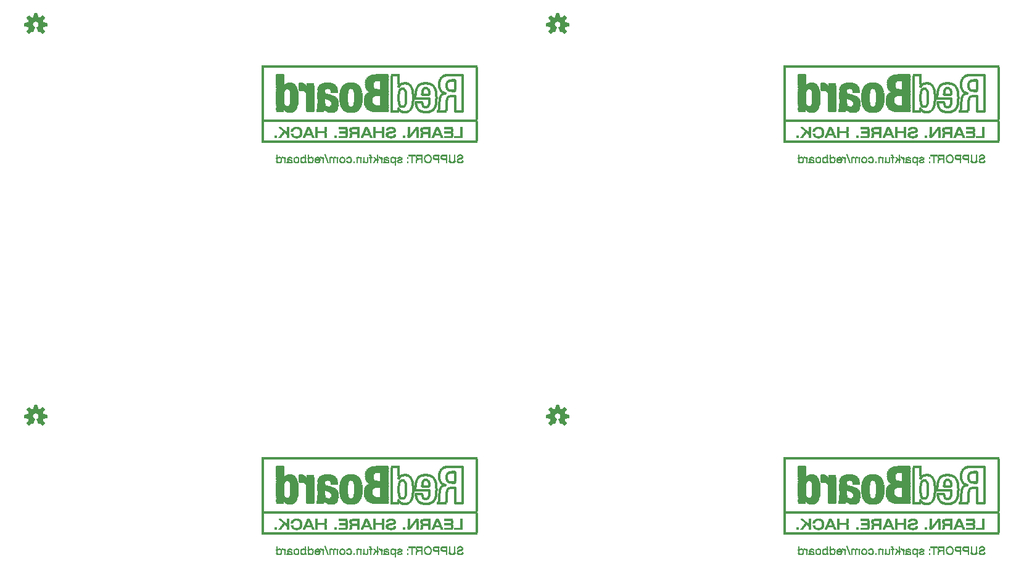
<source format=gbo>
G75*
%MOIN*%
%OFA0B0*%
%FSLAX25Y25*%
%IPPOS*%
%LPD*%
%AMOC8*
5,1,8,0,0,1.08239X$1,22.5*
%
%ADD10R,0.01260X0.00074*%
%ADD11R,0.01180X0.00074*%
%ADD12R,0.02220X0.00074*%
%ADD13R,0.01990X0.00074*%
%ADD14R,0.04660X0.00074*%
%ADD15R,0.04950X0.00074*%
%ADD16R,0.01330X0.00074*%
%ADD17R,0.01110X0.00074*%
%ADD18R,0.01400X0.00074*%
%ADD19R,0.02800X0.00074*%
%ADD20R,0.01190X0.00074*%
%ADD21R,0.02510X0.00074*%
%ADD22R,0.01620X0.00074*%
%ADD23R,0.04660X0.00073*%
%ADD24R,0.04950X0.00073*%
%ADD25R,0.01260X0.00073*%
%ADD26R,0.01330X0.00073*%
%ADD27R,0.01180X0.00073*%
%ADD28R,0.01250X0.00073*%
%ADD29R,0.01110X0.00073*%
%ADD30R,0.01480X0.00073*%
%ADD31R,0.03180X0.00073*%
%ADD32R,0.01190X0.00073*%
%ADD33R,0.02960X0.00073*%
%ADD34R,0.01550X0.00073*%
%ADD35R,0.01480X0.00074*%
%ADD36R,0.03540X0.00074*%
%ADD37R,0.01250X0.00074*%
%ADD38R,0.03250X0.00074*%
%ADD39R,0.01550X0.00074*%
%ADD40R,0.03840X0.00074*%
%ADD41R,0.03620X0.00074*%
%ADD42R,0.01620X0.00074*%
%ADD43R,0.04060X0.00074*%
%ADD44R,0.01700X0.00074*%
%ADD45R,0.04280X0.00074*%
%ADD46R,0.01320X0.00074*%
%ADD47R,0.01630X0.00074*%
%ADD48R,0.01770X0.00074*%
%ADD49R,0.04430X0.00074*%
%ADD50R,0.01190X0.00074*%
%ADD51R,0.01320X0.00074*%
%ADD52R,0.04580X0.00074*%
%ADD53R,0.04500X0.00074*%
%ADD54R,0.01320X0.00073*%
%ADD55R,0.01850X0.00073*%
%ADD56R,0.04720X0.00073*%
%ADD57R,0.01190X0.00073*%
%ADD58R,0.04650X0.00073*%
%ADD59R,0.01920X0.00074*%
%ADD60R,0.04880X0.00074*%
%ADD61R,0.04800X0.00074*%
%ADD62R,0.02070X0.00074*%
%ADD63R,0.01850X0.00074*%
%ADD64R,0.01780X0.00074*%
%ADD65R,0.01690X0.00074*%
%ADD66R,0.02140X0.00074*%
%ADD67R,0.02210X0.00074*%
%ADD68R,0.01560X0.00074*%
%ADD69R,0.01180X0.00073*%
%ADD70R,0.01250X0.00073*%
%ADD71R,0.01260X0.00073*%
%ADD72R,0.01110X0.00073*%
%ADD73R,0.02290X0.00073*%
%ADD74R,0.01410X0.00073*%
%ADD75R,0.01330X0.00073*%
%ADD76R,0.01190X0.00073*%
%ADD77R,0.01550X0.00073*%
%ADD78R,0.01400X0.00073*%
%ADD79R,0.01630X0.00073*%
%ADD80R,0.02360X0.00074*%
%ADD81R,0.01410X0.00074*%
%ADD82R,0.02440X0.00074*%
%ADD83R,0.05170X0.00074*%
%ADD84R,0.05170X0.00074*%
%ADD85R,0.05090X0.00074*%
%ADD86R,0.05100X0.00074*%
%ADD87R,0.05020X0.00074*%
%ADD88R,0.05020X0.00074*%
%ADD89R,0.04950X0.00073*%
%ADD90R,0.04940X0.00073*%
%ADD91R,0.01620X0.00073*%
%ADD92R,0.04940X0.00074*%
%ADD93R,0.04870X0.00074*%
%ADD94R,0.04810X0.00074*%
%ADD95R,0.04720X0.00074*%
%ADD96R,0.04730X0.00074*%
%ADD97R,0.04650X0.00074*%
%ADD98R,0.01470X0.00074*%
%ADD99R,0.04510X0.00073*%
%ADD100R,0.01700X0.00073*%
%ADD101R,0.01690X0.00073*%
%ADD102R,0.04500X0.00073*%
%ADD103R,0.01620X0.00073*%
%ADD104R,0.04440X0.00074*%
%ADD105R,0.01770X0.00074*%
%ADD106R,0.02590X0.00074*%
%ADD107R,0.01920X0.00074*%
%ADD108R,0.04720X0.00074*%
%ADD109R,0.05030X0.00074*%
%ADD110R,0.03110X0.00074*%
%ADD111R,0.03470X0.00074*%
%ADD112R,0.02070X0.00074*%
%ADD113R,0.04720X0.00073*%
%ADD114R,0.04800X0.00073*%
%ADD115R,0.03690X0.00073*%
%ADD116R,0.05900X0.00073*%
%ADD117R,0.04730X0.00073*%
%ADD118R,0.05910X0.00073*%
%ADD119R,0.03910X0.00074*%
%ADD120R,0.05900X0.00074*%
%ADD121R,0.05910X0.00074*%
%ADD122R,0.03620X0.00074*%
%ADD123R,0.03990X0.00074*%
%ADD124R,0.04140X0.00074*%
%ADD125R,0.04210X0.00074*%
%ADD126R,0.03470X0.00074*%
%ADD127R,0.03390X0.00074*%
%ADD128R,0.03320X0.00074*%
%ADD129R,0.01470X0.00073*%
%ADD130R,0.03920X0.00073*%
%ADD131R,0.01470X0.00073*%
%ADD132R,0.02000X0.00073*%
%ADD133R,0.03690X0.00074*%
%ADD134R,0.01840X0.00074*%
%ADD135R,0.03400X0.00074*%
%ADD136R,0.03030X0.00074*%
%ADD137R,0.01990X0.00074*%
%ADD138R,0.01100X0.00074*%
%ADD139R,0.01190X0.00073*%
%ADD140R,0.01560X0.00073*%
%ADD141R,0.02370X0.00074*%
%ADD142R,0.02290X0.00074*%
%ADD143R,0.02290X0.00073*%
%ADD144R,0.02140X0.00073*%
%ADD145R,0.01400X0.00073*%
%ADD146R,0.02290X0.00073*%
%ADD147R,0.01560X0.00073*%
%ADD148R,0.01620X0.00073*%
%ADD149R,0.01630X0.00073*%
%ADD150R,0.02220X0.00074*%
%ADD151R,0.05320X0.00074*%
%ADD152R,0.02000X0.00074*%
%ADD153R,0.05320X0.00074*%
%ADD154R,0.04870X0.00074*%
%ADD155R,0.02150X0.00074*%
%ADD156R,0.02060X0.00074*%
%ADD157R,0.05250X0.00074*%
%ADD158R,0.04360X0.00074*%
%ADD159R,0.04870X0.00073*%
%ADD160R,0.05100X0.00073*%
%ADD161R,0.04210X0.00073*%
%ADD162R,0.01840X0.00073*%
%ADD163R,0.04870X0.00073*%
%ADD164R,0.04290X0.00073*%
%ADD165R,0.03920X0.00074*%
%ADD166R,0.01690X0.00074*%
%ADD167R,0.03850X0.00074*%
%ADD168R,0.03320X0.00074*%
%ADD169R,0.03020X0.00074*%
%ADD170R,0.04440X0.00074*%
%ADD171R,0.02950X0.00074*%
%ADD172R,0.04070X0.00074*%
%ADD173R,0.02660X0.00074*%
%ADD174R,0.04070X0.00074*%
%ADD175R,0.02580X0.00074*%
%ADD176R,0.02070X0.00073*%
%ADD177R,0.02000X0.00073*%
%ADD178R,0.00730X0.00092*%
%ADD179R,0.00730X0.00091*%
%ADD180R,0.00730X0.00092*%
%ADD181R,0.00650X0.00091*%
%ADD182R,0.00910X0.00091*%
%ADD183R,0.00370X0.00091*%
%ADD184R,0.00190X0.00091*%
%ADD185R,0.00190X0.00091*%
%ADD186R,0.00280X0.00091*%
%ADD187R,0.00180X0.00091*%
%ADD188R,0.00550X0.00091*%
%ADD189R,0.00270X0.00091*%
%ADD190R,0.01660X0.00092*%
%ADD191R,0.01650X0.00092*%
%ADD192R,0.00830X0.00092*%
%ADD193R,0.01290X0.00092*%
%ADD194R,0.00820X0.00092*%
%ADD195R,0.01380X0.00092*%
%ADD196R,0.01010X0.00092*%
%ADD197R,0.01200X0.00092*%
%ADD198R,0.00920X0.00092*%
%ADD199R,0.00740X0.00092*%
%ADD200R,0.00920X0.00092*%
%ADD201R,0.00640X0.00092*%
%ADD202R,0.00640X0.00092*%
%ADD203R,0.01110X0.00092*%
%ADD204R,0.01100X0.00092*%
%ADD205R,0.01190X0.00092*%
%ADD206R,0.02020X0.00092*%
%ADD207R,0.02020X0.00092*%
%ADD208R,0.00830X0.00092*%
%ADD209R,0.01930X0.00092*%
%ADD210R,0.00820X0.00092*%
%ADD211R,0.00820X0.00092*%
%ADD212R,0.01840X0.00092*%
%ADD213R,0.01470X0.00092*%
%ADD214R,0.01560X0.00092*%
%ADD215R,0.00920X0.00092*%
%ADD216R,0.00740X0.00092*%
%ADD217R,0.01370X0.00092*%
%ADD218R,0.01650X0.00092*%
%ADD219R,0.00740X0.00092*%
%ADD220R,0.01470X0.00092*%
%ADD221R,0.00640X0.00092*%
%ADD222R,0.01660X0.00092*%
%ADD223R,0.00640X0.00092*%
%ADD224R,0.02480X0.00092*%
%ADD225R,0.02390X0.00092*%
%ADD226R,0.02210X0.00092*%
%ADD227R,0.02110X0.00092*%
%ADD228R,0.01830X0.00092*%
%ADD229R,0.01010X0.00092*%
%ADD230R,0.01920X0.00092*%
%ADD231R,0.01920X0.00092*%
%ADD232R,0.01740X0.00092*%
%ADD233R,0.01750X0.00092*%
%ADD234R,0.02670X0.00092*%
%ADD235R,0.02750X0.00092*%
%ADD236R,0.02390X0.00092*%
%ADD237R,0.02290X0.00092*%
%ADD238R,0.03120X0.00092*%
%ADD239R,0.02120X0.00092*%
%ADD240R,0.02200X0.00092*%
%ADD241R,0.03030X0.00092*%
%ADD242R,0.02850X0.00092*%
%ADD243R,0.02840X0.00092*%
%ADD244R,0.02660X0.00092*%
%ADD245R,0.00820X0.00092*%
%ADD246R,0.02480X0.00092*%
%ADD247R,0.02030X0.00092*%
%ADD248R,0.03120X0.00092*%
%ADD249R,0.02750X0.00092*%
%ADD250R,0.02390X0.00092*%
%ADD251R,0.00740X0.00092*%
%ADD252R,0.02300X0.00092*%
%ADD253R,0.02110X0.00092*%
%ADD254R,0.02470X0.00092*%
%ADD255R,0.03030X0.00091*%
%ADD256R,0.00830X0.00091*%
%ADD257R,0.02940X0.00091*%
%ADD258R,0.00820X0.00091*%
%ADD259R,0.00820X0.00091*%
%ADD260R,0.02670X0.00091*%
%ADD261R,0.03220X0.00091*%
%ADD262R,0.00740X0.00091*%
%ADD263R,0.00920X0.00091*%
%ADD264R,0.02750X0.00091*%
%ADD265R,0.00920X0.00091*%
%ADD266R,0.02570X0.00091*%
%ADD267R,0.00740X0.00091*%
%ADD268R,0.02480X0.00091*%
%ADD269R,0.02930X0.00091*%
%ADD270R,0.02570X0.00091*%
%ADD271R,0.03210X0.00092*%
%ADD272R,0.03130X0.00092*%
%ADD273R,0.01100X0.00092*%
%ADD274R,0.01380X0.00092*%
%ADD275R,0.01190X0.00092*%
%ADD276R,0.00910X0.00092*%
%ADD277R,0.01280X0.00092*%
%ADD278R,0.01190X0.00092*%
%ADD279R,0.01110X0.00092*%
%ADD280R,0.01190X0.00092*%
%ADD281R,0.01470X0.00092*%
%ADD282R,0.01290X0.00092*%
%ADD283R,0.00910X0.00092*%
%ADD284R,0.00920X0.00092*%
%ADD285R,0.01200X0.00092*%
%ADD286R,0.01460X0.00092*%
%ADD287R,0.01830X0.00091*%
%ADD288R,0.01740X0.00091*%
%ADD289R,0.02020X0.00091*%
%ADD290R,0.03130X0.00091*%
%ADD291R,0.01650X0.00091*%
%ADD292R,0.02020X0.00092*%
%ADD293R,0.02570X0.00092*%
%ADD294R,0.01930X0.00092*%
%ADD295R,0.03130X0.00092*%
%ADD296R,0.02300X0.00092*%
%ADD297R,0.02660X0.00092*%
%ADD298R,0.02670X0.00092*%
%ADD299R,0.01840X0.00092*%
%ADD300R,0.02940X0.00092*%
%ADD301R,0.03300X0.00092*%
%ADD302R,0.03030X0.00092*%
%ADD303R,0.02200X0.00091*%
%ADD304R,0.03210X0.00091*%
%ADD305R,0.03310X0.00092*%
%ADD306R,0.02930X0.00092*%
%ADD307R,0.02390X0.00092*%
%ADD308R,0.03400X0.00092*%
%ADD309R,0.02290X0.00092*%
%ADD310R,0.02020X0.00091*%
%ADD311R,0.01100X0.00091*%
%ADD312R,0.01290X0.00091*%
%ADD313R,0.01010X0.00091*%
%ADD314R,0.01280X0.00091*%
%ADD315R,0.01190X0.00091*%
%ADD316R,0.01290X0.00092*%
%ADD317R,0.04590X0.00092*%
%ADD318R,0.02850X0.00092*%
%ADD319R,0.02840X0.00092*%
%ADD320R,0.02470X0.00092*%
%ADD321R,0.01830X0.00092*%
%ADD322R,0.02020X0.00092*%
%ADD323R,0.01840X0.00092*%
%ADD324R,0.02290X0.00092*%
%ADD325R,0.02120X0.00092*%
%ADD326R,0.01930X0.00091*%
%ADD327R,0.01470X0.00091*%
%ADD328R,0.00640X0.00091*%
%ADD329R,0.01380X0.00091*%
%ADD330R,0.01560X0.00091*%
%ADD331R,0.01460X0.00091*%
%ADD332R,0.01750X0.00091*%
%ADD333R,0.01560X0.00092*%
%ADD334R,0.01280X0.00092*%
%ADD335R,0.01470X0.00092*%
%ADD336R,0.00550X0.00092*%
%ADD337R,0.00460X0.00092*%
%ADD338R,0.00650X0.00092*%
%ADD339R,0.03480X0.00092*%
%ADD340R,0.03770X0.00092*%
%ADD341R,0.03390X0.00092*%
%ADD342R,0.03770X0.00092*%
%ADD343R,0.02760X0.00092*%
%ADD344R,0.02580X0.00092*%
%ADD345R,0.03120X0.00092*%
%ADD346R,0.02570X0.00092*%
%ADD347R,0.02390X0.00091*%
%ADD348R,0.03770X0.00091*%
%ADD349R,0.02840X0.00092*%
%ADD350R,0.02200X0.00092*%
%ADD351R,0.02210X0.00092*%
%ADD352R,0.02380X0.00092*%
%ADD353R,1.16160X0.00091*%
%ADD354R,1.16620X0.00092*%
%ADD355R,1.16720X0.00092*%
%ADD356R,1.16810X0.00092*%
%ADD357R,1.16990X0.00092*%
%ADD358R,1.16990X0.00091*%
%ADD359R,1.16990X0.00092*%
%ADD360R,0.01190X0.00091*%
%ADD361R,0.01200X0.00091*%
%ADD362R,0.02850X0.00091*%
%ADD363R,0.03950X0.00092*%
%ADD364R,0.04590X0.00092*%
%ADD365R,0.03400X0.00092*%
%ADD366R,0.01570X0.00092*%
%ADD367R,0.04040X0.00092*%
%ADD368R,0.04500X0.00092*%
%ADD369R,0.05140X0.00092*%
%ADD370R,0.03940X0.00092*%
%ADD371R,0.03490X0.00092*%
%ADD372R,0.04590X0.00092*%
%ADD373R,0.04870X0.00092*%
%ADD374R,0.05610X0.00092*%
%ADD375R,0.04500X0.00092*%
%ADD376R,0.04220X0.00092*%
%ADD377R,0.04040X0.00092*%
%ADD378R,0.02940X0.00092*%
%ADD379R,0.04860X0.00092*%
%ADD380R,0.05230X0.00092*%
%ADD381R,0.06060X0.00092*%
%ADD382R,0.04770X0.00092*%
%ADD383R,0.03670X0.00092*%
%ADD384R,0.04860X0.00091*%
%ADD385R,0.05230X0.00091*%
%ADD386R,0.06430X0.00091*%
%ADD387R,0.05050X0.00091*%
%ADD388R,0.04590X0.00091*%
%ADD389R,0.07350X0.00091*%
%ADD390R,0.04220X0.00091*%
%ADD391R,0.03760X0.00091*%
%ADD392R,0.04040X0.00091*%
%ADD393R,0.03860X0.00091*%
%ADD394R,0.05060X0.00092*%
%ADD395R,0.05420X0.00092*%
%ADD396R,0.06890X0.00092*%
%ADD397R,0.05240X0.00092*%
%ADD398R,0.04690X0.00092*%
%ADD399R,0.08630X0.00092*%
%ADD400R,0.05880X0.00092*%
%ADD401R,0.04140X0.00092*%
%ADD402R,0.04320X0.00092*%
%ADD403R,0.04130X0.00092*%
%ADD404R,0.05060X0.00092*%
%ADD405R,0.05420X0.00092*%
%ADD406R,0.07160X0.00092*%
%ADD407R,0.05420X0.00092*%
%ADD408R,0.04690X0.00092*%
%ADD409R,0.09000X0.00092*%
%ADD410R,0.06150X0.00092*%
%ADD411R,0.04780X0.00092*%
%ADD412R,0.04140X0.00092*%
%ADD413R,0.04320X0.00092*%
%ADD414R,0.04220X0.00092*%
%ADD415R,0.05150X0.00092*%
%ADD416R,0.05600X0.00092*%
%ADD417R,0.07430X0.00092*%
%ADD418R,0.05780X0.00092*%
%ADD419R,0.09270X0.00092*%
%ADD420R,0.06520X0.00092*%
%ADD421R,0.05050X0.00092*%
%ADD422R,0.04320X0.00092*%
%ADD423R,0.04870X0.00092*%
%ADD424R,0.07720X0.00092*%
%ADD425R,0.10740X0.00092*%
%ADD426R,0.09640X0.00092*%
%ADD427R,0.06700X0.00092*%
%ADD428R,0.05320X0.00092*%
%ADD429R,0.05150X0.00091*%
%ADD430R,0.05600X0.00091*%
%ADD431R,0.07900X0.00091*%
%ADD432R,0.10840X0.00091*%
%ADD433R,0.10010X0.00091*%
%ADD434R,0.07070X0.00091*%
%ADD435R,0.05510X0.00091*%
%ADD436R,0.04320X0.00091*%
%ADD437R,0.04500X0.00091*%
%ADD438R,0.05330X0.00091*%
%ADD439R,0.04220X0.00091*%
%ADD440R,0.06800X0.00092*%
%ADD441R,0.10190X0.00092*%
%ADD442R,0.07440X0.00092*%
%ADD443R,0.05700X0.00092*%
%ADD444R,0.05510X0.00092*%
%ADD445R,0.05690X0.00092*%
%ADD446R,0.06520X0.00092*%
%ADD447R,0.10380X0.00092*%
%ADD448R,0.07620X0.00092*%
%ADD449R,0.05970X0.00092*%
%ADD450R,0.05880X0.00092*%
%ADD451R,0.05150X0.00092*%
%ADD452R,0.05600X0.00092*%
%ADD453R,0.06340X0.00092*%
%ADD454R,0.10560X0.00092*%
%ADD455R,0.07990X0.00092*%
%ADD456R,0.06150X0.00092*%
%ADD457R,0.04410X0.00092*%
%ADD458R,0.06060X0.00092*%
%ADD459R,0.01740X0.00092*%
%ADD460R,0.08170X0.00092*%
%ADD461R,0.06240X0.00092*%
%ADD462R,0.04310X0.00092*%
%ADD463R,0.10930X0.00092*%
%ADD464R,0.08360X0.00092*%
%ADD465R,0.06430X0.00092*%
%ADD466R,0.01110X0.00091*%
%ADD467R,0.01570X0.00091*%
%ADD468R,0.02120X0.00091*%
%ADD469R,0.11110X0.00091*%
%ADD470R,0.08540X0.00091*%
%ADD471R,0.06610X0.00091*%
%ADD472R,0.04400X0.00091*%
%ADD473R,0.10650X0.00091*%
%ADD474R,0.11200X0.00092*%
%ADD475R,0.08630X0.00092*%
%ADD476R,0.11020X0.00092*%
%ADD477R,0.10740X0.00092*%
%ADD478R,0.11390X0.00092*%
%ADD479R,0.08810X0.00092*%
%ADD480R,0.11110X0.00092*%
%ADD481R,0.11480X0.00092*%
%ADD482R,0.10840X0.00092*%
%ADD483R,0.01570X0.00092*%
%ADD484R,0.11570X0.00092*%
%ADD485R,0.09180X0.00092*%
%ADD486R,0.11110X0.00092*%
%ADD487R,0.10930X0.00092*%
%ADD488R,0.11660X0.00092*%
%ADD489R,0.09370X0.00092*%
%ADD490R,0.11020X0.00092*%
%ADD491R,0.01470X0.00091*%
%ADD492R,0.01370X0.00091*%
%ADD493R,0.11750X0.00091*%
%ADD494R,0.09550X0.00091*%
%ADD495R,0.11200X0.00091*%
%ADD496R,0.11020X0.00091*%
%ADD497R,0.11840X0.00092*%
%ADD498R,0.09730X0.00092*%
%ADD499R,0.11290X0.00092*%
%ADD500R,0.12030X0.00092*%
%ADD501R,0.09820X0.00092*%
%ADD502R,0.11290X0.00092*%
%ADD503R,0.12120X0.00092*%
%ADD504R,0.09920X0.00092*%
%ADD505R,0.00360X0.00092*%
%ADD506R,0.01290X0.00092*%
%ADD507R,0.10010X0.00092*%
%ADD508R,0.12210X0.00092*%
%ADD509R,0.10100X0.00092*%
%ADD510R,0.11290X0.00092*%
%ADD511R,0.01840X0.00091*%
%ADD512R,0.01370X0.00091*%
%ADD513R,0.12300X0.00091*%
%ADD514R,0.10200X0.00091*%
%ADD515R,0.11480X0.00091*%
%ADD516R,0.11290X0.00091*%
%ADD517R,0.12300X0.00092*%
%ADD518R,0.10290X0.00092*%
%ADD519R,0.11390X0.00092*%
%ADD520R,0.12400X0.00092*%
%ADD521R,0.02760X0.00092*%
%ADD522R,0.00270X0.00092*%
%ADD523R,0.12490X0.00092*%
%ADD524R,0.10470X0.00092*%
%ADD525R,0.11480X0.00092*%
%ADD526R,0.12580X0.00092*%
%ADD527R,0.10560X0.00092*%
%ADD528R,0.02380X0.00092*%
%ADD529R,0.10650X0.00092*%
%ADD530R,0.03300X0.00091*%
%ADD531R,0.02760X0.00091*%
%ADD532R,0.12670X0.00091*%
%ADD533R,0.10740X0.00091*%
%ADD534R,0.11570X0.00091*%
%ADD535R,0.03490X0.00092*%
%ADD536R,0.02940X0.00092*%
%ADD537R,0.12760X0.00092*%
%ADD538R,0.10840X0.00092*%
%ADD539R,0.11570X0.00092*%
%ADD540R,0.03680X0.00092*%
%ADD541R,0.04960X0.00092*%
%ADD542R,0.03770X0.00092*%
%ADD543R,0.04680X0.00092*%
%ADD544R,0.03770X0.00092*%
%ADD545R,0.03490X0.00092*%
%ADD546R,0.12850X0.00092*%
%ADD547R,0.04780X0.00092*%
%ADD548R,0.04770X0.00092*%
%ADD549R,0.04590X0.00092*%
%ADD550R,0.11660X0.00092*%
%ADD551R,0.03680X0.00091*%
%ADD552R,0.12850X0.00091*%
%ADD553R,0.04690X0.00091*%
%ADD554R,0.05240X0.00091*%
%ADD555R,0.11660X0.00091*%
%ADD556R,0.12950X0.00092*%
%ADD557R,0.04410X0.00092*%
%ADD558R,0.03860X0.00092*%
%ADD559R,0.12950X0.00092*%
%ADD560R,0.04870X0.00092*%
%ADD561R,0.04860X0.00092*%
%ADD562R,0.13040X0.00092*%
%ADD563R,0.04400X0.00092*%
%ADD564R,0.04770X0.00092*%
%ADD565R,0.05140X0.00092*%
%ADD566R,0.06610X0.00092*%
%ADD567R,0.06060X0.00091*%
%ADD568R,0.04410X0.00091*%
%ADD569R,0.04310X0.00091*%
%ADD570R,0.04960X0.00091*%
%ADD571R,0.04600X0.00092*%
%ADD572R,0.05690X0.00092*%
%ADD573R,0.04310X0.00092*%
%ADD574R,0.05140X0.00091*%
%ADD575R,0.04680X0.00091*%
%ADD576R,0.04950X0.00092*%
%ADD577R,0.04400X0.00092*%
%ADD578R,0.04320X0.00092*%
%ADD579R,0.04680X0.00092*%
%ADD580R,0.04590X0.00091*%
%ADD581R,0.04870X0.00091*%
%ADD582R,0.04130X0.00092*%
%ADD583R,0.03670X0.00091*%
%ADD584R,0.04780X0.00091*%
%ADD585R,0.04870X0.00092*%
%ADD586R,0.04870X0.00091*%
%ADD587R,0.05050X0.00092*%
%ADD588R,0.05330X0.00092*%
%ADD589R,0.08260X0.00092*%
%ADD590R,0.05500X0.00092*%
%ADD591R,0.08450X0.00092*%
%ADD592R,0.08630X0.00091*%
%ADD593R,0.06240X0.00091*%
%ADD594R,0.08720X0.00092*%
%ADD595R,0.08540X0.00091*%
%ADD596R,0.04770X0.00091*%
%ADD597R,0.10750X0.00091*%
%ADD598R,0.08540X0.00092*%
%ADD599R,0.08350X0.00092*%
%ADD600R,0.10470X0.00092*%
%ADD601R,0.10380X0.00092*%
%ADD602R,0.02110X0.00091*%
%ADD603R,0.10190X0.00091*%
%ADD604R,0.04960X0.00092*%
%ADD605R,0.10010X0.00092*%
%ADD606R,0.09920X0.00092*%
%ADD607R,0.09740X0.00092*%
%ADD608R,0.04690X0.00091*%
%ADD609R,0.05420X0.00091*%
%ADD610R,0.09460X0.00091*%
%ADD611R,0.09180X0.00092*%
%ADD612R,0.05960X0.00092*%
%ADD613R,0.08730X0.00092*%
%ADD614R,0.03860X0.00092*%
%ADD615R,0.03940X0.00092*%
%ADD616R,0.03580X0.00091*%
%ADD617R,0.07990X0.00091*%
%ADD618R,0.07720X0.00092*%
%ADD619R,0.07350X0.00092*%
%ADD620R,0.12490X0.00092*%
%ADD621R,0.07070X0.00092*%
%ADD622R,0.12400X0.00092*%
%ADD623R,0.06710X0.00092*%
%ADD624R,0.06340X0.00092*%
%ADD625R,0.12210X0.00092*%
%ADD626R,0.05700X0.00092*%
%ADD627R,0.02570X0.00092*%
%ADD628R,0.11940X0.00092*%
%ADD629R,0.11750X0.00092*%
%ADD630R,0.02300X0.00091*%
%ADD631R,0.11390X0.00092*%
%ADD632R,0.03490X0.00092*%
%ADD633R,0.10830X0.00092*%
%ADD634R,0.02390X0.00091*%
%ADD635R,0.10830X0.00092*%
%ADD636R,0.05140X0.00092*%
%ADD637R,0.03580X0.00092*%
%ADD638R,0.03850X0.00091*%
%ADD639R,0.01660X0.00091*%
%ADD640R,0.04040X0.00092*%
%ADD641R,0.11200X0.00092*%
%ADD642R,0.04770X0.00092*%
%ADD643R,0.05970X0.00092*%
%ADD644R,0.06330X0.00092*%
%ADD645R,0.04690X0.00092*%
%ADD646R,0.04130X0.00091*%
%ADD647R,0.08450X0.00091*%
%ADD648R,0.04600X0.00091*%
%ADD649R,0.11750X0.00092*%
%ADD650R,0.04230X0.00092*%
%ADD651R,0.11840X0.00092*%
%ADD652R,0.01370X0.00092*%
%ADD653R,0.01740X0.00092*%
%ADD654R,0.11940X0.00092*%
%ADD655R,0.08450X0.00092*%
%ADD656R,0.05140X0.00092*%
%ADD657R,0.01370X0.00092*%
%ADD658R,0.06800X0.00091*%
%ADD659R,0.04950X0.00092*%
%ADD660R,0.03680X0.00092*%
%ADD661R,0.02940X0.00092*%
%ADD662R,0.05320X0.00092*%
%ADD663R,0.05320X0.00092*%
%ADD664R,0.03390X0.00091*%
%ADD665R,0.03210X0.00092*%
%ADD666R,0.10740X0.00092*%
%ADD667R,0.00450X0.00092*%
%ADD668R,0.10470X0.00092*%
%ADD669R,0.00360X0.00092*%
%ADD670R,0.10200X0.00092*%
%ADD671R,0.11290X0.00092*%
%ADD672R,0.10380X0.00091*%
%ADD673R,0.01370X0.00092*%
%ADD674R,0.10190X0.00092*%
%ADD675R,0.09730X0.00092*%
%ADD676R,0.09640X0.00091*%
%ADD677R,0.09830X0.00091*%
%ADD678R,0.09460X0.00092*%
%ADD679R,0.09280X0.00092*%
%ADD680R,0.01570X0.00092*%
%ADD681R,0.09090X0.00092*%
%ADD682R,0.08900X0.00092*%
%ADD683R,0.09270X0.00092*%
%ADD684R,0.10840X0.00092*%
%ADD685R,0.08720X0.00092*%
%ADD686R,0.04040X0.00092*%
%ADD687R,0.01840X0.00091*%
%ADD688R,0.01740X0.00091*%
%ADD689R,0.09000X0.00091*%
%ADD690R,0.03950X0.00091*%
%ADD691R,0.01750X0.00092*%
%ADD692R,0.08820X0.00092*%
%ADD693R,0.08270X0.00092*%
%ADD694R,0.08080X0.00092*%
%ADD695R,0.07800X0.00092*%
%ADD696R,0.03590X0.00092*%
%ADD697R,0.02840X0.00092*%
%ADD698R,0.07620X0.00092*%
%ADD699R,0.05690X0.00092*%
%ADD700R,0.03310X0.00091*%
%ADD701R,0.03120X0.00091*%
%ADD702R,0.07260X0.00091*%
%ADD703R,0.07720X0.00091*%
%ADD704R,0.03400X0.00091*%
%ADD705R,0.05420X0.00091*%
%ADD706R,0.06980X0.00092*%
%ADD707R,0.07530X0.00092*%
%ADD708R,0.07340X0.00092*%
%ADD709R,0.06790X0.00092*%
%ADD710R,0.06700X0.00092*%
%ADD711R,0.07160X0.00092*%
%ADD712R,0.03220X0.00092*%
%ADD713R,0.04220X0.00092*%
%ADD714R,0.06160X0.00092*%
%ADD715R,0.06620X0.00092*%
%ADD716R,0.06330X0.00091*%
%ADD717R,0.04770X0.00091*%
%ADD718R,0.02580X0.00091*%
%ADD719R,0.03770X0.00091*%
%ADD720R,0.03760X0.00092*%
%ADD721R,0.03310X0.00092*%
%ADD722R,0.02840X0.00091*%
%ADD723R,0.05320X0.00092*%
%ADD724R,0.06610X0.00092*%
%ADD725R,0.12580X0.00091*%
%ADD726R,0.03850X0.00092*%
%ADD727R,0.12400X0.00091*%
%ADD728R,0.12300X0.00092*%
%ADD729R,0.12120X0.00092*%
%ADD730R,0.12030X0.00091*%
%ADD731R,0.02210X0.00091*%
%ADD732R,0.11020X0.00092*%
%ADD733R,0.03220X0.00092*%
%ADD734R,0.11760X0.00092*%
%ADD735R,0.11670X0.00092*%
%ADD736R,0.10280X0.00091*%
%ADD737R,0.11210X0.00092*%
%ADD738R,0.09820X0.00092*%
%ADD739R,0.09550X0.00092*%
%ADD740R,0.10660X0.00092*%
%ADD741R,0.08910X0.00092*%
%ADD742R,0.10190X0.00091*%
%ADD743R,0.08270X0.00091*%
%ADD744R,0.04230X0.00091*%
%ADD745R,0.09820X0.00092*%
%ADD746R,0.03850X0.00092*%
%ADD747R,0.09450X0.00092*%
%ADD748R,0.08820X0.00092*%
%ADD749R,1.16900X0.00092*%
%ADD750R,1.16620X0.00091*%
%ADD751R,1.16620X0.00092*%
%ADD752R,1.16160X0.00092*%
%ADD753C,0.00591*%
D10*
X0187289Y0171094D03*
X0187289Y0171168D03*
X0187289Y0173162D03*
X0192089Y0173014D03*
X0192089Y0172867D03*
X0192089Y0171242D03*
X0192089Y0171168D03*
X0191939Y0170873D03*
X0194009Y0170134D03*
X0193859Y0169765D03*
X0193789Y0169617D03*
X0194229Y0170651D03*
X0194749Y0171833D03*
X0194819Y0171980D03*
X0194819Y0172054D03*
X0194969Y0172350D03*
X0197699Y0171833D03*
X0198219Y0170651D03*
X0198219Y0170577D03*
X0198439Y0170134D03*
X0198439Y0170060D03*
X0198589Y0169765D03*
X0198659Y0169617D03*
X0198659Y0169543D03*
X0218899Y0169543D03*
X0218899Y0169617D03*
X0218899Y0169691D03*
X0218969Y0170356D03*
X0218969Y0170503D03*
X0218969Y0170577D03*
X0218969Y0170651D03*
X0218969Y0170725D03*
X0219119Y0172571D03*
X0218969Y0172793D03*
X0218899Y0173014D03*
X0218899Y0173088D03*
X0218899Y0173162D03*
X0218899Y0173310D03*
X0218899Y0173384D03*
X0218899Y0173531D03*
X0218899Y0173605D03*
X0225469Y0170503D03*
X0225399Y0170282D03*
X0225099Y0169617D03*
X0225989Y0171611D03*
X0225989Y0171685D03*
X0225989Y0171759D03*
X0226059Y0171833D03*
X0226209Y0172202D03*
X0226359Y0172571D03*
X0226429Y0172719D03*
X0226579Y0173088D03*
X0229089Y0171685D03*
X0229609Y0170503D03*
X0229679Y0170356D03*
X0229679Y0170282D03*
X0229679Y0170208D03*
X0229829Y0169986D03*
X0230049Y0169469D03*
X0238689Y0173384D03*
X0242679Y0173384D03*
X0242679Y0173310D03*
X0242679Y0173236D03*
X0242679Y0173531D03*
X0242679Y0173605D03*
X0242679Y0173679D03*
X0242679Y0173753D03*
X0242829Y0171094D03*
X0242829Y0171020D03*
X0240609Y0169174D03*
X0252059Y0171390D03*
X0252279Y0171685D03*
X0252499Y0171980D03*
X0252799Y0172350D03*
X0253389Y0173088D03*
X0257229Y0173088D03*
X0257229Y0173162D03*
X0257229Y0173310D03*
X0257229Y0173384D03*
X0257229Y0173531D03*
X0257229Y0173605D03*
X0257229Y0173014D03*
X0257449Y0172571D03*
X0257229Y0169691D03*
X0257229Y0169617D03*
X0257229Y0169543D03*
X0263359Y0169617D03*
X0263579Y0170134D03*
X0263729Y0170503D03*
X0263799Y0170651D03*
X0264319Y0171833D03*
X0264539Y0172350D03*
X0264689Y0172719D03*
X0267349Y0171685D03*
X0267789Y0170651D03*
X0267789Y0170577D03*
X0267939Y0170356D03*
X0267939Y0170282D03*
X0267939Y0170208D03*
X0268009Y0170134D03*
X0268009Y0170060D03*
X0268159Y0169765D03*
X0268309Y0169469D03*
X0469289Y0171094D03*
X0469289Y0171168D03*
X0469289Y0173162D03*
X0474089Y0173014D03*
X0474089Y0172867D03*
X0474089Y0171242D03*
X0474089Y0171168D03*
X0473939Y0170873D03*
X0476009Y0170134D03*
X0475859Y0169765D03*
X0475789Y0169617D03*
X0476229Y0170651D03*
X0476749Y0171833D03*
X0476819Y0171980D03*
X0476819Y0172054D03*
X0476969Y0172350D03*
X0479699Y0171833D03*
X0480219Y0170651D03*
X0480219Y0170577D03*
X0480439Y0170134D03*
X0480439Y0170060D03*
X0480589Y0169765D03*
X0480659Y0169617D03*
X0480659Y0169543D03*
X0500899Y0169543D03*
X0500899Y0169617D03*
X0500899Y0169691D03*
X0500969Y0170356D03*
X0500969Y0170503D03*
X0500969Y0170577D03*
X0500969Y0170651D03*
X0500969Y0170725D03*
X0501119Y0172571D03*
X0500969Y0172793D03*
X0500899Y0173014D03*
X0500899Y0173088D03*
X0500899Y0173162D03*
X0500899Y0173310D03*
X0500899Y0173384D03*
X0500899Y0173531D03*
X0500899Y0173605D03*
X0507469Y0170503D03*
X0507399Y0170282D03*
X0507099Y0169617D03*
X0507989Y0171611D03*
X0507989Y0171685D03*
X0507989Y0171759D03*
X0508059Y0171833D03*
X0508209Y0172202D03*
X0508359Y0172571D03*
X0508429Y0172719D03*
X0508579Y0173088D03*
X0511089Y0171685D03*
X0511609Y0170503D03*
X0511679Y0170356D03*
X0511679Y0170282D03*
X0511679Y0170208D03*
X0511829Y0169986D03*
X0512049Y0169469D03*
X0520689Y0173384D03*
X0524679Y0173384D03*
X0524679Y0173310D03*
X0524679Y0173236D03*
X0524679Y0173531D03*
X0524679Y0173605D03*
X0524679Y0173679D03*
X0524679Y0173753D03*
X0524829Y0171094D03*
X0524829Y0171020D03*
X0522609Y0169174D03*
X0534059Y0171390D03*
X0534279Y0171685D03*
X0534499Y0171980D03*
X0534799Y0172350D03*
X0535389Y0173088D03*
X0539229Y0173088D03*
X0539229Y0173162D03*
X0539229Y0173310D03*
X0539229Y0173384D03*
X0539229Y0173531D03*
X0539229Y0173605D03*
X0539229Y0173014D03*
X0539449Y0172571D03*
X0539229Y0169691D03*
X0539229Y0169617D03*
X0539229Y0169543D03*
X0545359Y0169617D03*
X0545579Y0170134D03*
X0545729Y0170503D03*
X0545799Y0170651D03*
X0546319Y0171833D03*
X0546539Y0172350D03*
X0546689Y0172719D03*
X0549349Y0171685D03*
X0549789Y0170651D03*
X0549789Y0170577D03*
X0549939Y0170356D03*
X0549939Y0170282D03*
X0549939Y0170208D03*
X0550009Y0170134D03*
X0550009Y0170060D03*
X0550159Y0169765D03*
X0550309Y0169469D03*
X0550309Y0381469D03*
X0550159Y0381765D03*
X0550009Y0382060D03*
X0550009Y0382134D03*
X0549939Y0382208D03*
X0549939Y0382282D03*
X0549939Y0382356D03*
X0549789Y0382577D03*
X0549789Y0382651D03*
X0549349Y0383685D03*
X0546689Y0384719D03*
X0546539Y0384350D03*
X0546319Y0383833D03*
X0545799Y0382651D03*
X0545729Y0382503D03*
X0545579Y0382134D03*
X0545359Y0381617D03*
X0539229Y0381617D03*
X0539229Y0381691D03*
X0539229Y0381543D03*
X0539449Y0384571D03*
X0539229Y0385014D03*
X0539229Y0385088D03*
X0539229Y0385162D03*
X0539229Y0385310D03*
X0539229Y0385384D03*
X0539229Y0385531D03*
X0539229Y0385605D03*
X0535389Y0385088D03*
X0534799Y0384350D03*
X0534499Y0383980D03*
X0534279Y0383685D03*
X0534059Y0383390D03*
X0524829Y0383094D03*
X0524829Y0383020D03*
X0524679Y0385236D03*
X0524679Y0385310D03*
X0524679Y0385384D03*
X0524679Y0385531D03*
X0524679Y0385605D03*
X0524679Y0385679D03*
X0524679Y0385753D03*
X0520689Y0385384D03*
X0522609Y0381174D03*
X0512049Y0381469D03*
X0511829Y0381986D03*
X0511679Y0382208D03*
X0511679Y0382282D03*
X0511679Y0382356D03*
X0511609Y0382503D03*
X0511089Y0383685D03*
X0508429Y0384719D03*
X0508359Y0384571D03*
X0508209Y0384202D03*
X0508059Y0383833D03*
X0507989Y0383759D03*
X0507989Y0383685D03*
X0507989Y0383611D03*
X0507469Y0382503D03*
X0507399Y0382282D03*
X0507099Y0381617D03*
X0508579Y0385088D03*
X0501119Y0384571D03*
X0500969Y0384793D03*
X0500899Y0385014D03*
X0500899Y0385088D03*
X0500899Y0385162D03*
X0500899Y0385310D03*
X0500899Y0385384D03*
X0500899Y0385531D03*
X0500899Y0385605D03*
X0500969Y0382725D03*
X0500969Y0382651D03*
X0500969Y0382577D03*
X0500969Y0382503D03*
X0500969Y0382356D03*
X0500899Y0381691D03*
X0500899Y0381617D03*
X0500899Y0381543D03*
X0480659Y0381543D03*
X0480659Y0381617D03*
X0480589Y0381765D03*
X0480439Y0382060D03*
X0480439Y0382134D03*
X0480219Y0382577D03*
X0480219Y0382651D03*
X0479699Y0383833D03*
X0476969Y0384350D03*
X0476819Y0384054D03*
X0476819Y0383980D03*
X0476749Y0383833D03*
X0476229Y0382651D03*
X0476009Y0382134D03*
X0475859Y0381765D03*
X0475789Y0381617D03*
X0473939Y0382873D03*
X0474089Y0383168D03*
X0474089Y0383242D03*
X0474089Y0384867D03*
X0474089Y0385014D03*
X0469289Y0385162D03*
X0469289Y0383168D03*
X0469289Y0383094D03*
X0268309Y0381469D03*
X0268159Y0381765D03*
X0268009Y0382060D03*
X0268009Y0382134D03*
X0267939Y0382208D03*
X0267939Y0382282D03*
X0267939Y0382356D03*
X0267789Y0382577D03*
X0267789Y0382651D03*
X0267349Y0383685D03*
X0264689Y0384719D03*
X0264539Y0384350D03*
X0264319Y0383833D03*
X0263799Y0382651D03*
X0263729Y0382503D03*
X0263579Y0382134D03*
X0263359Y0381617D03*
X0257229Y0381617D03*
X0257229Y0381691D03*
X0257229Y0381543D03*
X0257449Y0384571D03*
X0257229Y0385014D03*
X0257229Y0385088D03*
X0257229Y0385162D03*
X0257229Y0385310D03*
X0257229Y0385384D03*
X0257229Y0385531D03*
X0257229Y0385605D03*
X0253389Y0385088D03*
X0252799Y0384350D03*
X0252499Y0383980D03*
X0252279Y0383685D03*
X0252059Y0383390D03*
X0242829Y0383094D03*
X0242829Y0383020D03*
X0242679Y0385236D03*
X0242679Y0385310D03*
X0242679Y0385384D03*
X0242679Y0385531D03*
X0242679Y0385605D03*
X0242679Y0385679D03*
X0242679Y0385753D03*
X0238689Y0385384D03*
X0240609Y0381174D03*
X0230049Y0381469D03*
X0229829Y0381986D03*
X0229679Y0382208D03*
X0229679Y0382282D03*
X0229679Y0382356D03*
X0229609Y0382503D03*
X0229089Y0383685D03*
X0226429Y0384719D03*
X0226359Y0384571D03*
X0226209Y0384202D03*
X0226059Y0383833D03*
X0225989Y0383759D03*
X0225989Y0383685D03*
X0225989Y0383611D03*
X0225469Y0382503D03*
X0225399Y0382282D03*
X0225099Y0381617D03*
X0226579Y0385088D03*
X0219119Y0384571D03*
X0218969Y0384793D03*
X0218899Y0385014D03*
X0218899Y0385088D03*
X0218899Y0385162D03*
X0218899Y0385310D03*
X0218899Y0385384D03*
X0218899Y0385531D03*
X0218899Y0385605D03*
X0218969Y0382725D03*
X0218969Y0382651D03*
X0218969Y0382577D03*
X0218969Y0382503D03*
X0218969Y0382356D03*
X0218899Y0381691D03*
X0218899Y0381617D03*
X0218899Y0381543D03*
X0198659Y0381543D03*
X0198659Y0381617D03*
X0198589Y0381765D03*
X0198439Y0382060D03*
X0198439Y0382134D03*
X0198219Y0382577D03*
X0198219Y0382651D03*
X0197699Y0383833D03*
X0194969Y0384350D03*
X0194819Y0384054D03*
X0194819Y0383980D03*
X0194749Y0383833D03*
X0194229Y0382651D03*
X0194009Y0382134D03*
X0193859Y0381765D03*
X0193789Y0381617D03*
X0191939Y0382873D03*
X0192089Y0383168D03*
X0192089Y0383242D03*
X0192089Y0384867D03*
X0192089Y0385014D03*
X0187289Y0385162D03*
X0187289Y0383168D03*
X0187289Y0383094D03*
D11*
X0184959Y0383020D03*
X0184959Y0382873D03*
X0184959Y0382799D03*
X0184959Y0382725D03*
X0184959Y0382651D03*
X0184959Y0382577D03*
X0184959Y0382503D03*
X0184959Y0382356D03*
X0184959Y0382282D03*
X0184959Y0382208D03*
X0184959Y0382134D03*
X0184959Y0382060D03*
X0184959Y0381986D03*
X0184959Y0381839D03*
X0184959Y0381765D03*
X0184959Y0381691D03*
X0184959Y0381617D03*
X0184959Y0381543D03*
X0184959Y0381469D03*
X0184959Y0381322D03*
X0184959Y0384497D03*
X0184959Y0384571D03*
X0184959Y0384645D03*
X0184959Y0384719D03*
X0184959Y0384793D03*
X0184959Y0384867D03*
X0184959Y0385014D03*
X0184959Y0385088D03*
X0184959Y0385162D03*
X0184959Y0385236D03*
X0184959Y0385310D03*
X0184959Y0385384D03*
X0184959Y0385531D03*
X0184959Y0385605D03*
X0184959Y0385679D03*
X0184959Y0385753D03*
X0184959Y0385827D03*
X0184959Y0385901D03*
X0184959Y0386048D03*
X0184959Y0386122D03*
X0184959Y0386196D03*
X0184959Y0386270D03*
X0184959Y0386344D03*
X0184959Y0386418D03*
X0184959Y0386565D03*
X0184959Y0386639D03*
X0184959Y0386713D03*
X0184959Y0386787D03*
X0184959Y0386861D03*
X0184959Y0386935D03*
X0189759Y0381174D03*
X0192129Y0383316D03*
X0192199Y0383685D03*
X0192199Y0383759D03*
X0192199Y0383833D03*
X0192199Y0383980D03*
X0192199Y0384054D03*
X0192199Y0384128D03*
X0192199Y0384202D03*
X0192199Y0384276D03*
X0192199Y0384350D03*
X0194859Y0384128D03*
X0194929Y0384276D03*
X0195009Y0384497D03*
X0195079Y0384645D03*
X0195149Y0384793D03*
X0195149Y0384867D03*
X0195229Y0385014D03*
X0195299Y0385162D03*
X0195299Y0385236D03*
X0195449Y0385531D03*
X0195519Y0385679D03*
X0195519Y0385753D03*
X0195599Y0385827D03*
X0195599Y0385901D03*
X0196849Y0385827D03*
X0196929Y0385679D03*
X0197149Y0385162D03*
X0197149Y0385088D03*
X0197219Y0385014D03*
X0197369Y0384645D03*
X0197369Y0384571D03*
X0197439Y0384497D03*
X0197519Y0384350D03*
X0197519Y0384276D03*
X0197519Y0384202D03*
X0197589Y0384128D03*
X0197589Y0384054D03*
X0197739Y0383759D03*
X0197809Y0383611D03*
X0205269Y0383611D03*
X0205269Y0383685D03*
X0205269Y0383759D03*
X0205269Y0383833D03*
X0205269Y0383537D03*
X0205269Y0383390D03*
X0205269Y0383316D03*
X0205269Y0383242D03*
X0205269Y0383168D03*
X0205269Y0383094D03*
X0205269Y0383020D03*
X0205269Y0382873D03*
X0205269Y0382799D03*
X0205269Y0382725D03*
X0205269Y0382651D03*
X0205269Y0382577D03*
X0205269Y0382503D03*
X0205269Y0382356D03*
X0205269Y0382282D03*
X0205269Y0382208D03*
X0205269Y0382134D03*
X0205269Y0382060D03*
X0205269Y0381986D03*
X0205269Y0381839D03*
X0205269Y0381765D03*
X0205269Y0381691D03*
X0205269Y0381617D03*
X0205269Y0381543D03*
X0205269Y0381469D03*
X0205269Y0381322D03*
X0205269Y0384793D03*
X0205269Y0384867D03*
X0205269Y0385014D03*
X0205269Y0385088D03*
X0205269Y0385162D03*
X0205269Y0385236D03*
X0205269Y0385310D03*
X0205269Y0385384D03*
X0205269Y0385531D03*
X0205269Y0385605D03*
X0205269Y0385679D03*
X0205269Y0385753D03*
X0205269Y0385827D03*
X0205269Y0385901D03*
X0205269Y0386048D03*
X0205269Y0386122D03*
X0205269Y0386196D03*
X0205269Y0386270D03*
X0205269Y0386344D03*
X0205269Y0386418D03*
X0205269Y0386565D03*
X0205269Y0386639D03*
X0205269Y0386713D03*
X0205269Y0386787D03*
X0205269Y0386861D03*
X0205269Y0386935D03*
X0210589Y0382356D03*
X0210589Y0382282D03*
X0210589Y0382208D03*
X0210589Y0382134D03*
X0210589Y0382060D03*
X0210589Y0381986D03*
X0210589Y0381839D03*
X0210589Y0381765D03*
X0210589Y0381691D03*
X0210589Y0381617D03*
X0210589Y0381543D03*
X0210589Y0381469D03*
X0210589Y0381322D03*
X0216719Y0382208D03*
X0216719Y0382282D03*
X0216719Y0382356D03*
X0216719Y0382503D03*
X0216719Y0382577D03*
X0216719Y0382651D03*
X0216719Y0382725D03*
X0216719Y0382799D03*
X0216719Y0382873D03*
X0216719Y0383020D03*
X0216719Y0383094D03*
X0216719Y0383168D03*
X0216719Y0383242D03*
X0216719Y0383316D03*
X0216719Y0383390D03*
X0216719Y0383537D03*
X0216719Y0383611D03*
X0216719Y0383685D03*
X0216719Y0384645D03*
X0216719Y0384719D03*
X0216719Y0384793D03*
X0216719Y0384867D03*
X0216719Y0385014D03*
X0216719Y0385088D03*
X0216719Y0385162D03*
X0216719Y0385236D03*
X0216719Y0385310D03*
X0216719Y0385384D03*
X0216719Y0385531D03*
X0216719Y0385605D03*
X0216719Y0385679D03*
X0216719Y0385753D03*
X0216719Y0385827D03*
X0216719Y0385901D03*
X0216719Y0386048D03*
X0218859Y0385236D03*
X0219009Y0384719D03*
X0219009Y0382873D03*
X0219009Y0382799D03*
X0218859Y0381469D03*
X0226169Y0384128D03*
X0226249Y0384276D03*
X0226319Y0384497D03*
X0226469Y0384793D03*
X0226469Y0384867D03*
X0226539Y0385014D03*
X0226619Y0385162D03*
X0226619Y0385236D03*
X0226689Y0385310D03*
X0226689Y0385384D03*
X0226759Y0385531D03*
X0226839Y0385679D03*
X0226839Y0385753D03*
X0226909Y0385827D03*
X0226909Y0385901D03*
X0228169Y0385827D03*
X0228239Y0385679D03*
X0228389Y0385310D03*
X0228459Y0385162D03*
X0228459Y0385088D03*
X0228539Y0385014D03*
X0228609Y0384793D03*
X0228759Y0384497D03*
X0228829Y0384350D03*
X0228829Y0384276D03*
X0228829Y0384202D03*
X0228909Y0384128D03*
X0228909Y0384054D03*
X0228979Y0383980D03*
X0229049Y0383759D03*
X0229129Y0383611D03*
X0231789Y0383611D03*
X0231789Y0383685D03*
X0231789Y0383759D03*
X0231789Y0383833D03*
X0231789Y0383537D03*
X0231789Y0383390D03*
X0231789Y0383316D03*
X0231789Y0383242D03*
X0231789Y0383168D03*
X0231789Y0383094D03*
X0231789Y0383020D03*
X0231789Y0382873D03*
X0231789Y0382799D03*
X0231789Y0382725D03*
X0231789Y0382651D03*
X0231789Y0382577D03*
X0231789Y0382503D03*
X0231789Y0382356D03*
X0231789Y0382282D03*
X0231789Y0382208D03*
X0231789Y0382134D03*
X0231789Y0382060D03*
X0231789Y0381986D03*
X0231789Y0381839D03*
X0231789Y0381765D03*
X0231789Y0381691D03*
X0231789Y0381617D03*
X0231789Y0381543D03*
X0231789Y0381469D03*
X0231789Y0381322D03*
X0231789Y0384793D03*
X0231789Y0384867D03*
X0231789Y0385014D03*
X0231789Y0385088D03*
X0231789Y0385162D03*
X0231789Y0385236D03*
X0231789Y0385310D03*
X0231789Y0385384D03*
X0231789Y0385531D03*
X0231789Y0385605D03*
X0231789Y0385679D03*
X0231789Y0385753D03*
X0231789Y0385827D03*
X0231789Y0385901D03*
X0231789Y0386048D03*
X0231789Y0386122D03*
X0231789Y0386196D03*
X0231789Y0386270D03*
X0231789Y0386344D03*
X0231789Y0386418D03*
X0231789Y0386565D03*
X0231789Y0386639D03*
X0231789Y0386713D03*
X0231789Y0386787D03*
X0231789Y0386861D03*
X0231789Y0386935D03*
X0236509Y0386935D03*
X0236509Y0386861D03*
X0236509Y0386787D03*
X0236509Y0386713D03*
X0236509Y0386639D03*
X0236509Y0386565D03*
X0236509Y0386418D03*
X0236509Y0386344D03*
X0236509Y0386270D03*
X0236509Y0386196D03*
X0236509Y0386122D03*
X0236509Y0386048D03*
X0236509Y0385901D03*
X0236509Y0385827D03*
X0236509Y0385753D03*
X0236509Y0385679D03*
X0236509Y0385605D03*
X0236509Y0385531D03*
X0236509Y0385384D03*
X0236509Y0385310D03*
X0236509Y0385236D03*
X0236509Y0385162D03*
X0236509Y0385088D03*
X0236509Y0385014D03*
X0236509Y0384867D03*
X0236509Y0384793D03*
X0236509Y0383833D03*
X0236509Y0383759D03*
X0236509Y0383685D03*
X0236509Y0383611D03*
X0236509Y0383537D03*
X0236509Y0383390D03*
X0236509Y0383316D03*
X0236509Y0383242D03*
X0236509Y0383168D03*
X0236509Y0383094D03*
X0236509Y0383020D03*
X0236509Y0382873D03*
X0236509Y0382799D03*
X0236509Y0382725D03*
X0236509Y0382651D03*
X0236509Y0382577D03*
X0236509Y0382503D03*
X0236509Y0382356D03*
X0236509Y0382282D03*
X0236509Y0382208D03*
X0236509Y0382134D03*
X0236509Y0382060D03*
X0236509Y0381986D03*
X0236509Y0381839D03*
X0236509Y0381765D03*
X0236509Y0381691D03*
X0236509Y0381617D03*
X0236509Y0381543D03*
X0236509Y0381469D03*
X0236509Y0381322D03*
X0247739Y0381322D03*
X0247739Y0381469D03*
X0247739Y0381543D03*
X0247739Y0381617D03*
X0247739Y0381691D03*
X0247739Y0381765D03*
X0247739Y0381839D03*
X0247739Y0381986D03*
X0247739Y0382060D03*
X0247739Y0382134D03*
X0247739Y0382208D03*
X0247739Y0382282D03*
X0247739Y0382356D03*
X0250249Y0382799D03*
X0250249Y0382873D03*
X0250249Y0383020D03*
X0250249Y0383094D03*
X0250249Y0383168D03*
X0250249Y0383242D03*
X0250249Y0383316D03*
X0250249Y0383390D03*
X0250249Y0383537D03*
X0250249Y0383611D03*
X0250249Y0383685D03*
X0250249Y0383759D03*
X0250249Y0383833D03*
X0250249Y0383980D03*
X0250249Y0384054D03*
X0250249Y0384128D03*
X0250249Y0384202D03*
X0250249Y0384276D03*
X0250249Y0384350D03*
X0250249Y0384497D03*
X0250249Y0384571D03*
X0250249Y0384645D03*
X0250249Y0384719D03*
X0250249Y0384793D03*
X0250249Y0384867D03*
X0250249Y0385014D03*
X0250249Y0385088D03*
X0250249Y0385162D03*
X0250249Y0385236D03*
X0250249Y0385310D03*
X0250249Y0385384D03*
X0250249Y0385531D03*
X0250249Y0385605D03*
X0250249Y0385679D03*
X0250249Y0385753D03*
X0250249Y0385827D03*
X0250249Y0385901D03*
X0250249Y0386048D03*
X0250249Y0386122D03*
X0250249Y0386196D03*
X0250249Y0386270D03*
X0250249Y0386344D03*
X0250249Y0386418D03*
X0250249Y0386565D03*
X0250249Y0386639D03*
X0250249Y0386713D03*
X0250249Y0386787D03*
X0250249Y0386861D03*
X0250249Y0386935D03*
X0257189Y0385236D03*
X0257269Y0384867D03*
X0257339Y0384719D03*
X0257339Y0382873D03*
X0257339Y0382799D03*
X0257269Y0382282D03*
X0257269Y0382208D03*
X0257269Y0382134D03*
X0257269Y0382060D03*
X0257269Y0381986D03*
X0257269Y0381839D03*
X0257269Y0381765D03*
X0257189Y0381469D03*
X0261479Y0381469D03*
X0261479Y0381543D03*
X0261479Y0381617D03*
X0261479Y0381691D03*
X0261479Y0381765D03*
X0261479Y0381839D03*
X0261479Y0381986D03*
X0261479Y0382060D03*
X0261479Y0382134D03*
X0261479Y0382208D03*
X0261479Y0382282D03*
X0261479Y0382356D03*
X0261479Y0382503D03*
X0261479Y0382577D03*
X0261479Y0382651D03*
X0261479Y0382725D03*
X0261479Y0382799D03*
X0261479Y0382873D03*
X0261479Y0383020D03*
X0261479Y0383094D03*
X0261479Y0383168D03*
X0261479Y0383242D03*
X0261479Y0383316D03*
X0261479Y0383390D03*
X0261479Y0384497D03*
X0261479Y0384571D03*
X0261479Y0384645D03*
X0261479Y0384719D03*
X0261479Y0384793D03*
X0261479Y0384867D03*
X0261479Y0385014D03*
X0261479Y0385088D03*
X0261479Y0385162D03*
X0261479Y0385236D03*
X0261479Y0385310D03*
X0261479Y0385384D03*
X0261479Y0385531D03*
X0261479Y0385605D03*
X0261479Y0385679D03*
X0261479Y0385753D03*
X0261479Y0385827D03*
X0261479Y0385901D03*
X0261479Y0386048D03*
X0264579Y0384497D03*
X0264649Y0384645D03*
X0264799Y0385014D03*
X0264869Y0385162D03*
X0264869Y0385236D03*
X0264949Y0385310D03*
X0264949Y0385384D03*
X0265019Y0385531D03*
X0265169Y0385827D03*
X0265169Y0385901D03*
X0266499Y0385679D03*
X0266649Y0385310D03*
X0266719Y0385162D03*
X0266719Y0385088D03*
X0266789Y0385014D03*
X0266869Y0384793D03*
X0266939Y0384645D03*
X0266939Y0384571D03*
X0267089Y0384350D03*
X0267089Y0384276D03*
X0267089Y0384202D03*
X0267159Y0384128D03*
X0267159Y0384054D03*
X0267239Y0383980D03*
X0267309Y0383759D03*
X0264499Y0384276D03*
X0264429Y0384128D03*
X0261479Y0381322D03*
X0273659Y0382208D03*
X0273659Y0382282D03*
X0273659Y0382356D03*
X0273659Y0382503D03*
X0273659Y0382577D03*
X0273659Y0382651D03*
X0273659Y0382725D03*
X0273659Y0382799D03*
X0273659Y0382873D03*
X0273659Y0383020D03*
X0273659Y0383094D03*
X0273659Y0383168D03*
X0273659Y0383242D03*
X0273659Y0383316D03*
X0273659Y0383390D03*
X0273659Y0383537D03*
X0273659Y0383611D03*
X0273659Y0383685D03*
X0273659Y0384645D03*
X0273659Y0384719D03*
X0273659Y0384793D03*
X0273659Y0384867D03*
X0273659Y0385014D03*
X0273659Y0385088D03*
X0273659Y0385162D03*
X0273659Y0385236D03*
X0273659Y0385310D03*
X0273659Y0385384D03*
X0273659Y0385531D03*
X0273659Y0385605D03*
X0273659Y0385679D03*
X0273659Y0385753D03*
X0273659Y0385827D03*
X0273659Y0385901D03*
X0273659Y0386048D03*
X0278909Y0386048D03*
X0278909Y0386122D03*
X0278909Y0386196D03*
X0278909Y0386270D03*
X0278909Y0386344D03*
X0278909Y0386418D03*
X0278909Y0386565D03*
X0278909Y0386639D03*
X0278909Y0386713D03*
X0278909Y0386787D03*
X0278909Y0386861D03*
X0278909Y0386935D03*
X0278909Y0385901D03*
X0278909Y0385827D03*
X0278909Y0385753D03*
X0278909Y0385679D03*
X0278909Y0385605D03*
X0278909Y0385531D03*
X0278909Y0385384D03*
X0278909Y0385310D03*
X0278909Y0385236D03*
X0278909Y0385162D03*
X0278909Y0385088D03*
X0278909Y0385014D03*
X0278909Y0384867D03*
X0278909Y0384793D03*
X0278909Y0384719D03*
X0278909Y0384645D03*
X0278909Y0384571D03*
X0278909Y0384497D03*
X0278909Y0384350D03*
X0278909Y0384276D03*
X0278909Y0384202D03*
X0278909Y0384128D03*
X0278909Y0384054D03*
X0278909Y0383980D03*
X0278909Y0383833D03*
X0278909Y0383759D03*
X0278909Y0383685D03*
X0278909Y0383611D03*
X0278909Y0383537D03*
X0278909Y0383390D03*
X0278909Y0383316D03*
X0278909Y0383242D03*
X0278909Y0383168D03*
X0278909Y0383094D03*
X0278909Y0383020D03*
X0278909Y0382873D03*
X0278909Y0382799D03*
X0278909Y0382725D03*
X0278909Y0382651D03*
X0278909Y0382577D03*
X0278909Y0382503D03*
X0278909Y0382356D03*
X0278909Y0382282D03*
X0466959Y0382282D03*
X0466959Y0382356D03*
X0466959Y0382503D03*
X0466959Y0382577D03*
X0466959Y0382651D03*
X0466959Y0382725D03*
X0466959Y0382799D03*
X0466959Y0382873D03*
X0466959Y0383020D03*
X0466959Y0382208D03*
X0466959Y0382134D03*
X0466959Y0382060D03*
X0466959Y0381986D03*
X0466959Y0381839D03*
X0466959Y0381765D03*
X0466959Y0381691D03*
X0466959Y0381617D03*
X0466959Y0381543D03*
X0466959Y0381469D03*
X0466959Y0381322D03*
X0466959Y0384497D03*
X0466959Y0384571D03*
X0466959Y0384645D03*
X0466959Y0384719D03*
X0466959Y0384793D03*
X0466959Y0384867D03*
X0466959Y0385014D03*
X0466959Y0385088D03*
X0466959Y0385162D03*
X0466959Y0385236D03*
X0466959Y0385310D03*
X0466959Y0385384D03*
X0466959Y0385531D03*
X0466959Y0385605D03*
X0466959Y0385679D03*
X0466959Y0385753D03*
X0466959Y0385827D03*
X0466959Y0385901D03*
X0466959Y0386048D03*
X0466959Y0386122D03*
X0466959Y0386196D03*
X0466959Y0386270D03*
X0466959Y0386344D03*
X0466959Y0386418D03*
X0466959Y0386565D03*
X0466959Y0386639D03*
X0466959Y0386713D03*
X0466959Y0386787D03*
X0466959Y0386861D03*
X0466959Y0386935D03*
X0471759Y0381174D03*
X0474129Y0383316D03*
X0474199Y0383685D03*
X0474199Y0383759D03*
X0474199Y0383833D03*
X0474199Y0383980D03*
X0474199Y0384054D03*
X0474199Y0384128D03*
X0474199Y0384202D03*
X0474199Y0384276D03*
X0474199Y0384350D03*
X0476859Y0384128D03*
X0476929Y0384276D03*
X0477009Y0384497D03*
X0477079Y0384645D03*
X0477149Y0384793D03*
X0477149Y0384867D03*
X0477229Y0385014D03*
X0477299Y0385162D03*
X0477299Y0385236D03*
X0477449Y0385531D03*
X0477519Y0385679D03*
X0477519Y0385753D03*
X0477599Y0385827D03*
X0477599Y0385901D03*
X0478849Y0385827D03*
X0478929Y0385679D03*
X0479149Y0385162D03*
X0479149Y0385088D03*
X0479219Y0385014D03*
X0479369Y0384645D03*
X0479369Y0384571D03*
X0479439Y0384497D03*
X0479519Y0384350D03*
X0479519Y0384276D03*
X0479519Y0384202D03*
X0479589Y0384128D03*
X0479589Y0384054D03*
X0479739Y0383759D03*
X0479809Y0383611D03*
X0487269Y0383611D03*
X0487269Y0383685D03*
X0487269Y0383759D03*
X0487269Y0383833D03*
X0487269Y0383537D03*
X0487269Y0383390D03*
X0487269Y0383316D03*
X0487269Y0383242D03*
X0487269Y0383168D03*
X0487269Y0383094D03*
X0487269Y0383020D03*
X0487269Y0382873D03*
X0487269Y0382799D03*
X0487269Y0382725D03*
X0487269Y0382651D03*
X0487269Y0382577D03*
X0487269Y0382503D03*
X0487269Y0382356D03*
X0487269Y0382282D03*
X0487269Y0382208D03*
X0487269Y0382134D03*
X0487269Y0382060D03*
X0487269Y0381986D03*
X0487269Y0381839D03*
X0487269Y0381765D03*
X0487269Y0381691D03*
X0487269Y0381617D03*
X0487269Y0381543D03*
X0487269Y0381469D03*
X0487269Y0381322D03*
X0487269Y0384793D03*
X0487269Y0384867D03*
X0487269Y0385014D03*
X0487269Y0385088D03*
X0487269Y0385162D03*
X0487269Y0385236D03*
X0487269Y0385310D03*
X0487269Y0385384D03*
X0487269Y0385531D03*
X0487269Y0385605D03*
X0487269Y0385679D03*
X0487269Y0385753D03*
X0487269Y0385827D03*
X0487269Y0385901D03*
X0487269Y0386048D03*
X0487269Y0386122D03*
X0487269Y0386196D03*
X0487269Y0386270D03*
X0487269Y0386344D03*
X0487269Y0386418D03*
X0487269Y0386565D03*
X0487269Y0386639D03*
X0487269Y0386713D03*
X0487269Y0386787D03*
X0487269Y0386861D03*
X0487269Y0386935D03*
X0492589Y0382356D03*
X0492589Y0382282D03*
X0492589Y0382208D03*
X0492589Y0382134D03*
X0492589Y0382060D03*
X0492589Y0381986D03*
X0492589Y0381839D03*
X0492589Y0381765D03*
X0492589Y0381691D03*
X0492589Y0381617D03*
X0492589Y0381543D03*
X0492589Y0381469D03*
X0492589Y0381322D03*
X0498719Y0382208D03*
X0498719Y0382282D03*
X0498719Y0382356D03*
X0498719Y0382503D03*
X0498719Y0382577D03*
X0498719Y0382651D03*
X0498719Y0382725D03*
X0498719Y0382799D03*
X0498719Y0382873D03*
X0498719Y0383020D03*
X0498719Y0383094D03*
X0498719Y0383168D03*
X0498719Y0383242D03*
X0498719Y0383316D03*
X0498719Y0383390D03*
X0498719Y0383537D03*
X0498719Y0383611D03*
X0498719Y0383685D03*
X0498719Y0384645D03*
X0498719Y0384719D03*
X0498719Y0384793D03*
X0498719Y0384867D03*
X0498719Y0385014D03*
X0498719Y0385088D03*
X0498719Y0385162D03*
X0498719Y0385236D03*
X0498719Y0385310D03*
X0498719Y0385384D03*
X0498719Y0385531D03*
X0498719Y0385605D03*
X0498719Y0385679D03*
X0498719Y0385753D03*
X0498719Y0385827D03*
X0498719Y0385901D03*
X0498719Y0386048D03*
X0500859Y0385236D03*
X0501009Y0384719D03*
X0501009Y0382873D03*
X0501009Y0382799D03*
X0500859Y0381469D03*
X0508169Y0384128D03*
X0508249Y0384276D03*
X0508319Y0384497D03*
X0508469Y0384793D03*
X0508469Y0384867D03*
X0508539Y0385014D03*
X0508619Y0385162D03*
X0508619Y0385236D03*
X0508689Y0385310D03*
X0508689Y0385384D03*
X0508759Y0385531D03*
X0508839Y0385679D03*
X0508839Y0385753D03*
X0508909Y0385827D03*
X0508909Y0385901D03*
X0510169Y0385827D03*
X0510239Y0385679D03*
X0510389Y0385310D03*
X0510459Y0385162D03*
X0510459Y0385088D03*
X0510539Y0385014D03*
X0510609Y0384793D03*
X0510759Y0384497D03*
X0510829Y0384350D03*
X0510829Y0384276D03*
X0510829Y0384202D03*
X0510909Y0384128D03*
X0510909Y0384054D03*
X0510979Y0383980D03*
X0511049Y0383759D03*
X0511129Y0383611D03*
X0513789Y0383611D03*
X0513789Y0383685D03*
X0513789Y0383759D03*
X0513789Y0383833D03*
X0513789Y0383537D03*
X0513789Y0383390D03*
X0513789Y0383316D03*
X0513789Y0383242D03*
X0513789Y0383168D03*
X0513789Y0383094D03*
X0513789Y0383020D03*
X0513789Y0382873D03*
X0513789Y0382799D03*
X0513789Y0382725D03*
X0513789Y0382651D03*
X0513789Y0382577D03*
X0513789Y0382503D03*
X0513789Y0382356D03*
X0513789Y0382282D03*
X0513789Y0382208D03*
X0513789Y0382134D03*
X0513789Y0382060D03*
X0513789Y0381986D03*
X0513789Y0381839D03*
X0513789Y0381765D03*
X0513789Y0381691D03*
X0513789Y0381617D03*
X0513789Y0381543D03*
X0513789Y0381469D03*
X0513789Y0381322D03*
X0513789Y0384793D03*
X0513789Y0384867D03*
X0513789Y0385014D03*
X0513789Y0385088D03*
X0513789Y0385162D03*
X0513789Y0385236D03*
X0513789Y0385310D03*
X0513789Y0385384D03*
X0513789Y0385531D03*
X0513789Y0385605D03*
X0513789Y0385679D03*
X0513789Y0385753D03*
X0513789Y0385827D03*
X0513789Y0385901D03*
X0513789Y0386048D03*
X0513789Y0386122D03*
X0513789Y0386196D03*
X0513789Y0386270D03*
X0513789Y0386344D03*
X0513789Y0386418D03*
X0513789Y0386565D03*
X0513789Y0386639D03*
X0513789Y0386713D03*
X0513789Y0386787D03*
X0513789Y0386861D03*
X0513789Y0386935D03*
X0518509Y0386935D03*
X0518509Y0386861D03*
X0518509Y0386787D03*
X0518509Y0386713D03*
X0518509Y0386639D03*
X0518509Y0386565D03*
X0518509Y0386418D03*
X0518509Y0386344D03*
X0518509Y0386270D03*
X0518509Y0386196D03*
X0518509Y0386122D03*
X0518509Y0386048D03*
X0518509Y0385901D03*
X0518509Y0385827D03*
X0518509Y0385753D03*
X0518509Y0385679D03*
X0518509Y0385605D03*
X0518509Y0385531D03*
X0518509Y0385384D03*
X0518509Y0385310D03*
X0518509Y0385236D03*
X0518509Y0385162D03*
X0518509Y0385088D03*
X0518509Y0385014D03*
X0518509Y0384867D03*
X0518509Y0384793D03*
X0518509Y0383833D03*
X0518509Y0383759D03*
X0518509Y0383685D03*
X0518509Y0383611D03*
X0518509Y0383537D03*
X0518509Y0383390D03*
X0518509Y0383316D03*
X0518509Y0383242D03*
X0518509Y0383168D03*
X0518509Y0383094D03*
X0518509Y0383020D03*
X0518509Y0382873D03*
X0518509Y0382799D03*
X0518509Y0382725D03*
X0518509Y0382651D03*
X0518509Y0382577D03*
X0518509Y0382503D03*
X0518509Y0382356D03*
X0518509Y0382282D03*
X0518509Y0382208D03*
X0518509Y0382134D03*
X0518509Y0382060D03*
X0518509Y0381986D03*
X0518509Y0381839D03*
X0518509Y0381765D03*
X0518509Y0381691D03*
X0518509Y0381617D03*
X0518509Y0381543D03*
X0518509Y0381469D03*
X0518509Y0381322D03*
X0529739Y0381322D03*
X0529739Y0381469D03*
X0529739Y0381543D03*
X0529739Y0381617D03*
X0529739Y0381691D03*
X0529739Y0381765D03*
X0529739Y0381839D03*
X0529739Y0381986D03*
X0529739Y0382060D03*
X0529739Y0382134D03*
X0529739Y0382208D03*
X0529739Y0382282D03*
X0529739Y0382356D03*
X0532249Y0382799D03*
X0532249Y0382873D03*
X0532249Y0383020D03*
X0532249Y0383094D03*
X0532249Y0383168D03*
X0532249Y0383242D03*
X0532249Y0383316D03*
X0532249Y0383390D03*
X0532249Y0383537D03*
X0532249Y0383611D03*
X0532249Y0383685D03*
X0532249Y0383759D03*
X0532249Y0383833D03*
X0532249Y0383980D03*
X0532249Y0384054D03*
X0532249Y0384128D03*
X0532249Y0384202D03*
X0532249Y0384276D03*
X0532249Y0384350D03*
X0532249Y0384497D03*
X0532249Y0384571D03*
X0532249Y0384645D03*
X0532249Y0384719D03*
X0532249Y0384793D03*
X0532249Y0384867D03*
X0532249Y0385014D03*
X0532249Y0385088D03*
X0532249Y0385162D03*
X0532249Y0385236D03*
X0532249Y0385310D03*
X0532249Y0385384D03*
X0532249Y0385531D03*
X0532249Y0385605D03*
X0532249Y0385679D03*
X0532249Y0385753D03*
X0532249Y0385827D03*
X0532249Y0385901D03*
X0532249Y0386048D03*
X0532249Y0386122D03*
X0532249Y0386196D03*
X0532249Y0386270D03*
X0532249Y0386344D03*
X0532249Y0386418D03*
X0532249Y0386565D03*
X0532249Y0386639D03*
X0532249Y0386713D03*
X0532249Y0386787D03*
X0532249Y0386861D03*
X0532249Y0386935D03*
X0539189Y0385236D03*
X0539269Y0384867D03*
X0539339Y0384719D03*
X0539339Y0382873D03*
X0539339Y0382799D03*
X0539269Y0382282D03*
X0539269Y0382208D03*
X0539269Y0382134D03*
X0539269Y0382060D03*
X0539269Y0381986D03*
X0539269Y0381839D03*
X0539269Y0381765D03*
X0539189Y0381469D03*
X0543479Y0381469D03*
X0543479Y0381543D03*
X0543479Y0381617D03*
X0543479Y0381691D03*
X0543479Y0381765D03*
X0543479Y0381839D03*
X0543479Y0381986D03*
X0543479Y0382060D03*
X0543479Y0382134D03*
X0543479Y0382208D03*
X0543479Y0382282D03*
X0543479Y0382356D03*
X0543479Y0382503D03*
X0543479Y0382577D03*
X0543479Y0382651D03*
X0543479Y0382725D03*
X0543479Y0382799D03*
X0543479Y0382873D03*
X0543479Y0383020D03*
X0543479Y0383094D03*
X0543479Y0383168D03*
X0543479Y0383242D03*
X0543479Y0383316D03*
X0543479Y0383390D03*
X0543479Y0384497D03*
X0543479Y0384571D03*
X0543479Y0384645D03*
X0543479Y0384719D03*
X0543479Y0384793D03*
X0543479Y0384867D03*
X0543479Y0385014D03*
X0543479Y0385088D03*
X0543479Y0385162D03*
X0543479Y0385236D03*
X0543479Y0385310D03*
X0543479Y0385384D03*
X0543479Y0385531D03*
X0543479Y0385605D03*
X0543479Y0385679D03*
X0543479Y0385753D03*
X0543479Y0385827D03*
X0543479Y0385901D03*
X0543479Y0386048D03*
X0546579Y0384497D03*
X0546649Y0384645D03*
X0546799Y0385014D03*
X0546869Y0385162D03*
X0546869Y0385236D03*
X0546949Y0385310D03*
X0546949Y0385384D03*
X0547019Y0385531D03*
X0547169Y0385827D03*
X0547169Y0385901D03*
X0548499Y0385679D03*
X0548649Y0385310D03*
X0548719Y0385162D03*
X0548719Y0385088D03*
X0548789Y0385014D03*
X0548869Y0384793D03*
X0548939Y0384645D03*
X0548939Y0384571D03*
X0549089Y0384350D03*
X0549089Y0384276D03*
X0549089Y0384202D03*
X0549159Y0384128D03*
X0549159Y0384054D03*
X0549239Y0383980D03*
X0549309Y0383759D03*
X0546499Y0384276D03*
X0546429Y0384128D03*
X0543479Y0381322D03*
X0555659Y0382208D03*
X0555659Y0382282D03*
X0555659Y0382356D03*
X0555659Y0382503D03*
X0555659Y0382577D03*
X0555659Y0382651D03*
X0555659Y0382725D03*
X0555659Y0382799D03*
X0555659Y0382873D03*
X0555659Y0383020D03*
X0555659Y0383094D03*
X0555659Y0383168D03*
X0555659Y0383242D03*
X0555659Y0383316D03*
X0555659Y0383390D03*
X0555659Y0383537D03*
X0555659Y0383611D03*
X0555659Y0383685D03*
X0555659Y0384645D03*
X0555659Y0384719D03*
X0555659Y0384793D03*
X0555659Y0384867D03*
X0555659Y0385014D03*
X0555659Y0385088D03*
X0555659Y0385162D03*
X0555659Y0385236D03*
X0555659Y0385310D03*
X0555659Y0385384D03*
X0555659Y0385531D03*
X0555659Y0385605D03*
X0555659Y0385679D03*
X0555659Y0385753D03*
X0555659Y0385827D03*
X0555659Y0385901D03*
X0555659Y0386048D03*
X0560909Y0386048D03*
X0560909Y0386122D03*
X0560909Y0386196D03*
X0560909Y0386270D03*
X0560909Y0386344D03*
X0560909Y0386418D03*
X0560909Y0386565D03*
X0560909Y0386639D03*
X0560909Y0386713D03*
X0560909Y0386787D03*
X0560909Y0386861D03*
X0560909Y0386935D03*
X0560909Y0385901D03*
X0560909Y0385827D03*
X0560909Y0385753D03*
X0560909Y0385679D03*
X0560909Y0385605D03*
X0560909Y0385531D03*
X0560909Y0385384D03*
X0560909Y0385310D03*
X0560909Y0385236D03*
X0560909Y0385162D03*
X0560909Y0385088D03*
X0560909Y0385014D03*
X0560909Y0384867D03*
X0560909Y0384793D03*
X0560909Y0384719D03*
X0560909Y0384645D03*
X0560909Y0384571D03*
X0560909Y0384497D03*
X0560909Y0384350D03*
X0560909Y0384276D03*
X0560909Y0384202D03*
X0560909Y0384128D03*
X0560909Y0384054D03*
X0560909Y0383980D03*
X0560909Y0383833D03*
X0560909Y0383759D03*
X0560909Y0383685D03*
X0560909Y0383611D03*
X0560909Y0383537D03*
X0560909Y0383390D03*
X0560909Y0383316D03*
X0560909Y0383242D03*
X0560909Y0383168D03*
X0560909Y0383094D03*
X0560909Y0383020D03*
X0560909Y0382873D03*
X0560909Y0382799D03*
X0560909Y0382725D03*
X0560909Y0382651D03*
X0560909Y0382577D03*
X0560909Y0382503D03*
X0560909Y0382356D03*
X0560909Y0382282D03*
X0560909Y0174935D03*
X0560909Y0174861D03*
X0560909Y0174787D03*
X0560909Y0174713D03*
X0560909Y0174639D03*
X0560909Y0174565D03*
X0560909Y0174418D03*
X0560909Y0174344D03*
X0560909Y0174270D03*
X0560909Y0174196D03*
X0560909Y0174122D03*
X0560909Y0174048D03*
X0560909Y0173901D03*
X0560909Y0173827D03*
X0560909Y0173753D03*
X0560909Y0173679D03*
X0560909Y0173605D03*
X0560909Y0173531D03*
X0560909Y0173384D03*
X0560909Y0173310D03*
X0560909Y0173236D03*
X0560909Y0173162D03*
X0560909Y0173088D03*
X0560909Y0173014D03*
X0560909Y0172867D03*
X0560909Y0172793D03*
X0560909Y0172719D03*
X0560909Y0172645D03*
X0560909Y0172571D03*
X0560909Y0172497D03*
X0560909Y0172350D03*
X0560909Y0172276D03*
X0560909Y0172202D03*
X0560909Y0172128D03*
X0560909Y0172054D03*
X0560909Y0171980D03*
X0560909Y0171833D03*
X0560909Y0171759D03*
X0560909Y0171685D03*
X0560909Y0171611D03*
X0560909Y0171537D03*
X0560909Y0171390D03*
X0560909Y0171316D03*
X0560909Y0171242D03*
X0560909Y0171168D03*
X0560909Y0171094D03*
X0560909Y0171020D03*
X0560909Y0170873D03*
X0560909Y0170799D03*
X0560909Y0170725D03*
X0560909Y0170651D03*
X0560909Y0170577D03*
X0560909Y0170503D03*
X0560909Y0170356D03*
X0560909Y0170282D03*
X0555659Y0170282D03*
X0555659Y0170356D03*
X0555659Y0170503D03*
X0555659Y0170577D03*
X0555659Y0170651D03*
X0555659Y0170725D03*
X0555659Y0170799D03*
X0555659Y0170873D03*
X0555659Y0171020D03*
X0555659Y0171094D03*
X0555659Y0171168D03*
X0555659Y0171242D03*
X0555659Y0171316D03*
X0555659Y0171390D03*
X0555659Y0171537D03*
X0555659Y0171611D03*
X0555659Y0171685D03*
X0555659Y0172645D03*
X0555659Y0172719D03*
X0555659Y0172793D03*
X0555659Y0172867D03*
X0555659Y0173014D03*
X0555659Y0173088D03*
X0555659Y0173162D03*
X0555659Y0173236D03*
X0555659Y0173310D03*
X0555659Y0173384D03*
X0555659Y0173531D03*
X0555659Y0173605D03*
X0555659Y0173679D03*
X0555659Y0173753D03*
X0555659Y0173827D03*
X0555659Y0173901D03*
X0555659Y0174048D03*
X0555659Y0170208D03*
X0549309Y0171759D03*
X0549239Y0171980D03*
X0549159Y0172054D03*
X0549159Y0172128D03*
X0549089Y0172202D03*
X0549089Y0172276D03*
X0549089Y0172350D03*
X0548939Y0172571D03*
X0548939Y0172645D03*
X0548869Y0172793D03*
X0548789Y0173014D03*
X0548719Y0173088D03*
X0548719Y0173162D03*
X0548649Y0173310D03*
X0548499Y0173679D03*
X0547169Y0173827D03*
X0547169Y0173901D03*
X0547019Y0173531D03*
X0546949Y0173384D03*
X0546949Y0173310D03*
X0546869Y0173236D03*
X0546869Y0173162D03*
X0546799Y0173014D03*
X0546649Y0172645D03*
X0546579Y0172497D03*
X0546499Y0172276D03*
X0546429Y0172128D03*
X0543479Y0172497D03*
X0543479Y0172571D03*
X0543479Y0172645D03*
X0543479Y0172719D03*
X0543479Y0172793D03*
X0543479Y0172867D03*
X0543479Y0173014D03*
X0543479Y0173088D03*
X0543479Y0173162D03*
X0543479Y0173236D03*
X0543479Y0173310D03*
X0543479Y0173384D03*
X0543479Y0173531D03*
X0543479Y0173605D03*
X0543479Y0173679D03*
X0543479Y0173753D03*
X0543479Y0173827D03*
X0543479Y0173901D03*
X0543479Y0174048D03*
X0543479Y0171390D03*
X0543479Y0171316D03*
X0543479Y0171242D03*
X0543479Y0171168D03*
X0543479Y0171094D03*
X0543479Y0171020D03*
X0543479Y0170873D03*
X0543479Y0170799D03*
X0543479Y0170725D03*
X0543479Y0170651D03*
X0543479Y0170577D03*
X0543479Y0170503D03*
X0543479Y0170356D03*
X0543479Y0170282D03*
X0543479Y0170208D03*
X0543479Y0170134D03*
X0543479Y0170060D03*
X0543479Y0169986D03*
X0543479Y0169839D03*
X0543479Y0169765D03*
X0543479Y0169691D03*
X0543479Y0169617D03*
X0543479Y0169543D03*
X0543479Y0169469D03*
X0543479Y0169322D03*
X0539269Y0169765D03*
X0539269Y0169839D03*
X0539269Y0169986D03*
X0539269Y0170060D03*
X0539269Y0170134D03*
X0539269Y0170208D03*
X0539269Y0170282D03*
X0539339Y0170799D03*
X0539339Y0170873D03*
X0539189Y0169469D03*
X0539339Y0172719D03*
X0539269Y0172867D03*
X0539189Y0173236D03*
X0532249Y0173236D03*
X0532249Y0173310D03*
X0532249Y0173384D03*
X0532249Y0173531D03*
X0532249Y0173605D03*
X0532249Y0173679D03*
X0532249Y0173753D03*
X0532249Y0173827D03*
X0532249Y0173901D03*
X0532249Y0174048D03*
X0532249Y0174122D03*
X0532249Y0174196D03*
X0532249Y0174270D03*
X0532249Y0174344D03*
X0532249Y0174418D03*
X0532249Y0174565D03*
X0532249Y0174639D03*
X0532249Y0174713D03*
X0532249Y0174787D03*
X0532249Y0174861D03*
X0532249Y0174935D03*
X0532249Y0173162D03*
X0532249Y0173088D03*
X0532249Y0173014D03*
X0532249Y0172867D03*
X0532249Y0172793D03*
X0532249Y0172719D03*
X0532249Y0172645D03*
X0532249Y0172571D03*
X0532249Y0172497D03*
X0532249Y0172350D03*
X0532249Y0172276D03*
X0532249Y0172202D03*
X0532249Y0172128D03*
X0532249Y0172054D03*
X0532249Y0171980D03*
X0532249Y0171833D03*
X0532249Y0171759D03*
X0532249Y0171685D03*
X0532249Y0171611D03*
X0532249Y0171537D03*
X0532249Y0171390D03*
X0532249Y0171316D03*
X0532249Y0171242D03*
X0532249Y0171168D03*
X0532249Y0171094D03*
X0532249Y0171020D03*
X0532249Y0170873D03*
X0532249Y0170799D03*
X0529739Y0170356D03*
X0529739Y0170282D03*
X0529739Y0170208D03*
X0529739Y0170134D03*
X0529739Y0170060D03*
X0529739Y0169986D03*
X0529739Y0169839D03*
X0529739Y0169765D03*
X0529739Y0169691D03*
X0529739Y0169617D03*
X0529739Y0169543D03*
X0529739Y0169469D03*
X0529739Y0169322D03*
X0518509Y0169322D03*
X0518509Y0169469D03*
X0518509Y0169543D03*
X0518509Y0169617D03*
X0518509Y0169691D03*
X0518509Y0169765D03*
X0518509Y0169839D03*
X0518509Y0169986D03*
X0518509Y0170060D03*
X0518509Y0170134D03*
X0518509Y0170208D03*
X0518509Y0170282D03*
X0518509Y0170356D03*
X0518509Y0170503D03*
X0518509Y0170577D03*
X0518509Y0170651D03*
X0518509Y0170725D03*
X0518509Y0170799D03*
X0518509Y0170873D03*
X0518509Y0171020D03*
X0518509Y0171094D03*
X0518509Y0171168D03*
X0518509Y0171242D03*
X0518509Y0171316D03*
X0518509Y0171390D03*
X0518509Y0171537D03*
X0518509Y0171611D03*
X0518509Y0171685D03*
X0518509Y0171759D03*
X0518509Y0171833D03*
X0518509Y0172793D03*
X0518509Y0172867D03*
X0518509Y0173014D03*
X0518509Y0173088D03*
X0518509Y0173162D03*
X0518509Y0173236D03*
X0518509Y0173310D03*
X0518509Y0173384D03*
X0518509Y0173531D03*
X0518509Y0173605D03*
X0518509Y0173679D03*
X0518509Y0173753D03*
X0518509Y0173827D03*
X0518509Y0173901D03*
X0518509Y0174048D03*
X0518509Y0174122D03*
X0518509Y0174196D03*
X0518509Y0174270D03*
X0518509Y0174344D03*
X0518509Y0174418D03*
X0518509Y0174565D03*
X0518509Y0174639D03*
X0518509Y0174713D03*
X0518509Y0174787D03*
X0518509Y0174861D03*
X0518509Y0174935D03*
X0513789Y0174935D03*
X0513789Y0174861D03*
X0513789Y0174787D03*
X0513789Y0174713D03*
X0513789Y0174639D03*
X0513789Y0174565D03*
X0513789Y0174418D03*
X0513789Y0174344D03*
X0513789Y0174270D03*
X0513789Y0174196D03*
X0513789Y0174122D03*
X0513789Y0174048D03*
X0513789Y0173901D03*
X0513789Y0173827D03*
X0513789Y0173753D03*
X0513789Y0173679D03*
X0513789Y0173605D03*
X0513789Y0173531D03*
X0513789Y0173384D03*
X0513789Y0173310D03*
X0513789Y0173236D03*
X0513789Y0173162D03*
X0513789Y0173088D03*
X0513789Y0173014D03*
X0513789Y0172867D03*
X0513789Y0172793D03*
X0513789Y0171833D03*
X0513789Y0171759D03*
X0513789Y0171685D03*
X0513789Y0171611D03*
X0513789Y0171537D03*
X0513789Y0171390D03*
X0513789Y0171316D03*
X0513789Y0171242D03*
X0513789Y0171168D03*
X0513789Y0171094D03*
X0513789Y0171020D03*
X0513789Y0170873D03*
X0513789Y0170799D03*
X0513789Y0170725D03*
X0513789Y0170651D03*
X0513789Y0170577D03*
X0513789Y0170503D03*
X0513789Y0170356D03*
X0513789Y0170282D03*
X0513789Y0170208D03*
X0513789Y0170134D03*
X0513789Y0170060D03*
X0513789Y0169986D03*
X0513789Y0169839D03*
X0513789Y0169765D03*
X0513789Y0169691D03*
X0513789Y0169617D03*
X0513789Y0169543D03*
X0513789Y0169469D03*
X0513789Y0169322D03*
X0511129Y0171611D03*
X0511049Y0171759D03*
X0510979Y0171980D03*
X0510909Y0172054D03*
X0510909Y0172128D03*
X0510829Y0172202D03*
X0510829Y0172276D03*
X0510829Y0172350D03*
X0510759Y0172497D03*
X0510609Y0172793D03*
X0510539Y0173014D03*
X0510459Y0173088D03*
X0510459Y0173162D03*
X0510389Y0173310D03*
X0510239Y0173679D03*
X0510169Y0173827D03*
X0508909Y0173827D03*
X0508909Y0173901D03*
X0508839Y0173753D03*
X0508839Y0173679D03*
X0508759Y0173531D03*
X0508689Y0173384D03*
X0508689Y0173310D03*
X0508619Y0173236D03*
X0508619Y0173162D03*
X0508539Y0173014D03*
X0508469Y0172867D03*
X0508469Y0172793D03*
X0508319Y0172497D03*
X0508249Y0172276D03*
X0508169Y0172128D03*
X0501009Y0172719D03*
X0500859Y0173236D03*
X0498719Y0173236D03*
X0498719Y0173310D03*
X0498719Y0173384D03*
X0498719Y0173531D03*
X0498719Y0173605D03*
X0498719Y0173679D03*
X0498719Y0173753D03*
X0498719Y0173827D03*
X0498719Y0173901D03*
X0498719Y0174048D03*
X0498719Y0173162D03*
X0498719Y0173088D03*
X0498719Y0173014D03*
X0498719Y0172867D03*
X0498719Y0172793D03*
X0498719Y0172719D03*
X0498719Y0172645D03*
X0498719Y0171685D03*
X0498719Y0171611D03*
X0498719Y0171537D03*
X0498719Y0171390D03*
X0498719Y0171316D03*
X0498719Y0171242D03*
X0498719Y0171168D03*
X0498719Y0171094D03*
X0498719Y0171020D03*
X0498719Y0170873D03*
X0498719Y0170799D03*
X0498719Y0170725D03*
X0498719Y0170651D03*
X0498719Y0170577D03*
X0498719Y0170503D03*
X0498719Y0170356D03*
X0498719Y0170282D03*
X0498719Y0170208D03*
X0500859Y0169469D03*
X0501009Y0170799D03*
X0501009Y0170873D03*
X0492589Y0170356D03*
X0492589Y0170282D03*
X0492589Y0170208D03*
X0492589Y0170134D03*
X0492589Y0170060D03*
X0492589Y0169986D03*
X0492589Y0169839D03*
X0492589Y0169765D03*
X0492589Y0169691D03*
X0492589Y0169617D03*
X0492589Y0169543D03*
X0492589Y0169469D03*
X0492589Y0169322D03*
X0487269Y0169322D03*
X0487269Y0169469D03*
X0487269Y0169543D03*
X0487269Y0169617D03*
X0487269Y0169691D03*
X0487269Y0169765D03*
X0487269Y0169839D03*
X0487269Y0169986D03*
X0487269Y0170060D03*
X0487269Y0170134D03*
X0487269Y0170208D03*
X0487269Y0170282D03*
X0487269Y0170356D03*
X0487269Y0170503D03*
X0487269Y0170577D03*
X0487269Y0170651D03*
X0487269Y0170725D03*
X0487269Y0170799D03*
X0487269Y0170873D03*
X0487269Y0171020D03*
X0487269Y0171094D03*
X0487269Y0171168D03*
X0487269Y0171242D03*
X0487269Y0171316D03*
X0487269Y0171390D03*
X0487269Y0171537D03*
X0487269Y0171611D03*
X0487269Y0171685D03*
X0487269Y0171759D03*
X0487269Y0171833D03*
X0487269Y0172793D03*
X0487269Y0172867D03*
X0487269Y0173014D03*
X0487269Y0173088D03*
X0487269Y0173162D03*
X0487269Y0173236D03*
X0487269Y0173310D03*
X0487269Y0173384D03*
X0487269Y0173531D03*
X0487269Y0173605D03*
X0487269Y0173679D03*
X0487269Y0173753D03*
X0487269Y0173827D03*
X0487269Y0173901D03*
X0487269Y0174048D03*
X0487269Y0174122D03*
X0487269Y0174196D03*
X0487269Y0174270D03*
X0487269Y0174344D03*
X0487269Y0174418D03*
X0487269Y0174565D03*
X0487269Y0174639D03*
X0487269Y0174713D03*
X0487269Y0174787D03*
X0487269Y0174861D03*
X0487269Y0174935D03*
X0479809Y0171611D03*
X0479739Y0171759D03*
X0479589Y0172054D03*
X0479589Y0172128D03*
X0479519Y0172202D03*
X0479519Y0172276D03*
X0479519Y0172350D03*
X0479439Y0172497D03*
X0479369Y0172571D03*
X0479369Y0172645D03*
X0479219Y0173014D03*
X0479149Y0173088D03*
X0479149Y0173162D03*
X0478929Y0173679D03*
X0478849Y0173827D03*
X0477599Y0173827D03*
X0477599Y0173901D03*
X0477519Y0173753D03*
X0477519Y0173679D03*
X0477449Y0173531D03*
X0477299Y0173236D03*
X0477299Y0173162D03*
X0477229Y0173014D03*
X0477149Y0172867D03*
X0477149Y0172793D03*
X0477079Y0172645D03*
X0477009Y0172497D03*
X0476929Y0172276D03*
X0476859Y0172128D03*
X0474199Y0172128D03*
X0474199Y0172202D03*
X0474199Y0172276D03*
X0474199Y0172350D03*
X0474199Y0172054D03*
X0474199Y0171980D03*
X0474199Y0171833D03*
X0474199Y0171759D03*
X0474199Y0171685D03*
X0474129Y0171316D03*
X0471759Y0169174D03*
X0466959Y0169322D03*
X0466959Y0169469D03*
X0466959Y0169543D03*
X0466959Y0169617D03*
X0466959Y0169691D03*
X0466959Y0169765D03*
X0466959Y0169839D03*
X0466959Y0169986D03*
X0466959Y0170060D03*
X0466959Y0170134D03*
X0466959Y0170208D03*
X0466959Y0170282D03*
X0466959Y0170356D03*
X0466959Y0170503D03*
X0466959Y0170577D03*
X0466959Y0170651D03*
X0466959Y0170725D03*
X0466959Y0170799D03*
X0466959Y0170873D03*
X0466959Y0171020D03*
X0466959Y0172497D03*
X0466959Y0172571D03*
X0466959Y0172645D03*
X0466959Y0172719D03*
X0466959Y0172793D03*
X0466959Y0172867D03*
X0466959Y0173014D03*
X0466959Y0173088D03*
X0466959Y0173162D03*
X0466959Y0173236D03*
X0466959Y0173310D03*
X0466959Y0173384D03*
X0466959Y0173531D03*
X0466959Y0173605D03*
X0466959Y0173679D03*
X0466959Y0173753D03*
X0466959Y0173827D03*
X0466959Y0173901D03*
X0466959Y0174048D03*
X0466959Y0174122D03*
X0466959Y0174196D03*
X0466959Y0174270D03*
X0466959Y0174344D03*
X0466959Y0174418D03*
X0466959Y0174565D03*
X0466959Y0174639D03*
X0466959Y0174713D03*
X0466959Y0174787D03*
X0466959Y0174861D03*
X0466959Y0174935D03*
X0278909Y0174935D03*
X0278909Y0174861D03*
X0278909Y0174787D03*
X0278909Y0174713D03*
X0278909Y0174639D03*
X0278909Y0174565D03*
X0278909Y0174418D03*
X0278909Y0174344D03*
X0278909Y0174270D03*
X0278909Y0174196D03*
X0278909Y0174122D03*
X0278909Y0174048D03*
X0278909Y0173901D03*
X0278909Y0173827D03*
X0278909Y0173753D03*
X0278909Y0173679D03*
X0278909Y0173605D03*
X0278909Y0173531D03*
X0278909Y0173384D03*
X0278909Y0173310D03*
X0278909Y0173236D03*
X0278909Y0173162D03*
X0278909Y0173088D03*
X0278909Y0173014D03*
X0278909Y0172867D03*
X0278909Y0172793D03*
X0278909Y0172719D03*
X0278909Y0172645D03*
X0278909Y0172571D03*
X0278909Y0172497D03*
X0278909Y0172350D03*
X0278909Y0172276D03*
X0278909Y0172202D03*
X0278909Y0172128D03*
X0278909Y0172054D03*
X0278909Y0171980D03*
X0278909Y0171833D03*
X0278909Y0171759D03*
X0278909Y0171685D03*
X0278909Y0171611D03*
X0278909Y0171537D03*
X0278909Y0171390D03*
X0278909Y0171316D03*
X0278909Y0171242D03*
X0278909Y0171168D03*
X0278909Y0171094D03*
X0278909Y0171020D03*
X0278909Y0170873D03*
X0278909Y0170799D03*
X0278909Y0170725D03*
X0278909Y0170651D03*
X0278909Y0170577D03*
X0278909Y0170503D03*
X0278909Y0170356D03*
X0278909Y0170282D03*
X0273659Y0170282D03*
X0273659Y0170356D03*
X0273659Y0170503D03*
X0273659Y0170577D03*
X0273659Y0170651D03*
X0273659Y0170725D03*
X0273659Y0170799D03*
X0273659Y0170873D03*
X0273659Y0171020D03*
X0273659Y0171094D03*
X0273659Y0171168D03*
X0273659Y0171242D03*
X0273659Y0171316D03*
X0273659Y0171390D03*
X0273659Y0171537D03*
X0273659Y0171611D03*
X0273659Y0171685D03*
X0273659Y0172645D03*
X0273659Y0172719D03*
X0273659Y0172793D03*
X0273659Y0172867D03*
X0273659Y0173014D03*
X0273659Y0173088D03*
X0273659Y0173162D03*
X0273659Y0173236D03*
X0273659Y0173310D03*
X0273659Y0173384D03*
X0273659Y0173531D03*
X0273659Y0173605D03*
X0273659Y0173679D03*
X0273659Y0173753D03*
X0273659Y0173827D03*
X0273659Y0173901D03*
X0273659Y0174048D03*
X0273659Y0170208D03*
X0267309Y0171759D03*
X0267239Y0171980D03*
X0267159Y0172054D03*
X0267159Y0172128D03*
X0267089Y0172202D03*
X0267089Y0172276D03*
X0267089Y0172350D03*
X0266939Y0172571D03*
X0266939Y0172645D03*
X0266869Y0172793D03*
X0266789Y0173014D03*
X0266719Y0173088D03*
X0266719Y0173162D03*
X0266649Y0173310D03*
X0266499Y0173679D03*
X0265169Y0173827D03*
X0265169Y0173901D03*
X0265019Y0173531D03*
X0264949Y0173384D03*
X0264949Y0173310D03*
X0264869Y0173236D03*
X0264869Y0173162D03*
X0264799Y0173014D03*
X0264649Y0172645D03*
X0264579Y0172497D03*
X0264499Y0172276D03*
X0264429Y0172128D03*
X0261479Y0172497D03*
X0261479Y0172571D03*
X0261479Y0172645D03*
X0261479Y0172719D03*
X0261479Y0172793D03*
X0261479Y0172867D03*
X0261479Y0173014D03*
X0261479Y0173088D03*
X0261479Y0173162D03*
X0261479Y0173236D03*
X0261479Y0173310D03*
X0261479Y0173384D03*
X0261479Y0173531D03*
X0261479Y0173605D03*
X0261479Y0173679D03*
X0261479Y0173753D03*
X0261479Y0173827D03*
X0261479Y0173901D03*
X0261479Y0174048D03*
X0261479Y0171390D03*
X0261479Y0171316D03*
X0261479Y0171242D03*
X0261479Y0171168D03*
X0261479Y0171094D03*
X0261479Y0171020D03*
X0261479Y0170873D03*
X0261479Y0170799D03*
X0261479Y0170725D03*
X0261479Y0170651D03*
X0261479Y0170577D03*
X0261479Y0170503D03*
X0261479Y0170356D03*
X0261479Y0170282D03*
X0261479Y0170208D03*
X0261479Y0170134D03*
X0261479Y0170060D03*
X0261479Y0169986D03*
X0261479Y0169839D03*
X0261479Y0169765D03*
X0261479Y0169691D03*
X0261479Y0169617D03*
X0261479Y0169543D03*
X0261479Y0169469D03*
X0261479Y0169322D03*
X0257269Y0169765D03*
X0257269Y0169839D03*
X0257269Y0169986D03*
X0257269Y0170060D03*
X0257269Y0170134D03*
X0257269Y0170208D03*
X0257269Y0170282D03*
X0257339Y0170799D03*
X0257339Y0170873D03*
X0257189Y0169469D03*
X0257339Y0172719D03*
X0257269Y0172867D03*
X0257189Y0173236D03*
X0250249Y0173236D03*
X0250249Y0173310D03*
X0250249Y0173384D03*
X0250249Y0173531D03*
X0250249Y0173605D03*
X0250249Y0173679D03*
X0250249Y0173753D03*
X0250249Y0173827D03*
X0250249Y0173901D03*
X0250249Y0174048D03*
X0250249Y0174122D03*
X0250249Y0174196D03*
X0250249Y0174270D03*
X0250249Y0174344D03*
X0250249Y0174418D03*
X0250249Y0174565D03*
X0250249Y0174639D03*
X0250249Y0174713D03*
X0250249Y0174787D03*
X0250249Y0174861D03*
X0250249Y0174935D03*
X0250249Y0173162D03*
X0250249Y0173088D03*
X0250249Y0173014D03*
X0250249Y0172867D03*
X0250249Y0172793D03*
X0250249Y0172719D03*
X0250249Y0172645D03*
X0250249Y0172571D03*
X0250249Y0172497D03*
X0250249Y0172350D03*
X0250249Y0172276D03*
X0250249Y0172202D03*
X0250249Y0172128D03*
X0250249Y0172054D03*
X0250249Y0171980D03*
X0250249Y0171833D03*
X0250249Y0171759D03*
X0250249Y0171685D03*
X0250249Y0171611D03*
X0250249Y0171537D03*
X0250249Y0171390D03*
X0250249Y0171316D03*
X0250249Y0171242D03*
X0250249Y0171168D03*
X0250249Y0171094D03*
X0250249Y0171020D03*
X0250249Y0170873D03*
X0250249Y0170799D03*
X0247739Y0170356D03*
X0247739Y0170282D03*
X0247739Y0170208D03*
X0247739Y0170134D03*
X0247739Y0170060D03*
X0247739Y0169986D03*
X0247739Y0169839D03*
X0247739Y0169765D03*
X0247739Y0169691D03*
X0247739Y0169617D03*
X0247739Y0169543D03*
X0247739Y0169469D03*
X0247739Y0169322D03*
X0236509Y0169322D03*
X0236509Y0169469D03*
X0236509Y0169543D03*
X0236509Y0169617D03*
X0236509Y0169691D03*
X0236509Y0169765D03*
X0236509Y0169839D03*
X0236509Y0169986D03*
X0236509Y0170060D03*
X0236509Y0170134D03*
X0236509Y0170208D03*
X0236509Y0170282D03*
X0236509Y0170356D03*
X0236509Y0170503D03*
X0236509Y0170577D03*
X0236509Y0170651D03*
X0236509Y0170725D03*
X0236509Y0170799D03*
X0236509Y0170873D03*
X0236509Y0171020D03*
X0236509Y0171094D03*
X0236509Y0171168D03*
X0236509Y0171242D03*
X0236509Y0171316D03*
X0236509Y0171390D03*
X0236509Y0171537D03*
X0236509Y0171611D03*
X0236509Y0171685D03*
X0236509Y0171759D03*
X0236509Y0171833D03*
X0236509Y0172793D03*
X0236509Y0172867D03*
X0236509Y0173014D03*
X0236509Y0173088D03*
X0236509Y0173162D03*
X0236509Y0173236D03*
X0236509Y0173310D03*
X0236509Y0173384D03*
X0236509Y0173531D03*
X0236509Y0173605D03*
X0236509Y0173679D03*
X0236509Y0173753D03*
X0236509Y0173827D03*
X0236509Y0173901D03*
X0236509Y0174048D03*
X0236509Y0174122D03*
X0236509Y0174196D03*
X0236509Y0174270D03*
X0236509Y0174344D03*
X0236509Y0174418D03*
X0236509Y0174565D03*
X0236509Y0174639D03*
X0236509Y0174713D03*
X0236509Y0174787D03*
X0236509Y0174861D03*
X0236509Y0174935D03*
X0231789Y0174935D03*
X0231789Y0174861D03*
X0231789Y0174787D03*
X0231789Y0174713D03*
X0231789Y0174639D03*
X0231789Y0174565D03*
X0231789Y0174418D03*
X0231789Y0174344D03*
X0231789Y0174270D03*
X0231789Y0174196D03*
X0231789Y0174122D03*
X0231789Y0174048D03*
X0231789Y0173901D03*
X0231789Y0173827D03*
X0231789Y0173753D03*
X0231789Y0173679D03*
X0231789Y0173605D03*
X0231789Y0173531D03*
X0231789Y0173384D03*
X0231789Y0173310D03*
X0231789Y0173236D03*
X0231789Y0173162D03*
X0231789Y0173088D03*
X0231789Y0173014D03*
X0231789Y0172867D03*
X0231789Y0172793D03*
X0231789Y0171833D03*
X0231789Y0171759D03*
X0231789Y0171685D03*
X0231789Y0171611D03*
X0231789Y0171537D03*
X0231789Y0171390D03*
X0231789Y0171316D03*
X0231789Y0171242D03*
X0231789Y0171168D03*
X0231789Y0171094D03*
X0231789Y0171020D03*
X0231789Y0170873D03*
X0231789Y0170799D03*
X0231789Y0170725D03*
X0231789Y0170651D03*
X0231789Y0170577D03*
X0231789Y0170503D03*
X0231789Y0170356D03*
X0231789Y0170282D03*
X0231789Y0170208D03*
X0231789Y0170134D03*
X0231789Y0170060D03*
X0231789Y0169986D03*
X0231789Y0169839D03*
X0231789Y0169765D03*
X0231789Y0169691D03*
X0231789Y0169617D03*
X0231789Y0169543D03*
X0231789Y0169469D03*
X0231789Y0169322D03*
X0229129Y0171611D03*
X0229049Y0171759D03*
X0228979Y0171980D03*
X0228909Y0172054D03*
X0228909Y0172128D03*
X0228829Y0172202D03*
X0228829Y0172276D03*
X0228829Y0172350D03*
X0228759Y0172497D03*
X0228609Y0172793D03*
X0228539Y0173014D03*
X0228459Y0173088D03*
X0228459Y0173162D03*
X0228389Y0173310D03*
X0228239Y0173679D03*
X0228169Y0173827D03*
X0226909Y0173827D03*
X0226909Y0173901D03*
X0226839Y0173753D03*
X0226839Y0173679D03*
X0226759Y0173531D03*
X0226689Y0173384D03*
X0226689Y0173310D03*
X0226619Y0173236D03*
X0226619Y0173162D03*
X0226539Y0173014D03*
X0226469Y0172867D03*
X0226469Y0172793D03*
X0226319Y0172497D03*
X0226249Y0172276D03*
X0226169Y0172128D03*
X0219009Y0172719D03*
X0218859Y0173236D03*
X0216719Y0173236D03*
X0216719Y0173310D03*
X0216719Y0173384D03*
X0216719Y0173531D03*
X0216719Y0173605D03*
X0216719Y0173679D03*
X0216719Y0173753D03*
X0216719Y0173827D03*
X0216719Y0173901D03*
X0216719Y0174048D03*
X0216719Y0173162D03*
X0216719Y0173088D03*
X0216719Y0173014D03*
X0216719Y0172867D03*
X0216719Y0172793D03*
X0216719Y0172719D03*
X0216719Y0172645D03*
X0216719Y0171685D03*
X0216719Y0171611D03*
X0216719Y0171537D03*
X0216719Y0171390D03*
X0216719Y0171316D03*
X0216719Y0171242D03*
X0216719Y0171168D03*
X0216719Y0171094D03*
X0216719Y0171020D03*
X0216719Y0170873D03*
X0216719Y0170799D03*
X0216719Y0170725D03*
X0216719Y0170651D03*
X0216719Y0170577D03*
X0216719Y0170503D03*
X0216719Y0170356D03*
X0216719Y0170282D03*
X0216719Y0170208D03*
X0218859Y0169469D03*
X0219009Y0170799D03*
X0219009Y0170873D03*
X0210589Y0170356D03*
X0210589Y0170282D03*
X0210589Y0170208D03*
X0210589Y0170134D03*
X0210589Y0170060D03*
X0210589Y0169986D03*
X0210589Y0169839D03*
X0210589Y0169765D03*
X0210589Y0169691D03*
X0210589Y0169617D03*
X0210589Y0169543D03*
X0210589Y0169469D03*
X0210589Y0169322D03*
X0205269Y0169322D03*
X0205269Y0169469D03*
X0205269Y0169543D03*
X0205269Y0169617D03*
X0205269Y0169691D03*
X0205269Y0169765D03*
X0205269Y0169839D03*
X0205269Y0169986D03*
X0205269Y0170060D03*
X0205269Y0170134D03*
X0205269Y0170208D03*
X0205269Y0170282D03*
X0205269Y0170356D03*
X0205269Y0170503D03*
X0205269Y0170577D03*
X0205269Y0170651D03*
X0205269Y0170725D03*
X0205269Y0170799D03*
X0205269Y0170873D03*
X0205269Y0171020D03*
X0205269Y0171094D03*
X0205269Y0171168D03*
X0205269Y0171242D03*
X0205269Y0171316D03*
X0205269Y0171390D03*
X0205269Y0171537D03*
X0205269Y0171611D03*
X0205269Y0171685D03*
X0205269Y0171759D03*
X0205269Y0171833D03*
X0205269Y0172793D03*
X0205269Y0172867D03*
X0205269Y0173014D03*
X0205269Y0173088D03*
X0205269Y0173162D03*
X0205269Y0173236D03*
X0205269Y0173310D03*
X0205269Y0173384D03*
X0205269Y0173531D03*
X0205269Y0173605D03*
X0205269Y0173679D03*
X0205269Y0173753D03*
X0205269Y0173827D03*
X0205269Y0173901D03*
X0205269Y0174048D03*
X0205269Y0174122D03*
X0205269Y0174196D03*
X0205269Y0174270D03*
X0205269Y0174344D03*
X0205269Y0174418D03*
X0205269Y0174565D03*
X0205269Y0174639D03*
X0205269Y0174713D03*
X0205269Y0174787D03*
X0205269Y0174861D03*
X0205269Y0174935D03*
X0197809Y0171611D03*
X0197739Y0171759D03*
X0197589Y0172054D03*
X0197589Y0172128D03*
X0197519Y0172202D03*
X0197519Y0172276D03*
X0197519Y0172350D03*
X0197439Y0172497D03*
X0197369Y0172571D03*
X0197369Y0172645D03*
X0197219Y0173014D03*
X0197149Y0173088D03*
X0197149Y0173162D03*
X0196929Y0173679D03*
X0196849Y0173827D03*
X0195599Y0173827D03*
X0195599Y0173901D03*
X0195519Y0173753D03*
X0195519Y0173679D03*
X0195449Y0173531D03*
X0195299Y0173236D03*
X0195299Y0173162D03*
X0195229Y0173014D03*
X0195149Y0172867D03*
X0195149Y0172793D03*
X0195079Y0172645D03*
X0195009Y0172497D03*
X0194929Y0172276D03*
X0194859Y0172128D03*
X0192199Y0172128D03*
X0192199Y0172202D03*
X0192199Y0172276D03*
X0192199Y0172350D03*
X0192199Y0172054D03*
X0192199Y0171980D03*
X0192199Y0171833D03*
X0192199Y0171759D03*
X0192199Y0171685D03*
X0192129Y0171316D03*
X0189759Y0169174D03*
X0184959Y0169322D03*
X0184959Y0169469D03*
X0184959Y0169543D03*
X0184959Y0169617D03*
X0184959Y0169691D03*
X0184959Y0169765D03*
X0184959Y0169839D03*
X0184959Y0169986D03*
X0184959Y0170060D03*
X0184959Y0170134D03*
X0184959Y0170208D03*
X0184959Y0170282D03*
X0184959Y0170356D03*
X0184959Y0170503D03*
X0184959Y0170577D03*
X0184959Y0170651D03*
X0184959Y0170725D03*
X0184959Y0170799D03*
X0184959Y0170873D03*
X0184959Y0171020D03*
X0184959Y0172497D03*
X0184959Y0172571D03*
X0184959Y0172645D03*
X0184959Y0172719D03*
X0184959Y0172793D03*
X0184959Y0172867D03*
X0184959Y0173014D03*
X0184959Y0173088D03*
X0184959Y0173162D03*
X0184959Y0173236D03*
X0184959Y0173310D03*
X0184959Y0173384D03*
X0184959Y0173531D03*
X0184959Y0173605D03*
X0184959Y0173679D03*
X0184959Y0173753D03*
X0184959Y0173827D03*
X0184959Y0173901D03*
X0184959Y0174048D03*
X0184959Y0174122D03*
X0184959Y0174196D03*
X0184959Y0174270D03*
X0184959Y0174344D03*
X0184959Y0174418D03*
X0184959Y0174565D03*
X0184959Y0174639D03*
X0184959Y0174713D03*
X0184959Y0174787D03*
X0184959Y0174861D03*
X0184959Y0174935D03*
D12*
X0227499Y0174048D03*
X0239099Y0171611D03*
X0240649Y0169248D03*
X0254459Y0173901D03*
X0265759Y0174048D03*
X0509499Y0174048D03*
X0521099Y0171611D03*
X0522649Y0169248D03*
X0536459Y0173901D03*
X0547759Y0174048D03*
X0522649Y0381248D03*
X0521099Y0383611D03*
X0509499Y0386048D03*
X0536459Y0385901D03*
X0547759Y0386048D03*
X0265759Y0386048D03*
X0254459Y0385901D03*
X0240649Y0381248D03*
X0239099Y0383611D03*
X0227499Y0386048D03*
D13*
X0250654Y0382060D03*
X0265794Y0386270D03*
X0265794Y0386344D03*
X0196224Y0386344D03*
X0196224Y0386270D03*
X0189724Y0381248D03*
X0188174Y0382060D03*
X0184554Y0383759D03*
X0466554Y0383759D03*
X0470174Y0382060D03*
X0471724Y0381248D03*
X0478224Y0386270D03*
X0478224Y0386344D03*
X0532654Y0382060D03*
X0547794Y0386270D03*
X0547794Y0386344D03*
X0547794Y0174344D03*
X0547794Y0174270D03*
X0532654Y0170060D03*
X0478224Y0174270D03*
X0478224Y0174344D03*
X0471724Y0169248D03*
X0470174Y0170060D03*
X0466554Y0171759D03*
X0265794Y0174270D03*
X0265794Y0174344D03*
X0250654Y0170060D03*
X0196224Y0174270D03*
X0196224Y0174344D03*
X0189724Y0169248D03*
X0188174Y0170060D03*
X0184554Y0171759D03*
D14*
X0221409Y0171980D03*
X0221409Y0174787D03*
X0227539Y0171316D03*
X0240759Y0174270D03*
X0259739Y0174787D03*
X0259739Y0171980D03*
X0277169Y0170134D03*
X0277169Y0170060D03*
X0277169Y0169986D03*
X0277169Y0169839D03*
X0277169Y0169765D03*
X0277169Y0169691D03*
X0277169Y0169617D03*
X0277169Y0169543D03*
X0277169Y0169469D03*
X0277169Y0169322D03*
X0503409Y0171980D03*
X0503409Y0174787D03*
X0509539Y0171316D03*
X0522759Y0174270D03*
X0541739Y0174787D03*
X0541739Y0171980D03*
X0559169Y0170134D03*
X0559169Y0170060D03*
X0559169Y0169986D03*
X0559169Y0169839D03*
X0559169Y0169765D03*
X0559169Y0169691D03*
X0559169Y0169617D03*
X0559169Y0169543D03*
X0559169Y0169469D03*
X0559169Y0169322D03*
X0559169Y0381322D03*
X0559169Y0381469D03*
X0559169Y0381543D03*
X0559169Y0381617D03*
X0559169Y0381691D03*
X0559169Y0381765D03*
X0559169Y0381839D03*
X0559169Y0381986D03*
X0559169Y0382060D03*
X0559169Y0382134D03*
X0541739Y0383980D03*
X0541739Y0386787D03*
X0522759Y0386270D03*
X0509539Y0383316D03*
X0503409Y0383980D03*
X0503409Y0386787D03*
X0277169Y0382134D03*
X0277169Y0382060D03*
X0277169Y0381986D03*
X0277169Y0381839D03*
X0277169Y0381765D03*
X0277169Y0381691D03*
X0277169Y0381617D03*
X0277169Y0381543D03*
X0277169Y0381469D03*
X0277169Y0381322D03*
X0259739Y0383980D03*
X0259739Y0386787D03*
X0240759Y0386270D03*
X0227539Y0383316D03*
X0221409Y0383980D03*
X0221409Y0386787D03*
D15*
X0221264Y0386639D03*
X0221264Y0384202D03*
X0221264Y0383833D03*
X0214834Y0382134D03*
X0214834Y0382060D03*
X0214834Y0381986D03*
X0214834Y0381839D03*
X0214834Y0381765D03*
X0214834Y0381691D03*
X0214834Y0381617D03*
X0214834Y0381543D03*
X0214834Y0381469D03*
X0214834Y0381322D03*
X0196224Y0383020D03*
X0259594Y0383833D03*
X0259594Y0384202D03*
X0259594Y0386639D03*
X0265794Y0383020D03*
X0271774Y0382134D03*
X0271774Y0382060D03*
X0271774Y0381986D03*
X0271774Y0381839D03*
X0271774Y0381765D03*
X0271774Y0381691D03*
X0271774Y0381617D03*
X0271774Y0381543D03*
X0271774Y0381469D03*
X0271774Y0381322D03*
X0478224Y0383020D03*
X0496834Y0382134D03*
X0496834Y0382060D03*
X0496834Y0381986D03*
X0496834Y0381839D03*
X0496834Y0381765D03*
X0496834Y0381691D03*
X0496834Y0381617D03*
X0496834Y0381543D03*
X0496834Y0381469D03*
X0496834Y0381322D03*
X0503264Y0383833D03*
X0503264Y0384202D03*
X0503264Y0386639D03*
X0541594Y0386639D03*
X0541594Y0384202D03*
X0541594Y0383833D03*
X0547794Y0383020D03*
X0553774Y0382134D03*
X0553774Y0382060D03*
X0553774Y0381986D03*
X0553774Y0381839D03*
X0553774Y0381765D03*
X0553774Y0381691D03*
X0553774Y0381617D03*
X0553774Y0381543D03*
X0553774Y0381469D03*
X0553774Y0381322D03*
X0541594Y0174639D03*
X0541594Y0172202D03*
X0541594Y0171833D03*
X0547794Y0171020D03*
X0553774Y0170134D03*
X0553774Y0170060D03*
X0553774Y0169986D03*
X0553774Y0169839D03*
X0553774Y0169765D03*
X0553774Y0169691D03*
X0553774Y0169617D03*
X0553774Y0169543D03*
X0553774Y0169469D03*
X0553774Y0169322D03*
X0503264Y0171833D03*
X0503264Y0172202D03*
X0503264Y0174639D03*
X0496834Y0170134D03*
X0496834Y0170060D03*
X0496834Y0169986D03*
X0496834Y0169839D03*
X0496834Y0169765D03*
X0496834Y0169691D03*
X0496834Y0169617D03*
X0496834Y0169543D03*
X0496834Y0169469D03*
X0496834Y0169322D03*
X0478224Y0171020D03*
X0271774Y0170134D03*
X0271774Y0170060D03*
X0271774Y0169986D03*
X0271774Y0169839D03*
X0271774Y0169765D03*
X0271774Y0169691D03*
X0271774Y0169617D03*
X0271774Y0169543D03*
X0271774Y0169469D03*
X0271774Y0169322D03*
X0265794Y0171020D03*
X0259594Y0171833D03*
X0259594Y0172202D03*
X0259594Y0174639D03*
X0221264Y0174639D03*
X0221264Y0172202D03*
X0221264Y0171833D03*
X0214834Y0170134D03*
X0214834Y0170060D03*
X0214834Y0169986D03*
X0214834Y0169839D03*
X0214834Y0169765D03*
X0214834Y0169691D03*
X0214834Y0169617D03*
X0214834Y0169543D03*
X0214834Y0169469D03*
X0214834Y0169322D03*
X0196224Y0171020D03*
D16*
X0194194Y0170577D03*
X0194044Y0170208D03*
X0193974Y0170060D03*
X0193974Y0169986D03*
X0193894Y0169839D03*
X0193824Y0169691D03*
X0193754Y0169543D03*
X0193754Y0169469D03*
X0193674Y0169322D03*
X0191904Y0170799D03*
X0192054Y0173088D03*
X0191974Y0173236D03*
X0191974Y0173310D03*
X0191904Y0173384D03*
X0187394Y0173384D03*
X0187324Y0173310D03*
X0187324Y0173236D03*
X0187254Y0173088D03*
X0187254Y0173014D03*
X0187254Y0171316D03*
X0187254Y0171242D03*
X0187324Y0171020D03*
X0187394Y0170873D03*
X0187394Y0170799D03*
X0187474Y0170725D03*
X0184884Y0171168D03*
X0198554Y0169839D03*
X0198624Y0169691D03*
X0198774Y0169322D03*
X0218784Y0169322D03*
X0219084Y0171094D03*
X0219084Y0171168D03*
X0218934Y0173679D03*
X0218934Y0173753D03*
X0225504Y0170577D03*
X0225434Y0170356D03*
X0225364Y0170208D03*
X0225284Y0170060D03*
X0225284Y0169986D03*
X0225214Y0169839D03*
X0225134Y0169691D03*
X0225064Y0169543D03*
X0225064Y0169469D03*
X0224994Y0169322D03*
X0229864Y0169839D03*
X0230084Y0169322D03*
X0238584Y0170503D03*
X0238584Y0170577D03*
X0238584Y0171168D03*
X0238724Y0173531D03*
X0238804Y0173679D03*
X0238874Y0173827D03*
X0242564Y0173901D03*
X0242644Y0173162D03*
X0242794Y0170873D03*
X0242794Y0170799D03*
X0242714Y0170651D03*
X0251574Y0170799D03*
X0251654Y0170873D03*
X0251804Y0171094D03*
X0251874Y0171168D03*
X0251944Y0171242D03*
X0252314Y0171759D03*
X0252394Y0171833D03*
X0252614Y0172128D03*
X0252684Y0172202D03*
X0252764Y0172276D03*
X0252904Y0172497D03*
X0252984Y0172571D03*
X0253054Y0172645D03*
X0253134Y0172793D03*
X0253204Y0172867D03*
X0253354Y0173014D03*
X0253424Y0173162D03*
X0253494Y0173236D03*
X0253574Y0173310D03*
X0253644Y0173384D03*
X0257264Y0173679D03*
X0257264Y0173753D03*
X0257414Y0171168D03*
X0257414Y0171094D03*
X0257114Y0169322D03*
X0263244Y0169322D03*
X0263324Y0169469D03*
X0263324Y0169543D03*
X0263394Y0169691D03*
X0263544Y0169986D03*
X0263544Y0170060D03*
X0263614Y0170208D03*
X0263694Y0170356D03*
X0263764Y0170577D03*
X0268124Y0169839D03*
X0268194Y0169691D03*
X0268344Y0169322D03*
X0466884Y0171168D03*
X0469254Y0171242D03*
X0469254Y0171316D03*
X0469324Y0171020D03*
X0469394Y0170873D03*
X0469394Y0170799D03*
X0469474Y0170725D03*
X0469254Y0173014D03*
X0469254Y0173088D03*
X0469324Y0173236D03*
X0469324Y0173310D03*
X0469394Y0173384D03*
X0473904Y0173384D03*
X0473974Y0173310D03*
X0473974Y0173236D03*
X0474054Y0173088D03*
X0473904Y0170799D03*
X0475974Y0170060D03*
X0475974Y0169986D03*
X0475894Y0169839D03*
X0475824Y0169691D03*
X0475754Y0169543D03*
X0475754Y0169469D03*
X0475674Y0169322D03*
X0476044Y0170208D03*
X0476194Y0170577D03*
X0480554Y0169839D03*
X0480624Y0169691D03*
X0480774Y0169322D03*
X0500784Y0169322D03*
X0501084Y0171094D03*
X0501084Y0171168D03*
X0500934Y0173679D03*
X0500934Y0173753D03*
X0507504Y0170577D03*
X0507434Y0170356D03*
X0507364Y0170208D03*
X0507284Y0170060D03*
X0507284Y0169986D03*
X0507214Y0169839D03*
X0507134Y0169691D03*
X0507064Y0169543D03*
X0507064Y0169469D03*
X0506994Y0169322D03*
X0511864Y0169839D03*
X0512084Y0169322D03*
X0520584Y0170503D03*
X0520584Y0170577D03*
X0520584Y0171168D03*
X0520724Y0173531D03*
X0520804Y0173679D03*
X0520874Y0173827D03*
X0524564Y0173901D03*
X0524644Y0173162D03*
X0524794Y0170873D03*
X0524794Y0170799D03*
X0524714Y0170651D03*
X0533574Y0170799D03*
X0533654Y0170873D03*
X0533804Y0171094D03*
X0533874Y0171168D03*
X0533944Y0171242D03*
X0534314Y0171759D03*
X0534394Y0171833D03*
X0534614Y0172128D03*
X0534684Y0172202D03*
X0534764Y0172276D03*
X0534904Y0172497D03*
X0534984Y0172571D03*
X0535054Y0172645D03*
X0535134Y0172793D03*
X0535204Y0172867D03*
X0535354Y0173014D03*
X0535424Y0173162D03*
X0535494Y0173236D03*
X0535574Y0173310D03*
X0535644Y0173384D03*
X0539264Y0173679D03*
X0539264Y0173753D03*
X0539414Y0171168D03*
X0539414Y0171094D03*
X0539114Y0169322D03*
X0545244Y0169322D03*
X0545324Y0169469D03*
X0545324Y0169543D03*
X0545394Y0169691D03*
X0545544Y0169986D03*
X0545544Y0170060D03*
X0545614Y0170208D03*
X0545694Y0170356D03*
X0545764Y0170577D03*
X0550124Y0169839D03*
X0550194Y0169691D03*
X0550344Y0169322D03*
X0550344Y0381322D03*
X0550194Y0381691D03*
X0550124Y0381839D03*
X0545764Y0382577D03*
X0545694Y0382356D03*
X0545614Y0382208D03*
X0545544Y0382060D03*
X0545544Y0381986D03*
X0545394Y0381691D03*
X0545324Y0381543D03*
X0545324Y0381469D03*
X0545244Y0381322D03*
X0539414Y0383094D03*
X0539414Y0383168D03*
X0539114Y0381322D03*
X0539264Y0385679D03*
X0539264Y0385753D03*
X0535644Y0385384D03*
X0535574Y0385310D03*
X0535494Y0385236D03*
X0535424Y0385162D03*
X0535354Y0385014D03*
X0535204Y0384867D03*
X0535134Y0384793D03*
X0535054Y0384645D03*
X0534984Y0384571D03*
X0534904Y0384497D03*
X0534764Y0384276D03*
X0534684Y0384202D03*
X0534614Y0384128D03*
X0534394Y0383833D03*
X0534314Y0383759D03*
X0533944Y0383242D03*
X0533874Y0383168D03*
X0533804Y0383094D03*
X0533654Y0382873D03*
X0533574Y0382799D03*
X0524794Y0382799D03*
X0524794Y0382873D03*
X0524714Y0382651D03*
X0524644Y0385162D03*
X0524564Y0385901D03*
X0520874Y0385827D03*
X0520804Y0385679D03*
X0520724Y0385531D03*
X0520584Y0383168D03*
X0520584Y0382577D03*
X0520584Y0382503D03*
X0512084Y0381322D03*
X0511864Y0381839D03*
X0507504Y0382577D03*
X0507434Y0382356D03*
X0507364Y0382208D03*
X0507284Y0382060D03*
X0507284Y0381986D03*
X0507214Y0381839D03*
X0507134Y0381691D03*
X0507064Y0381543D03*
X0507064Y0381469D03*
X0506994Y0381322D03*
X0501084Y0383094D03*
X0501084Y0383168D03*
X0500784Y0381322D03*
X0500934Y0385679D03*
X0500934Y0385753D03*
X0480774Y0381322D03*
X0480624Y0381691D03*
X0480554Y0381839D03*
X0476194Y0382577D03*
X0476044Y0382208D03*
X0475974Y0382060D03*
X0475974Y0381986D03*
X0475894Y0381839D03*
X0475824Y0381691D03*
X0475754Y0381543D03*
X0475754Y0381469D03*
X0475674Y0381322D03*
X0473904Y0382799D03*
X0474054Y0385088D03*
X0473974Y0385236D03*
X0473974Y0385310D03*
X0473904Y0385384D03*
X0469394Y0385384D03*
X0469324Y0385310D03*
X0469324Y0385236D03*
X0469254Y0385088D03*
X0469254Y0385014D03*
X0469254Y0383316D03*
X0469254Y0383242D03*
X0469324Y0383020D03*
X0469394Y0382873D03*
X0469394Y0382799D03*
X0469474Y0382725D03*
X0466884Y0383168D03*
X0268344Y0381322D03*
X0268194Y0381691D03*
X0268124Y0381839D03*
X0263764Y0382577D03*
X0263694Y0382356D03*
X0263614Y0382208D03*
X0263544Y0382060D03*
X0263544Y0381986D03*
X0263394Y0381691D03*
X0263324Y0381543D03*
X0263324Y0381469D03*
X0263244Y0381322D03*
X0257414Y0383094D03*
X0257414Y0383168D03*
X0257114Y0381322D03*
X0257264Y0385679D03*
X0257264Y0385753D03*
X0253644Y0385384D03*
X0253574Y0385310D03*
X0253494Y0385236D03*
X0253424Y0385162D03*
X0253354Y0385014D03*
X0253204Y0384867D03*
X0253134Y0384793D03*
X0253054Y0384645D03*
X0252984Y0384571D03*
X0252904Y0384497D03*
X0252764Y0384276D03*
X0252684Y0384202D03*
X0252614Y0384128D03*
X0252394Y0383833D03*
X0252314Y0383759D03*
X0251944Y0383242D03*
X0251874Y0383168D03*
X0251804Y0383094D03*
X0251654Y0382873D03*
X0251574Y0382799D03*
X0242794Y0382799D03*
X0242794Y0382873D03*
X0242714Y0382651D03*
X0242644Y0385162D03*
X0242564Y0385901D03*
X0238874Y0385827D03*
X0238804Y0385679D03*
X0238724Y0385531D03*
X0238584Y0383168D03*
X0238584Y0382577D03*
X0238584Y0382503D03*
X0230084Y0381322D03*
X0229864Y0381839D03*
X0225504Y0382577D03*
X0225434Y0382356D03*
X0225364Y0382208D03*
X0225284Y0382060D03*
X0225284Y0381986D03*
X0225214Y0381839D03*
X0225134Y0381691D03*
X0225064Y0381543D03*
X0225064Y0381469D03*
X0224994Y0381322D03*
X0219084Y0383094D03*
X0219084Y0383168D03*
X0218784Y0381322D03*
X0218934Y0385679D03*
X0218934Y0385753D03*
X0198774Y0381322D03*
X0198624Y0381691D03*
X0198554Y0381839D03*
X0194194Y0382577D03*
X0194044Y0382208D03*
X0193974Y0382060D03*
X0193974Y0381986D03*
X0193894Y0381839D03*
X0193824Y0381691D03*
X0193754Y0381543D03*
X0193754Y0381469D03*
X0193674Y0381322D03*
X0191904Y0382799D03*
X0192054Y0385088D03*
X0191974Y0385236D03*
X0191974Y0385310D03*
X0191904Y0385384D03*
X0187394Y0385384D03*
X0187324Y0385310D03*
X0187324Y0385236D03*
X0187254Y0385088D03*
X0187254Y0385014D03*
X0187254Y0383316D03*
X0187254Y0383242D03*
X0187324Y0383020D03*
X0187394Y0382873D03*
X0187394Y0382799D03*
X0187474Y0382725D03*
X0184884Y0383168D03*
D17*
X0189654Y0387082D03*
X0195484Y0385605D03*
X0196814Y0385901D03*
X0196964Y0385605D03*
X0196964Y0385531D03*
X0197034Y0385384D03*
X0197114Y0385236D03*
X0197254Y0384867D03*
X0197334Y0384719D03*
X0228204Y0385753D03*
X0228274Y0385605D03*
X0228274Y0385531D03*
X0228354Y0385384D03*
X0228424Y0385236D03*
X0228574Y0384867D03*
X0228644Y0384719D03*
X0255014Y0384719D03*
X0255014Y0384793D03*
X0255014Y0384867D03*
X0255014Y0385014D03*
X0255014Y0385088D03*
X0255014Y0385162D03*
X0255014Y0385236D03*
X0255014Y0385310D03*
X0255014Y0385384D03*
X0255014Y0384645D03*
X0255014Y0384571D03*
X0255014Y0384497D03*
X0255014Y0384350D03*
X0255014Y0384276D03*
X0255014Y0384202D03*
X0255014Y0384128D03*
X0255014Y0384054D03*
X0255014Y0383980D03*
X0255014Y0383833D03*
X0255014Y0383759D03*
X0255014Y0383685D03*
X0255014Y0383611D03*
X0255014Y0383537D03*
X0255014Y0383390D03*
X0255014Y0383316D03*
X0255014Y0383242D03*
X0255014Y0383168D03*
X0255014Y0383094D03*
X0255014Y0383020D03*
X0255014Y0382873D03*
X0255014Y0382799D03*
X0255014Y0382725D03*
X0255014Y0382651D03*
X0255014Y0382577D03*
X0255014Y0382503D03*
X0255014Y0382356D03*
X0255014Y0382282D03*
X0255014Y0382208D03*
X0255014Y0382134D03*
X0255014Y0382060D03*
X0255014Y0381986D03*
X0255014Y0381839D03*
X0255014Y0381765D03*
X0255014Y0381691D03*
X0255014Y0381617D03*
X0255014Y0381543D03*
X0255014Y0381469D03*
X0255014Y0381322D03*
X0265054Y0385605D03*
X0266384Y0385901D03*
X0266464Y0385753D03*
X0266534Y0385605D03*
X0266534Y0385531D03*
X0266684Y0385236D03*
X0266904Y0384719D03*
X0471654Y0387082D03*
X0477484Y0385605D03*
X0478814Y0385901D03*
X0478964Y0385605D03*
X0478964Y0385531D03*
X0479034Y0385384D03*
X0479114Y0385236D03*
X0479254Y0384867D03*
X0479334Y0384719D03*
X0510204Y0385753D03*
X0510274Y0385605D03*
X0510274Y0385531D03*
X0510354Y0385384D03*
X0510424Y0385236D03*
X0510574Y0384867D03*
X0510644Y0384719D03*
X0537014Y0384719D03*
X0537014Y0384793D03*
X0537014Y0384867D03*
X0537014Y0385014D03*
X0537014Y0385088D03*
X0537014Y0385162D03*
X0537014Y0385236D03*
X0537014Y0385310D03*
X0537014Y0385384D03*
X0537014Y0384645D03*
X0537014Y0384571D03*
X0537014Y0384497D03*
X0537014Y0384350D03*
X0537014Y0384276D03*
X0537014Y0384202D03*
X0537014Y0384128D03*
X0537014Y0384054D03*
X0537014Y0383980D03*
X0537014Y0383833D03*
X0537014Y0383759D03*
X0537014Y0383685D03*
X0537014Y0383611D03*
X0537014Y0383537D03*
X0537014Y0383390D03*
X0537014Y0383316D03*
X0537014Y0383242D03*
X0537014Y0383168D03*
X0537014Y0383094D03*
X0537014Y0383020D03*
X0537014Y0382873D03*
X0537014Y0382799D03*
X0537014Y0382725D03*
X0537014Y0382651D03*
X0537014Y0382577D03*
X0537014Y0382503D03*
X0537014Y0382356D03*
X0537014Y0382282D03*
X0537014Y0382208D03*
X0537014Y0382134D03*
X0537014Y0382060D03*
X0537014Y0381986D03*
X0537014Y0381839D03*
X0537014Y0381765D03*
X0537014Y0381691D03*
X0537014Y0381617D03*
X0537014Y0381543D03*
X0537014Y0381469D03*
X0537014Y0381322D03*
X0547054Y0385605D03*
X0548384Y0385901D03*
X0548464Y0385753D03*
X0548534Y0385605D03*
X0548534Y0385531D03*
X0548684Y0385236D03*
X0548904Y0384719D03*
X0548384Y0173901D03*
X0548464Y0173753D03*
X0548534Y0173605D03*
X0548534Y0173531D03*
X0548684Y0173236D03*
X0548904Y0172719D03*
X0547054Y0173605D03*
X0537014Y0173384D03*
X0537014Y0173310D03*
X0537014Y0173236D03*
X0537014Y0173162D03*
X0537014Y0173088D03*
X0537014Y0173014D03*
X0537014Y0172867D03*
X0537014Y0172793D03*
X0537014Y0172719D03*
X0537014Y0172645D03*
X0537014Y0172571D03*
X0537014Y0172497D03*
X0537014Y0172350D03*
X0537014Y0172276D03*
X0537014Y0172202D03*
X0537014Y0172128D03*
X0537014Y0172054D03*
X0537014Y0171980D03*
X0537014Y0171833D03*
X0537014Y0171759D03*
X0537014Y0171685D03*
X0537014Y0171611D03*
X0537014Y0171537D03*
X0537014Y0171390D03*
X0537014Y0171316D03*
X0537014Y0171242D03*
X0537014Y0171168D03*
X0537014Y0171094D03*
X0537014Y0171020D03*
X0537014Y0170873D03*
X0537014Y0170799D03*
X0537014Y0170725D03*
X0537014Y0170651D03*
X0537014Y0170577D03*
X0537014Y0170503D03*
X0537014Y0170356D03*
X0537014Y0170282D03*
X0537014Y0170208D03*
X0537014Y0170134D03*
X0537014Y0170060D03*
X0537014Y0169986D03*
X0537014Y0169839D03*
X0537014Y0169765D03*
X0537014Y0169691D03*
X0537014Y0169617D03*
X0537014Y0169543D03*
X0537014Y0169469D03*
X0537014Y0169322D03*
X0510644Y0172719D03*
X0510574Y0172867D03*
X0510424Y0173236D03*
X0510354Y0173384D03*
X0510274Y0173531D03*
X0510274Y0173605D03*
X0510204Y0173753D03*
X0479334Y0172719D03*
X0479254Y0172867D03*
X0479114Y0173236D03*
X0479034Y0173384D03*
X0478964Y0173531D03*
X0478964Y0173605D03*
X0478814Y0173901D03*
X0477484Y0173605D03*
X0471654Y0175082D03*
X0266904Y0172719D03*
X0266684Y0173236D03*
X0266534Y0173531D03*
X0266534Y0173605D03*
X0266464Y0173753D03*
X0266384Y0173901D03*
X0265054Y0173605D03*
X0255014Y0173384D03*
X0255014Y0173310D03*
X0255014Y0173236D03*
X0255014Y0173162D03*
X0255014Y0173088D03*
X0255014Y0173014D03*
X0255014Y0172867D03*
X0255014Y0172793D03*
X0255014Y0172719D03*
X0255014Y0172645D03*
X0255014Y0172571D03*
X0255014Y0172497D03*
X0255014Y0172350D03*
X0255014Y0172276D03*
X0255014Y0172202D03*
X0255014Y0172128D03*
X0255014Y0172054D03*
X0255014Y0171980D03*
X0255014Y0171833D03*
X0255014Y0171759D03*
X0255014Y0171685D03*
X0255014Y0171611D03*
X0255014Y0171537D03*
X0255014Y0171390D03*
X0255014Y0171316D03*
X0255014Y0171242D03*
X0255014Y0171168D03*
X0255014Y0171094D03*
X0255014Y0171020D03*
X0255014Y0170873D03*
X0255014Y0170799D03*
X0255014Y0170725D03*
X0255014Y0170651D03*
X0255014Y0170577D03*
X0255014Y0170503D03*
X0255014Y0170356D03*
X0255014Y0170282D03*
X0255014Y0170208D03*
X0255014Y0170134D03*
X0255014Y0170060D03*
X0255014Y0169986D03*
X0255014Y0169839D03*
X0255014Y0169765D03*
X0255014Y0169691D03*
X0255014Y0169617D03*
X0255014Y0169543D03*
X0255014Y0169469D03*
X0255014Y0169322D03*
X0228644Y0172719D03*
X0228574Y0172867D03*
X0228424Y0173236D03*
X0228354Y0173384D03*
X0228274Y0173531D03*
X0228274Y0173605D03*
X0228204Y0173753D03*
X0197334Y0172719D03*
X0197254Y0172867D03*
X0197114Y0173236D03*
X0197034Y0173384D03*
X0196964Y0173531D03*
X0196964Y0173605D03*
X0196814Y0173901D03*
X0195484Y0173605D03*
X0189654Y0175082D03*
D18*
X0187509Y0173679D03*
X0187509Y0173605D03*
X0187509Y0170651D03*
X0187509Y0170577D03*
X0184849Y0171242D03*
X0191869Y0170725D03*
X0191869Y0173531D03*
X0218969Y0173827D03*
X0219119Y0171242D03*
X0227539Y0174935D03*
X0238839Y0173753D03*
X0238909Y0173901D03*
X0238619Y0171242D03*
X0238689Y0170356D03*
X0242679Y0170503D03*
X0242679Y0170577D03*
X0242459Y0174048D03*
X0250359Y0169322D03*
X0257449Y0171242D03*
X0257299Y0173827D03*
X0257379Y0173901D03*
X0466849Y0171242D03*
X0469509Y0170651D03*
X0469509Y0170577D03*
X0469509Y0173605D03*
X0469509Y0173679D03*
X0473869Y0173531D03*
X0473869Y0170725D03*
X0501119Y0171242D03*
X0500969Y0173827D03*
X0509539Y0174935D03*
X0520839Y0173753D03*
X0520909Y0173901D03*
X0520619Y0171242D03*
X0520689Y0170356D03*
X0524679Y0170503D03*
X0524679Y0170577D03*
X0524459Y0174048D03*
X0532359Y0169322D03*
X0539449Y0171242D03*
X0539299Y0173827D03*
X0539379Y0173901D03*
X0532359Y0381322D03*
X0539449Y0383242D03*
X0539299Y0385827D03*
X0539379Y0385901D03*
X0524459Y0386048D03*
X0524679Y0382577D03*
X0524679Y0382503D03*
X0520689Y0382356D03*
X0520619Y0383242D03*
X0520839Y0385753D03*
X0520909Y0385901D03*
X0509539Y0386935D03*
X0500969Y0385827D03*
X0501119Y0383242D03*
X0473869Y0382725D03*
X0473869Y0385531D03*
X0469509Y0385605D03*
X0469509Y0385679D03*
X0469509Y0382651D03*
X0469509Y0382577D03*
X0466849Y0383242D03*
X0257449Y0383242D03*
X0257299Y0385827D03*
X0257379Y0385901D03*
X0250359Y0381322D03*
X0242679Y0382503D03*
X0242679Y0382577D03*
X0242459Y0386048D03*
X0238909Y0385901D03*
X0238839Y0385753D03*
X0238619Y0383242D03*
X0238689Y0382356D03*
X0227539Y0386935D03*
X0218969Y0385827D03*
X0219119Y0383242D03*
X0191869Y0382725D03*
X0191869Y0385531D03*
X0187509Y0385605D03*
X0187509Y0385679D03*
X0187509Y0382651D03*
X0187509Y0382577D03*
X0184849Y0383242D03*
D19*
X0240649Y0381322D03*
X0522649Y0381322D03*
X0522649Y0169322D03*
X0240649Y0169322D03*
D20*
X0226394Y0172645D03*
X0223144Y0172645D03*
X0223144Y0172719D03*
X0223144Y0172793D03*
X0223144Y0172867D03*
X0223144Y0173014D03*
X0223144Y0173088D03*
X0223144Y0173162D03*
X0223144Y0173236D03*
X0223144Y0173310D03*
X0223144Y0173384D03*
X0223144Y0173531D03*
X0223144Y0173605D03*
X0223144Y0173679D03*
X0223144Y0173753D03*
X0223144Y0173827D03*
X0223144Y0173901D03*
X0223144Y0174048D03*
X0223144Y0172571D03*
X0223144Y0172497D03*
X0223144Y0171390D03*
X0223144Y0171316D03*
X0223144Y0171242D03*
X0223144Y0171168D03*
X0223144Y0171094D03*
X0223144Y0171020D03*
X0223144Y0170873D03*
X0223144Y0170799D03*
X0223144Y0170725D03*
X0223144Y0170651D03*
X0223144Y0170577D03*
X0223144Y0170503D03*
X0223144Y0170356D03*
X0223144Y0170282D03*
X0223144Y0170208D03*
X0223144Y0170134D03*
X0223144Y0170060D03*
X0223144Y0169986D03*
X0223144Y0169839D03*
X0223144Y0169765D03*
X0223144Y0169691D03*
X0223144Y0169617D03*
X0223144Y0169543D03*
X0223144Y0169469D03*
X0223144Y0169322D03*
X0200544Y0169322D03*
X0200544Y0169469D03*
X0200544Y0169543D03*
X0200544Y0169617D03*
X0200544Y0169691D03*
X0200544Y0169765D03*
X0200544Y0169839D03*
X0200544Y0169986D03*
X0200544Y0170060D03*
X0200544Y0170134D03*
X0200544Y0170208D03*
X0200544Y0170282D03*
X0200544Y0170356D03*
X0200544Y0170503D03*
X0200544Y0170577D03*
X0200544Y0170651D03*
X0200544Y0170725D03*
X0200544Y0170799D03*
X0200544Y0170873D03*
X0200544Y0171020D03*
X0200544Y0171094D03*
X0200544Y0171168D03*
X0200544Y0171242D03*
X0200544Y0171316D03*
X0200544Y0171390D03*
X0200544Y0171537D03*
X0200544Y0171611D03*
X0200544Y0171685D03*
X0200544Y0171759D03*
X0200544Y0171833D03*
X0200544Y0172793D03*
X0200544Y0172867D03*
X0200544Y0173014D03*
X0200544Y0173088D03*
X0200544Y0173162D03*
X0200544Y0173236D03*
X0200544Y0173310D03*
X0200544Y0173384D03*
X0200544Y0173531D03*
X0200544Y0173605D03*
X0200544Y0173679D03*
X0200544Y0173753D03*
X0200544Y0173827D03*
X0200544Y0173901D03*
X0200544Y0174048D03*
X0200544Y0174122D03*
X0200544Y0174196D03*
X0200544Y0174270D03*
X0200544Y0174344D03*
X0200544Y0174418D03*
X0200544Y0174565D03*
X0200544Y0174639D03*
X0200544Y0174713D03*
X0200544Y0174787D03*
X0200544Y0174861D03*
X0200544Y0174935D03*
X0197074Y0173310D03*
X0197294Y0172793D03*
X0197664Y0171980D03*
X0195374Y0173310D03*
X0195374Y0173384D03*
X0178314Y0170356D03*
X0178314Y0170282D03*
X0178314Y0170208D03*
X0178314Y0170134D03*
X0178314Y0170060D03*
X0178314Y0169986D03*
X0178314Y0169839D03*
X0178314Y0169765D03*
X0178314Y0169691D03*
X0178314Y0169617D03*
X0178314Y0169543D03*
X0178314Y0169469D03*
X0178314Y0169322D03*
X0264724Y0172793D03*
X0264724Y0172867D03*
X0265094Y0173679D03*
X0265094Y0173753D03*
X0266424Y0173827D03*
X0267014Y0172497D03*
X0460314Y0170356D03*
X0460314Y0170282D03*
X0460314Y0170208D03*
X0460314Y0170134D03*
X0460314Y0170060D03*
X0460314Y0169986D03*
X0460314Y0169839D03*
X0460314Y0169765D03*
X0460314Y0169691D03*
X0460314Y0169617D03*
X0460314Y0169543D03*
X0460314Y0169469D03*
X0460314Y0169322D03*
X0477374Y0173310D03*
X0477374Y0173384D03*
X0479074Y0173310D03*
X0479294Y0172793D03*
X0479664Y0171980D03*
X0482544Y0171833D03*
X0482544Y0171759D03*
X0482544Y0171685D03*
X0482544Y0171611D03*
X0482544Y0171537D03*
X0482544Y0171390D03*
X0482544Y0171316D03*
X0482544Y0171242D03*
X0482544Y0171168D03*
X0482544Y0171094D03*
X0482544Y0171020D03*
X0482544Y0170873D03*
X0482544Y0170799D03*
X0482544Y0170725D03*
X0482544Y0170651D03*
X0482544Y0170577D03*
X0482544Y0170503D03*
X0482544Y0170356D03*
X0482544Y0170282D03*
X0482544Y0170208D03*
X0482544Y0170134D03*
X0482544Y0170060D03*
X0482544Y0169986D03*
X0482544Y0169839D03*
X0482544Y0169765D03*
X0482544Y0169691D03*
X0482544Y0169617D03*
X0482544Y0169543D03*
X0482544Y0169469D03*
X0482544Y0169322D03*
X0482544Y0172793D03*
X0482544Y0172867D03*
X0482544Y0173014D03*
X0482544Y0173088D03*
X0482544Y0173162D03*
X0482544Y0173236D03*
X0482544Y0173310D03*
X0482544Y0173384D03*
X0482544Y0173531D03*
X0482544Y0173605D03*
X0482544Y0173679D03*
X0482544Y0173753D03*
X0482544Y0173827D03*
X0482544Y0173901D03*
X0482544Y0174048D03*
X0482544Y0174122D03*
X0482544Y0174196D03*
X0482544Y0174270D03*
X0482544Y0174344D03*
X0482544Y0174418D03*
X0482544Y0174565D03*
X0482544Y0174639D03*
X0482544Y0174713D03*
X0482544Y0174787D03*
X0482544Y0174861D03*
X0482544Y0174935D03*
X0505144Y0174048D03*
X0505144Y0173901D03*
X0505144Y0173827D03*
X0505144Y0173753D03*
X0505144Y0173679D03*
X0505144Y0173605D03*
X0505144Y0173531D03*
X0505144Y0173384D03*
X0505144Y0173310D03*
X0505144Y0173236D03*
X0505144Y0173162D03*
X0505144Y0173088D03*
X0505144Y0173014D03*
X0505144Y0172867D03*
X0505144Y0172793D03*
X0505144Y0172719D03*
X0505144Y0172645D03*
X0505144Y0172571D03*
X0505144Y0172497D03*
X0505144Y0171390D03*
X0505144Y0171316D03*
X0505144Y0171242D03*
X0505144Y0171168D03*
X0505144Y0171094D03*
X0505144Y0171020D03*
X0505144Y0170873D03*
X0505144Y0170799D03*
X0505144Y0170725D03*
X0505144Y0170651D03*
X0505144Y0170577D03*
X0505144Y0170503D03*
X0505144Y0170356D03*
X0505144Y0170282D03*
X0505144Y0170208D03*
X0505144Y0170134D03*
X0505144Y0170060D03*
X0505144Y0169986D03*
X0505144Y0169839D03*
X0505144Y0169765D03*
X0505144Y0169691D03*
X0505144Y0169617D03*
X0505144Y0169543D03*
X0505144Y0169469D03*
X0505144Y0169322D03*
X0508394Y0172645D03*
X0546724Y0172793D03*
X0546724Y0172867D03*
X0547094Y0173679D03*
X0547094Y0173753D03*
X0548424Y0173827D03*
X0549014Y0172497D03*
X0505144Y0381322D03*
X0505144Y0381469D03*
X0505144Y0381543D03*
X0505144Y0381617D03*
X0505144Y0381691D03*
X0505144Y0381765D03*
X0505144Y0381839D03*
X0505144Y0381986D03*
X0505144Y0382060D03*
X0505144Y0382134D03*
X0505144Y0382208D03*
X0505144Y0382282D03*
X0505144Y0382356D03*
X0505144Y0382503D03*
X0505144Y0382577D03*
X0505144Y0382651D03*
X0505144Y0382725D03*
X0505144Y0382799D03*
X0505144Y0382873D03*
X0505144Y0383020D03*
X0505144Y0383094D03*
X0505144Y0383168D03*
X0505144Y0383242D03*
X0505144Y0383316D03*
X0505144Y0383390D03*
X0505144Y0384497D03*
X0505144Y0384571D03*
X0505144Y0384645D03*
X0505144Y0384719D03*
X0505144Y0384793D03*
X0505144Y0384867D03*
X0505144Y0385014D03*
X0505144Y0385088D03*
X0505144Y0385162D03*
X0505144Y0385236D03*
X0505144Y0385310D03*
X0505144Y0385384D03*
X0505144Y0385531D03*
X0505144Y0385605D03*
X0505144Y0385679D03*
X0505144Y0385753D03*
X0505144Y0385827D03*
X0505144Y0385901D03*
X0505144Y0386048D03*
X0508394Y0384645D03*
X0482544Y0384793D03*
X0482544Y0384867D03*
X0482544Y0385014D03*
X0482544Y0385088D03*
X0482544Y0385162D03*
X0482544Y0385236D03*
X0482544Y0385310D03*
X0482544Y0385384D03*
X0482544Y0385531D03*
X0482544Y0385605D03*
X0482544Y0385679D03*
X0482544Y0385753D03*
X0482544Y0385827D03*
X0482544Y0385901D03*
X0482544Y0386048D03*
X0482544Y0386122D03*
X0482544Y0386196D03*
X0482544Y0386270D03*
X0482544Y0386344D03*
X0482544Y0386418D03*
X0482544Y0386565D03*
X0482544Y0386639D03*
X0482544Y0386713D03*
X0482544Y0386787D03*
X0482544Y0386861D03*
X0482544Y0386935D03*
X0482544Y0383833D03*
X0482544Y0383759D03*
X0482544Y0383685D03*
X0482544Y0383611D03*
X0482544Y0383537D03*
X0482544Y0383390D03*
X0482544Y0383316D03*
X0482544Y0383242D03*
X0482544Y0383168D03*
X0482544Y0383094D03*
X0482544Y0383020D03*
X0482544Y0382873D03*
X0482544Y0382799D03*
X0482544Y0382725D03*
X0482544Y0382651D03*
X0482544Y0382577D03*
X0482544Y0382503D03*
X0482544Y0382356D03*
X0482544Y0382282D03*
X0482544Y0382208D03*
X0482544Y0382134D03*
X0482544Y0382060D03*
X0482544Y0381986D03*
X0482544Y0381839D03*
X0482544Y0381765D03*
X0482544Y0381691D03*
X0482544Y0381617D03*
X0482544Y0381543D03*
X0482544Y0381469D03*
X0482544Y0381322D03*
X0479664Y0383980D03*
X0479294Y0384793D03*
X0479074Y0385310D03*
X0477374Y0385310D03*
X0477374Y0385384D03*
X0460314Y0382356D03*
X0460314Y0382282D03*
X0460314Y0382208D03*
X0460314Y0382134D03*
X0460314Y0382060D03*
X0460314Y0381986D03*
X0460314Y0381839D03*
X0460314Y0381765D03*
X0460314Y0381691D03*
X0460314Y0381617D03*
X0460314Y0381543D03*
X0460314Y0381469D03*
X0460314Y0381322D03*
X0546724Y0384793D03*
X0546724Y0384867D03*
X0547094Y0385679D03*
X0547094Y0385753D03*
X0548424Y0385827D03*
X0549014Y0384497D03*
X0267014Y0384497D03*
X0266424Y0385827D03*
X0265094Y0385753D03*
X0265094Y0385679D03*
X0264724Y0384867D03*
X0264724Y0384793D03*
X0226394Y0384645D03*
X0223144Y0384645D03*
X0223144Y0384719D03*
X0223144Y0384793D03*
X0223144Y0384867D03*
X0223144Y0385014D03*
X0223144Y0385088D03*
X0223144Y0385162D03*
X0223144Y0385236D03*
X0223144Y0385310D03*
X0223144Y0385384D03*
X0223144Y0385531D03*
X0223144Y0385605D03*
X0223144Y0385679D03*
X0223144Y0385753D03*
X0223144Y0385827D03*
X0223144Y0385901D03*
X0223144Y0386048D03*
X0223144Y0384571D03*
X0223144Y0384497D03*
X0223144Y0383390D03*
X0223144Y0383316D03*
X0223144Y0383242D03*
X0223144Y0383168D03*
X0223144Y0383094D03*
X0223144Y0383020D03*
X0223144Y0382873D03*
X0223144Y0382799D03*
X0223144Y0382725D03*
X0223144Y0382651D03*
X0223144Y0382577D03*
X0223144Y0382503D03*
X0223144Y0382356D03*
X0223144Y0382282D03*
X0223144Y0382208D03*
X0223144Y0382134D03*
X0223144Y0382060D03*
X0223144Y0381986D03*
X0223144Y0381839D03*
X0223144Y0381765D03*
X0223144Y0381691D03*
X0223144Y0381617D03*
X0223144Y0381543D03*
X0223144Y0381469D03*
X0223144Y0381322D03*
X0200544Y0381322D03*
X0200544Y0381469D03*
X0200544Y0381543D03*
X0200544Y0381617D03*
X0200544Y0381691D03*
X0200544Y0381765D03*
X0200544Y0381839D03*
X0200544Y0381986D03*
X0200544Y0382060D03*
X0200544Y0382134D03*
X0200544Y0382208D03*
X0200544Y0382282D03*
X0200544Y0382356D03*
X0200544Y0382503D03*
X0200544Y0382577D03*
X0200544Y0382651D03*
X0200544Y0382725D03*
X0200544Y0382799D03*
X0200544Y0382873D03*
X0200544Y0383020D03*
X0200544Y0383094D03*
X0200544Y0383168D03*
X0200544Y0383242D03*
X0200544Y0383316D03*
X0200544Y0383390D03*
X0200544Y0383537D03*
X0200544Y0383611D03*
X0200544Y0383685D03*
X0200544Y0383759D03*
X0200544Y0383833D03*
X0200544Y0384793D03*
X0200544Y0384867D03*
X0200544Y0385014D03*
X0200544Y0385088D03*
X0200544Y0385162D03*
X0200544Y0385236D03*
X0200544Y0385310D03*
X0200544Y0385384D03*
X0200544Y0385531D03*
X0200544Y0385605D03*
X0200544Y0385679D03*
X0200544Y0385753D03*
X0200544Y0385827D03*
X0200544Y0385901D03*
X0200544Y0386048D03*
X0200544Y0386122D03*
X0200544Y0386196D03*
X0200544Y0386270D03*
X0200544Y0386344D03*
X0200544Y0386418D03*
X0200544Y0386565D03*
X0200544Y0386639D03*
X0200544Y0386713D03*
X0200544Y0386787D03*
X0200544Y0386861D03*
X0200544Y0386935D03*
X0197074Y0385310D03*
X0197294Y0384793D03*
X0197664Y0383980D03*
X0195374Y0385310D03*
X0195374Y0385384D03*
X0178314Y0382356D03*
X0178314Y0382282D03*
X0178314Y0382208D03*
X0178314Y0382134D03*
X0178314Y0382060D03*
X0178314Y0381986D03*
X0178314Y0381839D03*
X0178314Y0381765D03*
X0178314Y0381691D03*
X0178314Y0381617D03*
X0178314Y0381543D03*
X0178314Y0381469D03*
X0178314Y0381322D03*
D21*
X0189684Y0381322D03*
X0250914Y0382725D03*
X0254314Y0385531D03*
X0471684Y0381322D03*
X0532914Y0382725D03*
X0536314Y0385531D03*
X0536314Y0173531D03*
X0532914Y0170725D03*
X0471684Y0169322D03*
X0254314Y0173531D03*
X0250914Y0170725D03*
X0189684Y0169322D03*
D22*
X0181489Y0170503D03*
X0180679Y0169543D03*
X0180529Y0169322D03*
X0180679Y0174935D03*
X0196189Y0174713D03*
X0462529Y0169322D03*
X0462679Y0169543D03*
X0463489Y0170503D03*
X0462679Y0174935D03*
X0478189Y0174713D03*
X0462529Y0381322D03*
X0462679Y0381543D03*
X0463489Y0382503D03*
X0462679Y0386935D03*
X0478189Y0386713D03*
X0196189Y0386713D03*
X0181489Y0382503D03*
X0180679Y0381543D03*
X0180529Y0381322D03*
X0180679Y0386935D03*
D23*
X0277169Y0381912D03*
X0277169Y0381395D03*
X0559169Y0381395D03*
X0559169Y0381912D03*
X0559169Y0169912D03*
X0559169Y0169395D03*
X0277169Y0169395D03*
X0277169Y0169912D03*
D24*
X0271774Y0169912D03*
X0271774Y0169395D03*
X0214834Y0169395D03*
X0214834Y0169912D03*
X0496834Y0169912D03*
X0496834Y0169395D03*
X0553774Y0169395D03*
X0553774Y0169912D03*
X0553774Y0381395D03*
X0553774Y0381912D03*
X0496834Y0381912D03*
X0496834Y0381395D03*
X0271774Y0381395D03*
X0271774Y0381912D03*
X0214834Y0381912D03*
X0214834Y0381395D03*
D25*
X0226059Y0383906D03*
X0229829Y0381912D03*
X0230049Y0381395D03*
X0252869Y0384423D03*
X0264319Y0383906D03*
X0264539Y0384423D03*
X0268309Y0381395D03*
X0194969Y0384423D03*
X0194749Y0383906D03*
X0476749Y0383906D03*
X0476969Y0384423D03*
X0508059Y0383906D03*
X0511829Y0381912D03*
X0512049Y0381395D03*
X0534869Y0384423D03*
X0546319Y0383906D03*
X0546539Y0384423D03*
X0550309Y0381395D03*
X0546539Y0172423D03*
X0546319Y0171906D03*
X0550309Y0169395D03*
X0534869Y0172423D03*
X0512049Y0169395D03*
X0511829Y0169912D03*
X0508059Y0171906D03*
X0476969Y0172423D03*
X0476749Y0171906D03*
X0268309Y0169395D03*
X0264319Y0171906D03*
X0264539Y0172423D03*
X0252869Y0172423D03*
X0230049Y0169395D03*
X0229829Y0169912D03*
X0226059Y0171906D03*
X0194969Y0172423D03*
X0194749Y0171906D03*
D26*
X0193894Y0169912D03*
X0193674Y0169395D03*
X0224994Y0169395D03*
X0225214Y0169912D03*
X0252094Y0171463D03*
X0252464Y0171906D03*
X0263244Y0169395D03*
X0475674Y0169395D03*
X0475894Y0169912D03*
X0506994Y0169395D03*
X0507214Y0169912D03*
X0534094Y0171463D03*
X0534464Y0171906D03*
X0545244Y0169395D03*
X0545244Y0381395D03*
X0534464Y0383906D03*
X0534094Y0383463D03*
X0507214Y0381912D03*
X0506994Y0381395D03*
X0475894Y0381912D03*
X0475674Y0381395D03*
X0263244Y0381395D03*
X0252464Y0383906D03*
X0252094Y0383463D03*
X0225214Y0381912D03*
X0224994Y0381395D03*
X0193894Y0381912D03*
X0193674Y0381395D03*
D27*
X0192199Y0383906D03*
X0192199Y0384423D03*
X0197439Y0384423D03*
X0205269Y0383463D03*
X0205269Y0381912D03*
X0205269Y0381395D03*
X0205269Y0385974D03*
X0205269Y0386491D03*
X0210589Y0381912D03*
X0210589Y0381395D03*
X0216719Y0383463D03*
X0216719Y0385974D03*
X0228759Y0384423D03*
X0228979Y0383906D03*
X0231789Y0383463D03*
X0231789Y0381912D03*
X0231789Y0381395D03*
X0231789Y0385974D03*
X0231789Y0386491D03*
X0236509Y0386491D03*
X0236509Y0385974D03*
X0236509Y0383463D03*
X0236509Y0381912D03*
X0236509Y0381395D03*
X0247739Y0381395D03*
X0247739Y0381912D03*
X0250249Y0383463D03*
X0250249Y0383906D03*
X0250249Y0384423D03*
X0250249Y0385974D03*
X0250249Y0386491D03*
X0257269Y0381912D03*
X0261479Y0381912D03*
X0261479Y0381395D03*
X0261479Y0383463D03*
X0261479Y0384423D03*
X0261479Y0385974D03*
X0267239Y0383906D03*
X0273659Y0383463D03*
X0273659Y0385974D03*
X0278909Y0385974D03*
X0278909Y0386491D03*
X0278909Y0384423D03*
X0278909Y0383906D03*
X0278909Y0383463D03*
X0184959Y0384423D03*
X0184959Y0385974D03*
X0184959Y0386491D03*
X0184959Y0381912D03*
X0184959Y0381395D03*
X0466959Y0381395D03*
X0466959Y0381912D03*
X0466959Y0384423D03*
X0466959Y0385974D03*
X0466959Y0386491D03*
X0474199Y0384423D03*
X0474199Y0383906D03*
X0479439Y0384423D03*
X0487269Y0383463D03*
X0487269Y0381912D03*
X0487269Y0381395D03*
X0487269Y0385974D03*
X0487269Y0386491D03*
X0492589Y0381912D03*
X0492589Y0381395D03*
X0498719Y0383463D03*
X0498719Y0385974D03*
X0510759Y0384423D03*
X0510979Y0383906D03*
X0513789Y0383463D03*
X0513789Y0381912D03*
X0513789Y0381395D03*
X0513789Y0385974D03*
X0513789Y0386491D03*
X0518509Y0386491D03*
X0518509Y0385974D03*
X0518509Y0383463D03*
X0518509Y0381912D03*
X0518509Y0381395D03*
X0529739Y0381395D03*
X0529739Y0381912D03*
X0532249Y0383463D03*
X0532249Y0383906D03*
X0532249Y0384423D03*
X0532249Y0385974D03*
X0532249Y0386491D03*
X0539269Y0381912D03*
X0543479Y0381912D03*
X0543479Y0381395D03*
X0543479Y0383463D03*
X0543479Y0384423D03*
X0543479Y0385974D03*
X0549239Y0383906D03*
X0555659Y0383463D03*
X0555659Y0385974D03*
X0560909Y0385974D03*
X0560909Y0386491D03*
X0560909Y0384423D03*
X0560909Y0383906D03*
X0560909Y0383463D03*
X0560909Y0174491D03*
X0560909Y0173974D03*
X0560909Y0172423D03*
X0560909Y0171906D03*
X0560909Y0171463D03*
X0555659Y0171463D03*
X0555659Y0173974D03*
X0549239Y0171906D03*
X0543479Y0171463D03*
X0543479Y0172423D03*
X0543479Y0173974D03*
X0543479Y0169912D03*
X0543479Y0169395D03*
X0539269Y0169912D03*
X0532249Y0171463D03*
X0532249Y0171906D03*
X0532249Y0172423D03*
X0532249Y0173974D03*
X0532249Y0174491D03*
X0529739Y0169912D03*
X0529739Y0169395D03*
X0518509Y0169395D03*
X0518509Y0169912D03*
X0518509Y0171463D03*
X0518509Y0173974D03*
X0518509Y0174491D03*
X0513789Y0174491D03*
X0513789Y0173974D03*
X0513789Y0171463D03*
X0513789Y0169912D03*
X0513789Y0169395D03*
X0510979Y0171906D03*
X0510759Y0172423D03*
X0498719Y0171463D03*
X0498719Y0173974D03*
X0492589Y0169912D03*
X0492589Y0169395D03*
X0487269Y0169395D03*
X0487269Y0169912D03*
X0487269Y0171463D03*
X0487269Y0173974D03*
X0487269Y0174491D03*
X0479439Y0172423D03*
X0474199Y0172423D03*
X0474199Y0171906D03*
X0466959Y0172423D03*
X0466959Y0173974D03*
X0466959Y0174491D03*
X0466959Y0169912D03*
X0466959Y0169395D03*
X0278909Y0171463D03*
X0278909Y0171906D03*
X0278909Y0172423D03*
X0278909Y0173974D03*
X0278909Y0174491D03*
X0273659Y0173974D03*
X0273659Y0171463D03*
X0267239Y0171906D03*
X0261479Y0171463D03*
X0261479Y0172423D03*
X0261479Y0173974D03*
X0261479Y0169912D03*
X0261479Y0169395D03*
X0257269Y0169912D03*
X0250249Y0171463D03*
X0250249Y0171906D03*
X0250249Y0172423D03*
X0250249Y0173974D03*
X0250249Y0174491D03*
X0247739Y0169912D03*
X0247739Y0169395D03*
X0236509Y0169395D03*
X0236509Y0169912D03*
X0236509Y0171463D03*
X0236509Y0173974D03*
X0236509Y0174491D03*
X0231789Y0174491D03*
X0231789Y0173974D03*
X0231789Y0171463D03*
X0231789Y0169912D03*
X0231789Y0169395D03*
X0228979Y0171906D03*
X0228759Y0172423D03*
X0216719Y0171463D03*
X0216719Y0173974D03*
X0210589Y0169912D03*
X0210589Y0169395D03*
X0205269Y0169395D03*
X0205269Y0169912D03*
X0205269Y0171463D03*
X0205269Y0173974D03*
X0205269Y0174491D03*
X0197439Y0172423D03*
X0192199Y0172423D03*
X0192199Y0171906D03*
X0184959Y0172423D03*
X0184959Y0173974D03*
X0184959Y0174491D03*
X0184959Y0169912D03*
X0184959Y0169395D03*
D28*
X0192164Y0171463D03*
X0198514Y0169912D03*
X0198734Y0169395D03*
X0218824Y0169395D03*
X0226284Y0172423D03*
X0257154Y0169395D03*
X0268084Y0169912D03*
X0474164Y0171463D03*
X0480514Y0169912D03*
X0480734Y0169395D03*
X0500824Y0169395D03*
X0508284Y0172423D03*
X0539154Y0169395D03*
X0550084Y0169912D03*
X0539154Y0381395D03*
X0550084Y0381912D03*
X0508284Y0384423D03*
X0500824Y0381395D03*
X0480734Y0381395D03*
X0480514Y0381912D03*
X0474164Y0383463D03*
X0268084Y0381912D03*
X0257154Y0381395D03*
X0226284Y0384423D03*
X0218824Y0381395D03*
X0198734Y0381395D03*
X0198514Y0381912D03*
X0192164Y0383463D03*
D29*
X0255014Y0383463D03*
X0255014Y0383906D03*
X0255014Y0384423D03*
X0255014Y0381912D03*
X0255014Y0381395D03*
X0537014Y0381395D03*
X0537014Y0381912D03*
X0537014Y0383463D03*
X0537014Y0383906D03*
X0537014Y0384423D03*
X0537014Y0172423D03*
X0537014Y0171906D03*
X0537014Y0171463D03*
X0537014Y0169912D03*
X0537014Y0169395D03*
X0255014Y0169395D03*
X0255014Y0169912D03*
X0255014Y0171463D03*
X0255014Y0171906D03*
X0255014Y0172423D03*
D30*
X0250399Y0169395D03*
X0532399Y0169395D03*
X0532399Y0381395D03*
X0250399Y0381395D03*
D31*
X0240609Y0381395D03*
X0522609Y0381395D03*
X0522609Y0169395D03*
X0240609Y0169395D03*
D32*
X0223144Y0169395D03*
X0223144Y0169912D03*
X0223144Y0171463D03*
X0223144Y0172423D03*
X0223144Y0173974D03*
X0200544Y0173974D03*
X0200544Y0174491D03*
X0200544Y0171463D03*
X0200544Y0169912D03*
X0200544Y0169395D03*
X0197664Y0171906D03*
X0178314Y0169912D03*
X0178314Y0169395D03*
X0267014Y0172423D03*
X0460314Y0169912D03*
X0460314Y0169395D03*
X0479664Y0171906D03*
X0482544Y0171463D03*
X0482544Y0169912D03*
X0482544Y0169395D03*
X0482544Y0173974D03*
X0482544Y0174491D03*
X0505144Y0173974D03*
X0505144Y0172423D03*
X0505144Y0171463D03*
X0505144Y0169912D03*
X0505144Y0169395D03*
X0549014Y0172423D03*
X0505144Y0381395D03*
X0505144Y0381912D03*
X0505144Y0383463D03*
X0505144Y0384423D03*
X0505144Y0385974D03*
X0482544Y0385974D03*
X0482544Y0386491D03*
X0482544Y0383463D03*
X0482544Y0381912D03*
X0482544Y0381395D03*
X0479664Y0383906D03*
X0460314Y0381912D03*
X0460314Y0381395D03*
X0549014Y0384423D03*
X0267014Y0384423D03*
X0223144Y0384423D03*
X0223144Y0383463D03*
X0223144Y0381912D03*
X0223144Y0381395D03*
X0223144Y0385974D03*
X0200544Y0385974D03*
X0200544Y0386491D03*
X0200544Y0383463D03*
X0200544Y0381912D03*
X0200544Y0381395D03*
X0197664Y0383906D03*
X0178314Y0381912D03*
X0178314Y0381395D03*
D33*
X0189689Y0381395D03*
X0471689Y0381395D03*
X0471689Y0169395D03*
X0189689Y0169395D03*
D34*
X0191494Y0173974D03*
X0182264Y0171463D03*
X0181014Y0169912D03*
X0180564Y0169395D03*
X0238984Y0173974D03*
X0257454Y0173974D03*
X0462564Y0169395D03*
X0463014Y0169912D03*
X0464264Y0171463D03*
X0473494Y0173974D03*
X0520984Y0173974D03*
X0539454Y0173974D03*
X0462564Y0381395D03*
X0463014Y0381912D03*
X0464264Y0383463D03*
X0473494Y0385974D03*
X0520984Y0385974D03*
X0539454Y0385974D03*
X0257454Y0385974D03*
X0238984Y0385974D03*
X0191494Y0385974D03*
X0182264Y0383463D03*
X0181014Y0381912D03*
X0180564Y0381395D03*
D35*
X0183189Y0384719D03*
X0191609Y0385827D03*
X0191679Y0385753D03*
X0191759Y0385679D03*
X0191759Y0382577D03*
X0191679Y0382503D03*
X0196189Y0386861D03*
X0219229Y0383390D03*
X0227499Y0386861D03*
X0238729Y0382282D03*
X0242569Y0382356D03*
X0242569Y0385014D03*
X0250399Y0381469D03*
X0254829Y0386787D03*
X0257559Y0383390D03*
X0265759Y0386861D03*
X0465189Y0384719D03*
X0473609Y0385827D03*
X0473679Y0385753D03*
X0473759Y0385679D03*
X0473759Y0382577D03*
X0473679Y0382503D03*
X0478189Y0386861D03*
X0501229Y0383390D03*
X0509499Y0386861D03*
X0520729Y0382282D03*
X0524569Y0382356D03*
X0524569Y0385014D03*
X0532399Y0381469D03*
X0536829Y0386787D03*
X0539559Y0383390D03*
X0547759Y0386861D03*
X0547759Y0174861D03*
X0539559Y0171390D03*
X0536829Y0174787D03*
X0532399Y0169469D03*
X0524569Y0170356D03*
X0524569Y0173014D03*
X0520729Y0170282D03*
X0509499Y0174861D03*
X0501229Y0171390D03*
X0478189Y0174861D03*
X0473759Y0173679D03*
X0473679Y0173753D03*
X0473609Y0173827D03*
X0473759Y0170577D03*
X0473679Y0170503D03*
X0465189Y0172719D03*
X0265759Y0174861D03*
X0257559Y0171390D03*
X0254829Y0174787D03*
X0250399Y0169469D03*
X0242569Y0170356D03*
X0242569Y0173014D03*
X0238729Y0170282D03*
X0227499Y0174861D03*
X0219229Y0171390D03*
X0196189Y0174861D03*
X0191759Y0173679D03*
X0191679Y0173753D03*
X0191609Y0173827D03*
X0191759Y0170577D03*
X0191679Y0170503D03*
X0183189Y0172719D03*
D36*
X0183779Y0172128D03*
X0183779Y0172054D03*
X0240649Y0169469D03*
X0465779Y0172054D03*
X0465779Y0172128D03*
X0522649Y0169469D03*
X0522649Y0381469D03*
X0465779Y0384054D03*
X0465779Y0384128D03*
X0240649Y0381469D03*
X0183779Y0384054D03*
X0183779Y0384128D03*
D37*
X0184924Y0383094D03*
X0187214Y0383390D03*
X0187214Y0384867D03*
X0192014Y0385162D03*
X0192164Y0384793D03*
X0192164Y0384719D03*
X0192164Y0384645D03*
X0192164Y0384571D03*
X0192164Y0384497D03*
X0192164Y0383611D03*
X0192164Y0383537D03*
X0192164Y0383390D03*
X0192014Y0383094D03*
X0192014Y0383020D03*
X0194084Y0382282D03*
X0194154Y0382503D03*
X0194674Y0383611D03*
X0194674Y0383685D03*
X0194674Y0383759D03*
X0194894Y0384202D03*
X0195044Y0384571D03*
X0195114Y0384719D03*
X0195264Y0385088D03*
X0197774Y0383685D03*
X0198294Y0382503D03*
X0198364Y0382356D03*
X0198364Y0382282D03*
X0198364Y0382208D03*
X0198514Y0381986D03*
X0198734Y0381469D03*
X0219044Y0383020D03*
X0219044Y0384645D03*
X0225324Y0382134D03*
X0225174Y0381765D03*
X0225544Y0382651D03*
X0226134Y0383980D03*
X0226134Y0384054D03*
X0226284Y0384350D03*
X0229014Y0383833D03*
X0229534Y0382651D03*
X0229534Y0382577D03*
X0229754Y0382134D03*
X0229754Y0382060D03*
X0229904Y0381765D03*
X0229974Y0381617D03*
X0229974Y0381543D03*
X0238544Y0382651D03*
X0238544Y0382725D03*
X0238544Y0382799D03*
X0238544Y0382873D03*
X0238544Y0383020D03*
X0238544Y0383094D03*
X0238764Y0385605D03*
X0240834Y0387082D03*
X0242604Y0385827D03*
X0242754Y0382725D03*
X0251764Y0383020D03*
X0251984Y0383316D03*
X0252204Y0383611D03*
X0252574Y0384054D03*
X0253094Y0384719D03*
X0257304Y0384793D03*
X0257374Y0384645D03*
X0257374Y0383020D03*
X0257304Y0382725D03*
X0257304Y0382651D03*
X0257304Y0382577D03*
X0257304Y0382503D03*
X0257304Y0382356D03*
X0263434Y0381765D03*
X0263654Y0382282D03*
X0264244Y0383611D03*
X0264244Y0383685D03*
X0264244Y0383759D03*
X0264394Y0383980D03*
X0264394Y0384054D03*
X0264464Y0384202D03*
X0264614Y0384571D03*
X0264834Y0385088D03*
X0267274Y0383833D03*
X0267864Y0382503D03*
X0268084Y0381986D03*
X0268234Y0381617D03*
X0268234Y0381543D03*
X0466924Y0383094D03*
X0469214Y0383390D03*
X0469214Y0384867D03*
X0474014Y0385162D03*
X0474164Y0384793D03*
X0474164Y0384719D03*
X0474164Y0384645D03*
X0474164Y0384571D03*
X0474164Y0384497D03*
X0474164Y0383611D03*
X0474164Y0383537D03*
X0474164Y0383390D03*
X0474014Y0383094D03*
X0474014Y0383020D03*
X0476084Y0382282D03*
X0476154Y0382503D03*
X0476674Y0383611D03*
X0476674Y0383685D03*
X0476674Y0383759D03*
X0476894Y0384202D03*
X0477044Y0384571D03*
X0477114Y0384719D03*
X0477264Y0385088D03*
X0479774Y0383685D03*
X0480294Y0382503D03*
X0480364Y0382356D03*
X0480364Y0382282D03*
X0480364Y0382208D03*
X0480514Y0381986D03*
X0480734Y0381469D03*
X0501044Y0383020D03*
X0501044Y0384645D03*
X0507324Y0382134D03*
X0507174Y0381765D03*
X0507544Y0382651D03*
X0508134Y0383980D03*
X0508134Y0384054D03*
X0508284Y0384350D03*
X0511014Y0383833D03*
X0511534Y0382651D03*
X0511534Y0382577D03*
X0511754Y0382134D03*
X0511754Y0382060D03*
X0511904Y0381765D03*
X0511974Y0381617D03*
X0511974Y0381543D03*
X0520544Y0382651D03*
X0520544Y0382725D03*
X0520544Y0382799D03*
X0520544Y0382873D03*
X0520544Y0383020D03*
X0520544Y0383094D03*
X0520764Y0385605D03*
X0522834Y0387082D03*
X0524604Y0385827D03*
X0524754Y0382725D03*
X0533764Y0383020D03*
X0533984Y0383316D03*
X0534204Y0383611D03*
X0534574Y0384054D03*
X0535094Y0384719D03*
X0539304Y0384793D03*
X0539374Y0384645D03*
X0539374Y0383020D03*
X0539304Y0382725D03*
X0539304Y0382651D03*
X0539304Y0382577D03*
X0539304Y0382503D03*
X0539304Y0382356D03*
X0545434Y0381765D03*
X0545654Y0382282D03*
X0546244Y0383611D03*
X0546244Y0383685D03*
X0546244Y0383759D03*
X0546394Y0383980D03*
X0546394Y0384054D03*
X0546464Y0384202D03*
X0546614Y0384571D03*
X0546834Y0385088D03*
X0549274Y0383833D03*
X0549864Y0382503D03*
X0550084Y0381986D03*
X0550234Y0381617D03*
X0550234Y0381543D03*
X0522834Y0175082D03*
X0524604Y0173827D03*
X0524754Y0170725D03*
X0520544Y0170725D03*
X0520544Y0170799D03*
X0520544Y0170873D03*
X0520544Y0171020D03*
X0520544Y0171094D03*
X0520544Y0170651D03*
X0520764Y0173605D03*
X0511974Y0169617D03*
X0511974Y0169543D03*
X0511904Y0169765D03*
X0511754Y0170060D03*
X0511754Y0170134D03*
X0511534Y0170577D03*
X0511534Y0170651D03*
X0511014Y0171833D03*
X0508284Y0172350D03*
X0508134Y0172054D03*
X0508134Y0171980D03*
X0507544Y0170651D03*
X0507324Y0170134D03*
X0507174Y0169765D03*
X0501044Y0171020D03*
X0501044Y0172645D03*
X0480734Y0169469D03*
X0480514Y0169986D03*
X0480364Y0170208D03*
X0480364Y0170282D03*
X0480364Y0170356D03*
X0480294Y0170503D03*
X0479774Y0171685D03*
X0477114Y0172719D03*
X0477044Y0172571D03*
X0476894Y0172202D03*
X0476674Y0171759D03*
X0476674Y0171685D03*
X0476674Y0171611D03*
X0476154Y0170503D03*
X0476084Y0170282D03*
X0474014Y0171020D03*
X0474014Y0171094D03*
X0474164Y0171390D03*
X0474164Y0171537D03*
X0474164Y0171611D03*
X0474164Y0172497D03*
X0474164Y0172571D03*
X0474164Y0172645D03*
X0474164Y0172719D03*
X0474164Y0172793D03*
X0474014Y0173162D03*
X0477264Y0173088D03*
X0469214Y0172867D03*
X0469214Y0171390D03*
X0466924Y0171094D03*
X0533764Y0171020D03*
X0533984Y0171316D03*
X0534204Y0171611D03*
X0534574Y0172054D03*
X0535094Y0172719D03*
X0539304Y0172793D03*
X0539374Y0172645D03*
X0539374Y0171020D03*
X0539304Y0170725D03*
X0539304Y0170651D03*
X0539304Y0170577D03*
X0539304Y0170503D03*
X0539304Y0170356D03*
X0545434Y0169765D03*
X0545654Y0170282D03*
X0546244Y0171611D03*
X0546244Y0171685D03*
X0546244Y0171759D03*
X0546394Y0171980D03*
X0546394Y0172054D03*
X0546464Y0172202D03*
X0546614Y0172571D03*
X0546834Y0173088D03*
X0549274Y0171833D03*
X0549864Y0170503D03*
X0550084Y0169986D03*
X0550234Y0169617D03*
X0550234Y0169543D03*
X0268234Y0169617D03*
X0268234Y0169543D03*
X0268084Y0169986D03*
X0267864Y0170503D03*
X0267274Y0171833D03*
X0264834Y0173088D03*
X0264614Y0172571D03*
X0264464Y0172202D03*
X0264394Y0172054D03*
X0264394Y0171980D03*
X0264244Y0171759D03*
X0264244Y0171685D03*
X0264244Y0171611D03*
X0263654Y0170282D03*
X0263434Y0169765D03*
X0257304Y0170356D03*
X0257304Y0170503D03*
X0257304Y0170577D03*
X0257304Y0170651D03*
X0257304Y0170725D03*
X0257374Y0171020D03*
X0257374Y0172645D03*
X0257304Y0172793D03*
X0253094Y0172719D03*
X0252574Y0172054D03*
X0252204Y0171611D03*
X0251984Y0171316D03*
X0251764Y0171020D03*
X0242754Y0170725D03*
X0242604Y0173827D03*
X0240834Y0175082D03*
X0238764Y0173605D03*
X0238544Y0171094D03*
X0238544Y0171020D03*
X0238544Y0170873D03*
X0238544Y0170799D03*
X0238544Y0170725D03*
X0238544Y0170651D03*
X0229974Y0169617D03*
X0229974Y0169543D03*
X0229904Y0169765D03*
X0229754Y0170060D03*
X0229754Y0170134D03*
X0229534Y0170577D03*
X0229534Y0170651D03*
X0229014Y0171833D03*
X0226284Y0172350D03*
X0226134Y0172054D03*
X0226134Y0171980D03*
X0225544Y0170651D03*
X0225324Y0170134D03*
X0225174Y0169765D03*
X0219044Y0171020D03*
X0219044Y0172645D03*
X0198734Y0169469D03*
X0198514Y0169986D03*
X0198364Y0170208D03*
X0198364Y0170282D03*
X0198364Y0170356D03*
X0198294Y0170503D03*
X0197774Y0171685D03*
X0195114Y0172719D03*
X0195044Y0172571D03*
X0194894Y0172202D03*
X0194674Y0171759D03*
X0194674Y0171685D03*
X0194674Y0171611D03*
X0194154Y0170503D03*
X0194084Y0170282D03*
X0192014Y0171020D03*
X0192014Y0171094D03*
X0192164Y0171390D03*
X0192164Y0171537D03*
X0192164Y0171611D03*
X0192164Y0172497D03*
X0192164Y0172571D03*
X0192164Y0172645D03*
X0192164Y0172719D03*
X0192164Y0172793D03*
X0192014Y0173162D03*
X0195264Y0173088D03*
X0187214Y0172867D03*
X0187214Y0171390D03*
X0184924Y0171094D03*
D38*
X0189684Y0169469D03*
X0471684Y0169469D03*
X0471684Y0381469D03*
X0189684Y0381469D03*
D39*
X0187804Y0382282D03*
X0187734Y0382356D03*
X0184774Y0383390D03*
X0183224Y0384645D03*
X0183074Y0384793D03*
X0183004Y0384867D03*
X0182854Y0385014D03*
X0182784Y0385088D03*
X0182704Y0385162D03*
X0182634Y0385236D03*
X0182414Y0385384D03*
X0182264Y0385531D03*
X0182194Y0385605D03*
X0182114Y0385679D03*
X0182044Y0385753D03*
X0181604Y0386122D03*
X0181524Y0386196D03*
X0181454Y0386270D03*
X0182564Y0383833D03*
X0182484Y0383759D03*
X0182414Y0383611D03*
X0182194Y0383390D03*
X0182114Y0383242D03*
X0182044Y0383168D03*
X0181974Y0383094D03*
X0181894Y0383020D03*
X0181744Y0382799D03*
X0181674Y0382725D03*
X0181604Y0382651D03*
X0181524Y0382577D03*
X0181304Y0382282D03*
X0181234Y0382208D03*
X0180934Y0381839D03*
X0180644Y0381469D03*
X0187654Y0385827D03*
X0187734Y0385901D03*
X0191574Y0385901D03*
X0191574Y0382356D03*
X0196224Y0386787D03*
X0238694Y0383390D03*
X0238834Y0382208D03*
X0242454Y0382282D03*
X0239064Y0386048D03*
X0250434Y0381543D03*
X0254794Y0386713D03*
X0265794Y0386787D03*
X0462644Y0381469D03*
X0462934Y0381839D03*
X0463234Y0382208D03*
X0463304Y0382282D03*
X0463524Y0382577D03*
X0463604Y0382651D03*
X0463674Y0382725D03*
X0463744Y0382799D03*
X0463894Y0383020D03*
X0463974Y0383094D03*
X0464044Y0383168D03*
X0464114Y0383242D03*
X0464194Y0383390D03*
X0464414Y0383611D03*
X0464484Y0383759D03*
X0464564Y0383833D03*
X0465224Y0384645D03*
X0465074Y0384793D03*
X0465004Y0384867D03*
X0464854Y0385014D03*
X0464784Y0385088D03*
X0464704Y0385162D03*
X0464634Y0385236D03*
X0464414Y0385384D03*
X0464264Y0385531D03*
X0464194Y0385605D03*
X0464114Y0385679D03*
X0464044Y0385753D03*
X0463604Y0386122D03*
X0463524Y0386196D03*
X0463454Y0386270D03*
X0466774Y0383390D03*
X0469734Y0382356D03*
X0469804Y0382282D03*
X0469654Y0385827D03*
X0469734Y0385901D03*
X0473574Y0385901D03*
X0473574Y0382356D03*
X0478224Y0386787D03*
X0520694Y0383390D03*
X0520834Y0382208D03*
X0524454Y0382282D03*
X0521064Y0386048D03*
X0532434Y0381543D03*
X0536794Y0386713D03*
X0547794Y0386787D03*
X0547794Y0174787D03*
X0536794Y0174713D03*
X0532434Y0169543D03*
X0524454Y0170282D03*
X0520834Y0170208D03*
X0520694Y0171390D03*
X0521064Y0174048D03*
X0478224Y0174787D03*
X0473574Y0173901D03*
X0473574Y0170356D03*
X0469804Y0170282D03*
X0469734Y0170356D03*
X0466774Y0171390D03*
X0465224Y0172645D03*
X0465074Y0172793D03*
X0465004Y0172867D03*
X0464854Y0173014D03*
X0464784Y0173088D03*
X0464704Y0173162D03*
X0464634Y0173236D03*
X0464414Y0173384D03*
X0464264Y0173531D03*
X0464194Y0173605D03*
X0464114Y0173679D03*
X0464044Y0173753D03*
X0463604Y0174122D03*
X0463524Y0174196D03*
X0463454Y0174270D03*
X0464564Y0171833D03*
X0464484Y0171759D03*
X0464414Y0171611D03*
X0464194Y0171390D03*
X0464114Y0171242D03*
X0464044Y0171168D03*
X0463974Y0171094D03*
X0463894Y0171020D03*
X0463744Y0170799D03*
X0463674Y0170725D03*
X0463604Y0170651D03*
X0463524Y0170577D03*
X0463304Y0170282D03*
X0463234Y0170208D03*
X0462934Y0169839D03*
X0462644Y0169469D03*
X0469654Y0173827D03*
X0469734Y0173901D03*
X0265794Y0174787D03*
X0254794Y0174713D03*
X0250434Y0169543D03*
X0242454Y0170282D03*
X0238834Y0170208D03*
X0238694Y0171390D03*
X0239064Y0174048D03*
X0196224Y0174787D03*
X0191574Y0173901D03*
X0191574Y0170356D03*
X0187804Y0170282D03*
X0187734Y0170356D03*
X0184774Y0171390D03*
X0183224Y0172645D03*
X0183074Y0172793D03*
X0183004Y0172867D03*
X0182854Y0173014D03*
X0182784Y0173088D03*
X0182704Y0173162D03*
X0182634Y0173236D03*
X0182414Y0173384D03*
X0182264Y0173531D03*
X0182194Y0173605D03*
X0182114Y0173679D03*
X0182044Y0173753D03*
X0181604Y0174122D03*
X0181524Y0174196D03*
X0181454Y0174270D03*
X0182564Y0171833D03*
X0182484Y0171759D03*
X0182414Y0171611D03*
X0182194Y0171390D03*
X0182114Y0171242D03*
X0182044Y0171168D03*
X0181974Y0171094D03*
X0181894Y0171020D03*
X0181744Y0170799D03*
X0181674Y0170725D03*
X0181604Y0170651D03*
X0181524Y0170577D03*
X0181304Y0170282D03*
X0181234Y0170208D03*
X0180934Y0169839D03*
X0180644Y0169469D03*
X0187654Y0173827D03*
X0187734Y0173901D03*
D40*
X0189689Y0169617D03*
X0240649Y0169543D03*
X0471689Y0169617D03*
X0522649Y0169543D03*
X0522649Y0381543D03*
X0471689Y0381617D03*
X0240649Y0381543D03*
X0189689Y0381617D03*
D41*
X0189649Y0381543D03*
X0189649Y0386713D03*
X0240759Y0386713D03*
X0471649Y0386713D03*
X0471649Y0381543D03*
X0522759Y0386713D03*
X0522759Y0174713D03*
X0471649Y0174713D03*
X0471649Y0169543D03*
X0240759Y0174713D03*
X0189649Y0174713D03*
X0189649Y0169543D03*
D42*
X0191459Y0170282D03*
X0182449Y0171685D03*
X0181119Y0170060D03*
X0181049Y0169986D03*
X0180899Y0169765D03*
X0180749Y0169617D03*
X0181859Y0173901D03*
X0181709Y0174048D03*
X0181269Y0174418D03*
X0181119Y0174565D03*
X0181049Y0174639D03*
X0180899Y0174787D03*
X0180749Y0174861D03*
X0242349Y0174122D03*
X0250469Y0169617D03*
X0265759Y0174713D03*
X0462749Y0174861D03*
X0462899Y0174787D03*
X0463049Y0174639D03*
X0463119Y0174565D03*
X0463269Y0174418D03*
X0463709Y0174048D03*
X0463859Y0173901D03*
X0464449Y0171685D03*
X0463119Y0170060D03*
X0463049Y0169986D03*
X0462899Y0169765D03*
X0462749Y0169617D03*
X0473459Y0170282D03*
X0524349Y0174122D03*
X0532469Y0169617D03*
X0547759Y0174713D03*
X0532469Y0381617D03*
X0524349Y0386122D03*
X0547759Y0386713D03*
X0473459Y0382282D03*
X0464449Y0383685D03*
X0463119Y0382060D03*
X0463049Y0381986D03*
X0462899Y0381765D03*
X0462749Y0381617D03*
X0463859Y0385901D03*
X0463709Y0386048D03*
X0463269Y0386418D03*
X0463119Y0386565D03*
X0463049Y0386639D03*
X0462899Y0386787D03*
X0462749Y0386861D03*
X0265759Y0386713D03*
X0250469Y0381617D03*
X0242349Y0386122D03*
X0191459Y0382282D03*
X0182449Y0383685D03*
X0181119Y0382060D03*
X0181049Y0381986D03*
X0180899Y0381765D03*
X0180749Y0381617D03*
X0181859Y0385901D03*
X0181709Y0386048D03*
X0181269Y0386418D03*
X0181119Y0386565D03*
X0181049Y0386639D03*
X0180899Y0386787D03*
X0180749Y0386861D03*
D43*
X0189649Y0386565D03*
X0189649Y0381691D03*
X0240609Y0381617D03*
X0240829Y0384350D03*
X0240759Y0386565D03*
X0471649Y0386565D03*
X0471649Y0381691D03*
X0522609Y0381617D03*
X0522829Y0384350D03*
X0522759Y0386565D03*
X0522759Y0174565D03*
X0522829Y0172350D03*
X0522609Y0169617D03*
X0471649Y0169691D03*
X0471649Y0174565D03*
X0240829Y0172350D03*
X0240759Y0174565D03*
X0240609Y0169617D03*
X0189649Y0169691D03*
X0189649Y0174565D03*
D44*
X0187879Y0174048D03*
X0184699Y0171537D03*
X0227539Y0174639D03*
X0238909Y0170134D03*
X0250509Y0169691D03*
X0254719Y0174565D03*
X0265799Y0174639D03*
X0466699Y0171537D03*
X0469879Y0174048D03*
X0509539Y0174639D03*
X0520909Y0170134D03*
X0532509Y0169691D03*
X0536719Y0174565D03*
X0547799Y0174639D03*
X0532509Y0381691D03*
X0536719Y0386565D03*
X0547799Y0386639D03*
X0520909Y0382134D03*
X0509539Y0386639D03*
X0469879Y0386048D03*
X0466699Y0383537D03*
X0265799Y0386639D03*
X0254719Y0386565D03*
X0250509Y0381691D03*
X0238909Y0382134D03*
X0227539Y0386639D03*
X0187879Y0386048D03*
X0184699Y0383537D03*
D45*
X0189689Y0381765D03*
X0240649Y0381691D03*
X0471689Y0381765D03*
X0522649Y0381691D03*
X0522649Y0169691D03*
X0471689Y0169765D03*
X0240649Y0169691D03*
X0189689Y0169765D03*
D46*
X0229939Y0169691D03*
X0511939Y0169691D03*
X0511939Y0381691D03*
X0229939Y0381691D03*
D47*
X0227504Y0386713D03*
X0254754Y0386639D03*
X0191384Y0386048D03*
X0187914Y0382208D03*
X0182154Y0383316D03*
X0181784Y0382873D03*
X0181194Y0382134D03*
X0180824Y0381691D03*
X0182524Y0385310D03*
X0181934Y0385827D03*
X0181344Y0386344D03*
X0180974Y0386713D03*
X0462824Y0381691D03*
X0463194Y0382134D03*
X0463784Y0382873D03*
X0464154Y0383316D03*
X0464524Y0385310D03*
X0463934Y0385827D03*
X0463344Y0386344D03*
X0462974Y0386713D03*
X0469914Y0382208D03*
X0473384Y0386048D03*
X0509504Y0386713D03*
X0536754Y0386639D03*
X0536754Y0174639D03*
X0509504Y0174713D03*
X0473384Y0174048D03*
X0469914Y0170208D03*
X0464154Y0171316D03*
X0463784Y0170873D03*
X0463194Y0170134D03*
X0462824Y0169691D03*
X0464524Y0173310D03*
X0463934Y0173827D03*
X0463344Y0174344D03*
X0462974Y0174713D03*
X0254754Y0174639D03*
X0227504Y0174713D03*
X0191384Y0174048D03*
X0187914Y0170208D03*
X0182154Y0171316D03*
X0181784Y0170873D03*
X0181194Y0170134D03*
X0180824Y0169691D03*
X0182524Y0173310D03*
X0181934Y0173827D03*
X0181344Y0174344D03*
X0180974Y0174713D03*
D48*
X0191384Y0170208D03*
X0196184Y0174565D03*
X0239174Y0174122D03*
X0242274Y0170134D03*
X0250544Y0169839D03*
X0250544Y0169765D03*
X0254684Y0174418D03*
X0473384Y0170208D03*
X0478184Y0174565D03*
X0521174Y0174122D03*
X0524274Y0170134D03*
X0532544Y0169839D03*
X0532544Y0169765D03*
X0536684Y0174418D03*
X0532544Y0381765D03*
X0532544Y0381839D03*
X0536684Y0386418D03*
X0524274Y0382134D03*
X0521174Y0386122D03*
X0478184Y0386565D03*
X0473384Y0382208D03*
X0254684Y0386418D03*
X0250544Y0381839D03*
X0250544Y0381765D03*
X0242274Y0382134D03*
X0239174Y0386122D03*
X0196184Y0386565D03*
X0191384Y0382208D03*
D49*
X0196184Y0383537D03*
X0227504Y0383537D03*
X0240644Y0381765D03*
X0259854Y0386861D03*
X0478184Y0383537D03*
X0509504Y0383537D03*
X0522644Y0381765D03*
X0541854Y0386861D03*
X0541854Y0174861D03*
X0522644Y0169765D03*
X0509504Y0171537D03*
X0478184Y0171537D03*
X0259854Y0174861D03*
X0240644Y0169765D03*
X0227504Y0171537D03*
X0196184Y0171537D03*
D50*
X0218934Y0170282D03*
X0218934Y0170208D03*
X0218934Y0170134D03*
X0218934Y0170060D03*
X0218934Y0169986D03*
X0218934Y0169839D03*
X0218934Y0169765D03*
X0218934Y0172867D03*
X0228684Y0172645D03*
X0228684Y0172571D03*
X0267384Y0171611D03*
X0500934Y0172867D03*
X0500934Y0170282D03*
X0500934Y0170208D03*
X0500934Y0170134D03*
X0500934Y0170060D03*
X0500934Y0169986D03*
X0500934Y0169839D03*
X0500934Y0169765D03*
X0510684Y0172571D03*
X0510684Y0172645D03*
X0549384Y0171611D03*
X0549384Y0383611D03*
X0510684Y0384571D03*
X0510684Y0384645D03*
X0500934Y0384867D03*
X0500934Y0382282D03*
X0500934Y0382208D03*
X0500934Y0382134D03*
X0500934Y0382060D03*
X0500934Y0381986D03*
X0500934Y0381839D03*
X0500934Y0381765D03*
X0267384Y0383611D03*
X0228684Y0384571D03*
X0228684Y0384645D03*
X0218934Y0384867D03*
X0218934Y0382282D03*
X0218934Y0382208D03*
X0218934Y0382134D03*
X0218934Y0382060D03*
X0218934Y0381986D03*
X0218934Y0381839D03*
X0218934Y0381765D03*
D51*
X0194119Y0382356D03*
X0252169Y0383537D03*
X0263469Y0381839D03*
X0476119Y0382356D03*
X0534169Y0383537D03*
X0545469Y0381839D03*
X0534169Y0171537D03*
X0545469Y0169839D03*
X0476119Y0170356D03*
X0263469Y0169839D03*
X0252169Y0171537D03*
X0194119Y0170356D03*
D52*
X0196189Y0171390D03*
X0221449Y0172054D03*
X0227499Y0171390D03*
X0240649Y0169839D03*
X0259779Y0172054D03*
X0265759Y0171390D03*
X0277209Y0170208D03*
X0478189Y0171390D03*
X0503449Y0172054D03*
X0509499Y0171390D03*
X0522649Y0169839D03*
X0541779Y0172054D03*
X0547759Y0171390D03*
X0559209Y0170208D03*
X0559209Y0382208D03*
X0547759Y0383390D03*
X0541779Y0384054D03*
X0522649Y0381839D03*
X0509499Y0383390D03*
X0503449Y0384054D03*
X0478189Y0383390D03*
X0277209Y0382208D03*
X0265759Y0383390D03*
X0259779Y0384054D03*
X0240649Y0381839D03*
X0227499Y0383390D03*
X0221449Y0384054D03*
X0196189Y0383390D03*
D53*
X0189649Y0381839D03*
X0189649Y0386418D03*
X0240759Y0386344D03*
X0471649Y0386418D03*
X0471649Y0381839D03*
X0522759Y0386344D03*
X0522759Y0174344D03*
X0471649Y0174418D03*
X0471649Y0169839D03*
X0240759Y0174344D03*
X0189649Y0174418D03*
X0189649Y0169839D03*
D54*
X0263469Y0169912D03*
X0545469Y0169912D03*
X0545469Y0381912D03*
X0263469Y0381912D03*
D55*
X0265794Y0386491D03*
X0250584Y0381912D03*
X0196224Y0386491D03*
X0478224Y0386491D03*
X0532584Y0381912D03*
X0547794Y0386491D03*
X0547794Y0174491D03*
X0532584Y0169912D03*
X0478224Y0174491D03*
X0265794Y0174491D03*
X0250584Y0169912D03*
X0196224Y0174491D03*
D56*
X0240649Y0169912D03*
X0522649Y0169912D03*
X0522649Y0381912D03*
X0240649Y0381912D03*
D57*
X0218934Y0381912D03*
X0500934Y0381912D03*
X0500934Y0169912D03*
X0218934Y0169912D03*
D58*
X0189654Y0169912D03*
X0471654Y0169912D03*
X0471654Y0381912D03*
X0189654Y0381912D03*
D59*
X0227499Y0386418D03*
X0239319Y0386196D03*
X0239099Y0382060D03*
X0250619Y0381986D03*
X0254609Y0386270D03*
X0265759Y0386418D03*
X0509499Y0386418D03*
X0521319Y0386196D03*
X0521099Y0382060D03*
X0532619Y0381986D03*
X0536609Y0386270D03*
X0547759Y0386418D03*
X0547759Y0174418D03*
X0536609Y0174270D03*
X0532619Y0169986D03*
X0521099Y0170060D03*
X0521319Y0174196D03*
X0509499Y0174418D03*
X0265759Y0174418D03*
X0254609Y0174270D03*
X0250619Y0169986D03*
X0239099Y0170060D03*
X0239319Y0174196D03*
X0227499Y0174418D03*
D60*
X0240649Y0169986D03*
X0265759Y0171094D03*
X0196189Y0171094D03*
X0478189Y0171094D03*
X0522649Y0169986D03*
X0547759Y0171094D03*
X0547759Y0383094D03*
X0522649Y0381986D03*
X0478189Y0383094D03*
X0265759Y0383094D03*
X0240649Y0381986D03*
X0196189Y0383094D03*
D61*
X0189649Y0381986D03*
X0189649Y0386270D03*
X0221339Y0386713D03*
X0221339Y0384128D03*
X0227539Y0383168D03*
X0259669Y0384128D03*
X0259669Y0386713D03*
X0265799Y0383168D03*
X0471649Y0381986D03*
X0471649Y0386270D03*
X0503339Y0386713D03*
X0503339Y0384128D03*
X0509539Y0383168D03*
X0541669Y0384128D03*
X0541669Y0386713D03*
X0547799Y0383168D03*
X0541669Y0174713D03*
X0541669Y0172128D03*
X0547799Y0171168D03*
X0509539Y0171168D03*
X0503339Y0172128D03*
X0503339Y0174713D03*
X0471649Y0174270D03*
X0471649Y0169986D03*
X0265799Y0171168D03*
X0259669Y0172128D03*
X0259669Y0174713D03*
X0227539Y0171168D03*
X0221339Y0172128D03*
X0221339Y0174713D03*
X0189649Y0174270D03*
X0189649Y0169986D03*
D62*
X0191094Y0170060D03*
X0196184Y0174196D03*
X0242124Y0170060D03*
X0250694Y0170134D03*
X0250694Y0170208D03*
X0254534Y0174048D03*
X0473094Y0170060D03*
X0478184Y0174196D03*
X0524124Y0170060D03*
X0532694Y0170134D03*
X0532694Y0170208D03*
X0536534Y0174048D03*
X0532694Y0382134D03*
X0532694Y0382208D03*
X0536534Y0386048D03*
X0524124Y0382060D03*
X0478184Y0386196D03*
X0473094Y0382060D03*
X0254534Y0386048D03*
X0250694Y0382208D03*
X0250694Y0382134D03*
X0242124Y0382060D03*
X0196184Y0386196D03*
X0191094Y0382060D03*
D63*
X0191274Y0382134D03*
X0191274Y0386122D03*
X0188024Y0386122D03*
X0238914Y0383537D03*
X0254644Y0386344D03*
X0470024Y0386122D03*
X0473274Y0386122D03*
X0473274Y0382134D03*
X0520914Y0383537D03*
X0536644Y0386344D03*
X0536644Y0174344D03*
X0520914Y0171537D03*
X0473274Y0170134D03*
X0473274Y0174122D03*
X0470024Y0174122D03*
X0254644Y0174344D03*
X0238914Y0171537D03*
X0191274Y0170134D03*
X0191274Y0174122D03*
X0188024Y0174122D03*
D64*
X0187989Y0170134D03*
X0219229Y0174048D03*
X0242199Y0174196D03*
X0265759Y0174565D03*
X0469989Y0170134D03*
X0501229Y0174048D03*
X0524199Y0174196D03*
X0547759Y0174565D03*
X0469989Y0382134D03*
X0501229Y0386048D03*
X0524199Y0386196D03*
X0547759Y0386565D03*
X0265759Y0386565D03*
X0242199Y0386196D03*
X0219229Y0386048D03*
X0187989Y0382134D03*
D65*
X0242384Y0382208D03*
X0242384Y0384867D03*
X0524384Y0384867D03*
X0524384Y0382208D03*
X0524384Y0172867D03*
X0524384Y0170208D03*
X0242384Y0170208D03*
X0242384Y0172867D03*
D66*
X0250729Y0170282D03*
X0265799Y0174122D03*
X0227539Y0174122D03*
X0509539Y0174122D03*
X0532729Y0170282D03*
X0547799Y0174122D03*
X0532729Y0382282D03*
X0547799Y0386122D03*
X0509539Y0386122D03*
X0265799Y0386122D03*
X0250729Y0382282D03*
X0227539Y0386122D03*
D67*
X0250764Y0382356D03*
X0532764Y0382356D03*
X0532764Y0170356D03*
X0250764Y0170356D03*
D68*
X0227539Y0174787D03*
X0182339Y0171537D03*
X0181379Y0170356D03*
X0463379Y0170356D03*
X0464339Y0171537D03*
X0509539Y0174787D03*
X0463379Y0382356D03*
X0464339Y0383537D03*
X0509539Y0386787D03*
X0227539Y0386787D03*
X0182339Y0383537D03*
X0181379Y0382356D03*
D69*
X0184959Y0382429D03*
X0184959Y0382946D03*
X0184959Y0384940D03*
X0184959Y0385457D03*
X0195229Y0384940D03*
X0195449Y0385457D03*
X0196999Y0385457D03*
X0197219Y0384940D03*
X0205269Y0384940D03*
X0205269Y0385457D03*
X0205269Y0382946D03*
X0205269Y0382429D03*
X0216719Y0382429D03*
X0216719Y0382946D03*
X0216719Y0384940D03*
X0216719Y0385457D03*
X0226539Y0384940D03*
X0226759Y0385457D03*
X0228539Y0384940D03*
X0231789Y0384940D03*
X0231789Y0385457D03*
X0231789Y0382946D03*
X0231789Y0382429D03*
X0236509Y0382429D03*
X0236509Y0382946D03*
X0236509Y0384940D03*
X0236509Y0385457D03*
X0242719Y0385457D03*
X0250249Y0385457D03*
X0250249Y0384940D03*
X0250249Y0382946D03*
X0257269Y0384940D03*
X0261479Y0384940D03*
X0261479Y0385457D03*
X0261479Y0382946D03*
X0261479Y0382429D03*
X0264799Y0384940D03*
X0265019Y0385457D03*
X0266569Y0385457D03*
X0266789Y0384940D03*
X0273659Y0384940D03*
X0273659Y0385457D03*
X0273659Y0382946D03*
X0273659Y0382429D03*
X0278909Y0382429D03*
X0278909Y0382946D03*
X0278909Y0384940D03*
X0278909Y0385457D03*
X0466959Y0385457D03*
X0466959Y0384940D03*
X0466959Y0382946D03*
X0466959Y0382429D03*
X0477229Y0384940D03*
X0477449Y0385457D03*
X0478999Y0385457D03*
X0479219Y0384940D03*
X0487269Y0384940D03*
X0487269Y0385457D03*
X0487269Y0382946D03*
X0487269Y0382429D03*
X0498719Y0382429D03*
X0498719Y0382946D03*
X0498719Y0384940D03*
X0498719Y0385457D03*
X0508539Y0384940D03*
X0508759Y0385457D03*
X0510539Y0384940D03*
X0513789Y0384940D03*
X0513789Y0385457D03*
X0513789Y0382946D03*
X0513789Y0382429D03*
X0518509Y0382429D03*
X0518509Y0382946D03*
X0518509Y0384940D03*
X0518509Y0385457D03*
X0524719Y0385457D03*
X0532249Y0385457D03*
X0532249Y0384940D03*
X0532249Y0382946D03*
X0539269Y0384940D03*
X0543479Y0384940D03*
X0543479Y0385457D03*
X0543479Y0382946D03*
X0543479Y0382429D03*
X0546799Y0384940D03*
X0547019Y0385457D03*
X0548569Y0385457D03*
X0548789Y0384940D03*
X0555659Y0384940D03*
X0555659Y0385457D03*
X0555659Y0382946D03*
X0555659Y0382429D03*
X0560909Y0382429D03*
X0560909Y0382946D03*
X0560909Y0384940D03*
X0560909Y0385457D03*
X0560909Y0173457D03*
X0560909Y0172940D03*
X0560909Y0170946D03*
X0560909Y0170429D03*
X0555659Y0170429D03*
X0555659Y0170946D03*
X0555659Y0172940D03*
X0555659Y0173457D03*
X0548789Y0172940D03*
X0548569Y0173457D03*
X0547019Y0173457D03*
X0546799Y0172940D03*
X0543479Y0172940D03*
X0543479Y0173457D03*
X0543479Y0170946D03*
X0543479Y0170429D03*
X0539269Y0172940D03*
X0532249Y0172940D03*
X0532249Y0173457D03*
X0532249Y0170946D03*
X0524719Y0173457D03*
X0518509Y0173457D03*
X0518509Y0172940D03*
X0518509Y0170946D03*
X0518509Y0170429D03*
X0513789Y0170429D03*
X0513789Y0170946D03*
X0513789Y0172940D03*
X0513789Y0173457D03*
X0510539Y0172940D03*
X0508759Y0173457D03*
X0508539Y0172940D03*
X0498719Y0172940D03*
X0498719Y0173457D03*
X0498719Y0170946D03*
X0498719Y0170429D03*
X0487269Y0170429D03*
X0487269Y0170946D03*
X0487269Y0172940D03*
X0487269Y0173457D03*
X0479219Y0172940D03*
X0478999Y0173457D03*
X0477449Y0173457D03*
X0477229Y0172940D03*
X0466959Y0172940D03*
X0466959Y0173457D03*
X0466959Y0170946D03*
X0466959Y0170429D03*
X0278909Y0170429D03*
X0278909Y0170946D03*
X0278909Y0172940D03*
X0278909Y0173457D03*
X0273659Y0173457D03*
X0273659Y0172940D03*
X0273659Y0170946D03*
X0273659Y0170429D03*
X0266789Y0172940D03*
X0266569Y0173457D03*
X0265019Y0173457D03*
X0264799Y0172940D03*
X0261479Y0172940D03*
X0261479Y0173457D03*
X0261479Y0170946D03*
X0261479Y0170429D03*
X0257269Y0172940D03*
X0250249Y0172940D03*
X0250249Y0173457D03*
X0250249Y0170946D03*
X0242719Y0173457D03*
X0236509Y0173457D03*
X0236509Y0172940D03*
X0236509Y0170946D03*
X0236509Y0170429D03*
X0231789Y0170429D03*
X0231789Y0170946D03*
X0231789Y0172940D03*
X0231789Y0173457D03*
X0228539Y0172940D03*
X0226759Y0173457D03*
X0226539Y0172940D03*
X0216719Y0172940D03*
X0216719Y0173457D03*
X0216719Y0170946D03*
X0216719Y0170429D03*
X0205269Y0170429D03*
X0205269Y0170946D03*
X0205269Y0172940D03*
X0205269Y0173457D03*
X0197219Y0172940D03*
X0196999Y0173457D03*
X0195449Y0173457D03*
X0195229Y0172940D03*
X0184959Y0172940D03*
X0184959Y0173457D03*
X0184959Y0170946D03*
X0184959Y0170429D03*
D70*
X0187214Y0172940D03*
X0194154Y0170429D03*
X0198294Y0170429D03*
X0219044Y0170946D03*
X0238544Y0170946D03*
X0253684Y0173457D03*
X0257374Y0170946D03*
X0257304Y0170429D03*
X0267864Y0170429D03*
X0469214Y0172940D03*
X0476154Y0170429D03*
X0480294Y0170429D03*
X0501044Y0170946D03*
X0520544Y0170946D03*
X0535684Y0173457D03*
X0539374Y0170946D03*
X0539304Y0170429D03*
X0549864Y0170429D03*
X0549864Y0382429D03*
X0539374Y0382946D03*
X0539304Y0382429D03*
X0535684Y0385457D03*
X0520544Y0382946D03*
X0501044Y0382946D03*
X0480294Y0382429D03*
X0476154Y0382429D03*
X0469214Y0384940D03*
X0267864Y0382429D03*
X0257374Y0382946D03*
X0257304Y0382429D03*
X0253684Y0385457D03*
X0238544Y0382946D03*
X0219044Y0382946D03*
X0198294Y0382429D03*
X0194154Y0382429D03*
X0187214Y0384940D03*
D71*
X0187359Y0382946D03*
X0192089Y0384940D03*
X0218899Y0385457D03*
X0218969Y0382429D03*
X0225469Y0382429D03*
X0229609Y0382429D03*
X0251689Y0382946D03*
X0257229Y0385457D03*
X0263729Y0382429D03*
X0469359Y0382946D03*
X0474089Y0384940D03*
X0500899Y0385457D03*
X0500969Y0382429D03*
X0507469Y0382429D03*
X0511609Y0382429D03*
X0533689Y0382946D03*
X0539229Y0385457D03*
X0545729Y0382429D03*
X0539229Y0173457D03*
X0533689Y0170946D03*
X0545729Y0170429D03*
X0511609Y0170429D03*
X0507469Y0170429D03*
X0500969Y0170429D03*
X0500899Y0173457D03*
X0474089Y0172940D03*
X0469359Y0170946D03*
X0263729Y0170429D03*
X0257229Y0173457D03*
X0251689Y0170946D03*
X0229609Y0170429D03*
X0225469Y0170429D03*
X0218969Y0170429D03*
X0218899Y0173457D03*
X0192089Y0172940D03*
X0187359Y0170946D03*
D72*
X0255014Y0170946D03*
X0255014Y0170429D03*
X0255014Y0172940D03*
X0255014Y0173457D03*
X0537014Y0173457D03*
X0537014Y0172940D03*
X0537014Y0170946D03*
X0537014Y0170429D03*
X0537014Y0382429D03*
X0537014Y0382946D03*
X0537014Y0384940D03*
X0537014Y0385457D03*
X0255014Y0385457D03*
X0255014Y0384940D03*
X0255014Y0382946D03*
X0255014Y0382429D03*
D73*
X0250804Y0382429D03*
X0532804Y0382429D03*
X0532804Y0170429D03*
X0250804Y0170429D03*
D74*
X0242604Y0170429D03*
X0524604Y0170429D03*
X0524604Y0382429D03*
X0242604Y0382429D03*
D75*
X0242794Y0382946D03*
X0238654Y0382429D03*
X0238724Y0385457D03*
X0253274Y0384940D03*
X0191974Y0382946D03*
X0191904Y0385457D03*
X0187394Y0385457D03*
X0469394Y0385457D03*
X0473904Y0385457D03*
X0473974Y0382946D03*
X0520654Y0382429D03*
X0520724Y0385457D03*
X0524794Y0382946D03*
X0535274Y0384940D03*
X0520724Y0173457D03*
X0520654Y0170429D03*
X0524794Y0170946D03*
X0535274Y0172940D03*
X0473974Y0170946D03*
X0473904Y0173457D03*
X0469394Y0173457D03*
X0253274Y0172940D03*
X0242794Y0170946D03*
X0238654Y0170429D03*
X0238724Y0173457D03*
X0191974Y0170946D03*
X0191904Y0173457D03*
X0187394Y0173457D03*
D76*
X0200544Y0173457D03*
X0200544Y0172940D03*
X0200544Y0170946D03*
X0200544Y0170429D03*
X0223144Y0170429D03*
X0223144Y0170946D03*
X0223144Y0172940D03*
X0223144Y0173457D03*
X0228314Y0173457D03*
X0482544Y0173457D03*
X0482544Y0172940D03*
X0482544Y0170946D03*
X0482544Y0170429D03*
X0505144Y0170429D03*
X0505144Y0170946D03*
X0505144Y0172940D03*
X0505144Y0173457D03*
X0510314Y0173457D03*
X0505144Y0382429D03*
X0505144Y0382946D03*
X0505144Y0384940D03*
X0505144Y0385457D03*
X0510314Y0385457D03*
X0482544Y0385457D03*
X0482544Y0384940D03*
X0482544Y0382946D03*
X0482544Y0382429D03*
X0228314Y0385457D03*
X0223144Y0385457D03*
X0223144Y0384940D03*
X0223144Y0382946D03*
X0223144Y0382429D03*
X0200544Y0382429D03*
X0200544Y0382946D03*
X0200544Y0384940D03*
X0200544Y0385457D03*
D77*
X0191644Y0382429D03*
X0182934Y0384940D03*
X0242454Y0384940D03*
X0464934Y0384940D03*
X0473644Y0382429D03*
X0524454Y0384940D03*
X0524454Y0172940D03*
X0473644Y0170429D03*
X0464934Y0172940D03*
X0242454Y0172940D03*
X0191644Y0170429D03*
X0182934Y0172940D03*
D78*
X0187659Y0170429D03*
X0469659Y0170429D03*
X0469659Y0382429D03*
X0187659Y0382429D03*
D79*
X0181414Y0382429D03*
X0463414Y0382429D03*
X0463414Y0170429D03*
X0181414Y0170429D03*
D80*
X0250839Y0170503D03*
X0250839Y0170577D03*
X0532839Y0170577D03*
X0532839Y0170503D03*
X0532839Y0382503D03*
X0532839Y0382577D03*
X0250839Y0382577D03*
X0250839Y0382503D03*
D81*
X0254864Y0386861D03*
X0254864Y0386935D03*
X0257524Y0384497D03*
X0257524Y0383316D03*
X0265794Y0386935D03*
X0242604Y0385088D03*
X0219194Y0384497D03*
X0219194Y0383316D03*
X0219044Y0385901D03*
X0196224Y0386935D03*
X0191794Y0385605D03*
X0191794Y0382651D03*
X0187584Y0382503D03*
X0187434Y0385531D03*
X0187584Y0385753D03*
X0469434Y0385531D03*
X0469584Y0385753D03*
X0469584Y0382503D03*
X0473794Y0382651D03*
X0473794Y0385605D03*
X0478224Y0386935D03*
X0501044Y0385901D03*
X0501194Y0384497D03*
X0501194Y0383316D03*
X0524604Y0385088D03*
X0536864Y0386861D03*
X0536864Y0386935D03*
X0539524Y0384497D03*
X0539524Y0383316D03*
X0547794Y0386935D03*
X0547794Y0174935D03*
X0539524Y0172497D03*
X0539524Y0171316D03*
X0536864Y0174861D03*
X0536864Y0174935D03*
X0524604Y0173088D03*
X0501194Y0172497D03*
X0501194Y0171316D03*
X0501044Y0173901D03*
X0478224Y0174935D03*
X0473794Y0173605D03*
X0473794Y0170651D03*
X0469584Y0170503D03*
X0469434Y0173531D03*
X0469584Y0173753D03*
X0265794Y0174935D03*
X0257524Y0172497D03*
X0257524Y0171316D03*
X0254864Y0174861D03*
X0254864Y0174935D03*
X0242604Y0173088D03*
X0219194Y0172497D03*
X0219194Y0171316D03*
X0219044Y0173901D03*
X0196224Y0174935D03*
X0191794Y0173605D03*
X0191794Y0170651D03*
X0187584Y0170503D03*
X0187434Y0173531D03*
X0187584Y0173753D03*
D82*
X0241939Y0172719D03*
X0250879Y0170651D03*
X0254349Y0173605D03*
X0523939Y0172719D03*
X0532879Y0170651D03*
X0536349Y0173605D03*
X0532879Y0382651D03*
X0536349Y0385605D03*
X0523939Y0384719D03*
X0254349Y0385605D03*
X0250879Y0382651D03*
X0241939Y0384719D03*
D83*
X0227504Y0382725D03*
X0221154Y0383537D03*
X0221154Y0383611D03*
X0221154Y0386418D03*
X0265754Y0382725D03*
X0503154Y0383537D03*
X0503154Y0383611D03*
X0503154Y0386418D03*
X0509504Y0382725D03*
X0547754Y0382725D03*
X0503154Y0174418D03*
X0503154Y0171611D03*
X0503154Y0171537D03*
X0509504Y0170725D03*
X0547754Y0170725D03*
X0265754Y0170725D03*
X0227504Y0170725D03*
X0221154Y0171537D03*
X0221154Y0171611D03*
X0221154Y0174418D03*
D84*
X0196184Y0170725D03*
X0259484Y0171537D03*
X0259484Y0171611D03*
X0259484Y0174418D03*
X0478184Y0170725D03*
X0541484Y0171537D03*
X0541484Y0171611D03*
X0541484Y0174418D03*
X0541484Y0383537D03*
X0541484Y0383611D03*
X0541484Y0386418D03*
X0478184Y0382725D03*
X0259484Y0383537D03*
X0259484Y0383611D03*
X0259484Y0386418D03*
X0196184Y0382725D03*
D85*
X0196224Y0382799D03*
X0265794Y0382799D03*
X0478224Y0382799D03*
X0547794Y0382799D03*
X0547794Y0170799D03*
X0478224Y0170799D03*
X0265794Y0170799D03*
X0196224Y0170799D03*
D86*
X0221189Y0171685D03*
X0221189Y0172350D03*
X0227539Y0170799D03*
X0259519Y0171685D03*
X0259519Y0172350D03*
X0503189Y0172350D03*
X0503189Y0171685D03*
X0509539Y0170799D03*
X0541519Y0171685D03*
X0541519Y0172350D03*
X0541519Y0383685D03*
X0541519Y0384350D03*
X0509539Y0382799D03*
X0503189Y0383685D03*
X0503189Y0384350D03*
X0259519Y0384350D03*
X0259519Y0383685D03*
X0227539Y0382799D03*
X0221189Y0383685D03*
X0221189Y0384350D03*
D87*
X0227499Y0382873D03*
X0265759Y0382873D03*
X0509499Y0382873D03*
X0547759Y0382873D03*
X0547759Y0170873D03*
X0509499Y0170873D03*
X0265759Y0170873D03*
X0227499Y0170873D03*
D88*
X0196189Y0170873D03*
X0478189Y0170873D03*
X0478189Y0382873D03*
X0196189Y0382873D03*
D89*
X0196224Y0382946D03*
X0265794Y0382946D03*
X0478224Y0382946D03*
X0547794Y0382946D03*
X0547794Y0170946D03*
X0478224Y0170946D03*
X0265794Y0170946D03*
X0196224Y0170946D03*
D90*
X0227539Y0170946D03*
X0509539Y0170946D03*
X0509539Y0382946D03*
X0227539Y0382946D03*
D91*
X0181859Y0382946D03*
X0463859Y0382946D03*
X0463859Y0170946D03*
X0181859Y0170946D03*
D92*
X0227539Y0171020D03*
X0509539Y0171020D03*
X0509539Y0383020D03*
X0227539Y0383020D03*
D93*
X0227504Y0383094D03*
X0271814Y0386122D03*
X0271814Y0386196D03*
X0271814Y0386270D03*
X0271814Y0386344D03*
X0271814Y0386418D03*
X0271814Y0386565D03*
X0271814Y0386639D03*
X0271814Y0386713D03*
X0271814Y0386787D03*
X0271814Y0386861D03*
X0271814Y0386935D03*
X0509504Y0383094D03*
X0553814Y0386122D03*
X0553814Y0386196D03*
X0553814Y0386270D03*
X0553814Y0386344D03*
X0553814Y0386418D03*
X0553814Y0386565D03*
X0553814Y0386639D03*
X0553814Y0386713D03*
X0553814Y0386787D03*
X0553814Y0386861D03*
X0553814Y0386935D03*
X0553814Y0174935D03*
X0553814Y0174861D03*
X0553814Y0174787D03*
X0553814Y0174713D03*
X0553814Y0174639D03*
X0553814Y0174565D03*
X0553814Y0174418D03*
X0553814Y0174344D03*
X0553814Y0174270D03*
X0553814Y0174196D03*
X0553814Y0174122D03*
X0509504Y0171094D03*
X0271814Y0174122D03*
X0271814Y0174196D03*
X0271814Y0174270D03*
X0271814Y0174344D03*
X0271814Y0174418D03*
X0271814Y0174565D03*
X0271814Y0174639D03*
X0271814Y0174713D03*
X0271814Y0174787D03*
X0271814Y0174861D03*
X0271814Y0174935D03*
X0227504Y0171094D03*
D94*
X0196224Y0171168D03*
X0196224Y0383168D03*
X0478224Y0383168D03*
X0478224Y0171168D03*
D95*
X0547759Y0171242D03*
X0547759Y0383242D03*
X0265759Y0383242D03*
X0265759Y0171242D03*
D96*
X0227504Y0171242D03*
X0214944Y0171759D03*
X0214944Y0171833D03*
X0214944Y0171980D03*
X0214944Y0172054D03*
X0214944Y0172128D03*
X0214944Y0172202D03*
X0214944Y0172276D03*
X0214944Y0172350D03*
X0214944Y0172497D03*
X0214944Y0172571D03*
X0196184Y0171242D03*
X0196184Y0383242D03*
X0214944Y0383759D03*
X0214944Y0383833D03*
X0214944Y0383980D03*
X0214944Y0384054D03*
X0214944Y0384128D03*
X0214944Y0384202D03*
X0214944Y0384276D03*
X0214944Y0384350D03*
X0214944Y0384497D03*
X0214944Y0384571D03*
X0227504Y0383242D03*
X0478184Y0383242D03*
X0496944Y0383759D03*
X0496944Y0383833D03*
X0496944Y0383980D03*
X0496944Y0384054D03*
X0496944Y0384128D03*
X0496944Y0384202D03*
X0496944Y0384276D03*
X0496944Y0384350D03*
X0496944Y0384497D03*
X0496944Y0384571D03*
X0509504Y0383242D03*
X0496944Y0172571D03*
X0496944Y0172497D03*
X0496944Y0172350D03*
X0496944Y0172276D03*
X0496944Y0172202D03*
X0496944Y0172128D03*
X0496944Y0172054D03*
X0496944Y0171980D03*
X0496944Y0171833D03*
X0496944Y0171759D03*
X0509504Y0171242D03*
X0478184Y0171242D03*
D97*
X0478224Y0171316D03*
X0471654Y0174344D03*
X0547794Y0171316D03*
X0547794Y0383316D03*
X0478224Y0383316D03*
X0471654Y0386344D03*
X0265794Y0383316D03*
X0196224Y0383316D03*
X0189654Y0386344D03*
X0189654Y0174344D03*
X0196224Y0171316D03*
X0265794Y0171316D03*
D98*
X0238654Y0171316D03*
X0184814Y0171316D03*
X0466814Y0171316D03*
X0520654Y0171316D03*
X0520654Y0383316D03*
X0466814Y0383316D03*
X0238654Y0383316D03*
X0184814Y0383316D03*
D99*
X0196224Y0383463D03*
X0265794Y0383463D03*
X0478224Y0383463D03*
X0547794Y0383463D03*
X0547794Y0171463D03*
X0478224Y0171463D03*
X0265794Y0171463D03*
X0196224Y0171463D03*
D100*
X0219339Y0171463D03*
X0254719Y0174491D03*
X0257669Y0171463D03*
X0501339Y0171463D03*
X0536719Y0174491D03*
X0539669Y0171463D03*
X0539669Y0383463D03*
X0536719Y0386491D03*
X0501339Y0383463D03*
X0257669Y0383463D03*
X0254719Y0386491D03*
X0219339Y0383463D03*
D101*
X0238764Y0383463D03*
X0238764Y0171463D03*
X0520764Y0171463D03*
X0520764Y0383463D03*
D102*
X0509539Y0383463D03*
X0227539Y0383463D03*
X0227539Y0171463D03*
X0509539Y0171463D03*
D103*
X0466739Y0171463D03*
X0184739Y0171463D03*
X0184739Y0383463D03*
X0466739Y0383463D03*
D104*
X0547759Y0383537D03*
X0547759Y0171537D03*
X0265759Y0171537D03*
X0265759Y0383537D03*
D105*
X0257564Y0386048D03*
X0227504Y0386565D03*
X0184664Y0383611D03*
X0183264Y0384571D03*
X0465264Y0384571D03*
X0466664Y0383611D03*
X0509504Y0386565D03*
X0539564Y0386048D03*
X0539564Y0174048D03*
X0509504Y0174565D03*
X0466664Y0171611D03*
X0465264Y0172571D03*
X0257564Y0174048D03*
X0227504Y0174565D03*
X0184664Y0171611D03*
X0183264Y0172571D03*
D106*
X0239354Y0171685D03*
X0239354Y0383685D03*
X0521354Y0383685D03*
X0521354Y0171685D03*
D107*
X0478189Y0174418D03*
X0466589Y0171685D03*
X0196189Y0174418D03*
X0184589Y0171685D03*
X0184589Y0383685D03*
X0196189Y0386418D03*
X0466589Y0383685D03*
X0478189Y0386418D03*
D108*
X0553889Y0384571D03*
X0553889Y0384497D03*
X0553889Y0384350D03*
X0553889Y0384276D03*
X0553889Y0384202D03*
X0553889Y0384128D03*
X0553889Y0384054D03*
X0553889Y0383980D03*
X0553889Y0383833D03*
X0553889Y0383759D03*
X0271889Y0383833D03*
X0271889Y0383759D03*
X0271889Y0383980D03*
X0271889Y0384054D03*
X0271889Y0384128D03*
X0271889Y0384202D03*
X0271889Y0384276D03*
X0271889Y0384350D03*
X0271889Y0384497D03*
X0271889Y0384571D03*
X0271889Y0172571D03*
X0271889Y0172497D03*
X0271889Y0172350D03*
X0271889Y0172276D03*
X0271889Y0172202D03*
X0271889Y0172128D03*
X0271889Y0172054D03*
X0271889Y0171980D03*
X0271889Y0171833D03*
X0271889Y0171759D03*
X0553889Y0171833D03*
X0553889Y0171759D03*
X0553889Y0171980D03*
X0553889Y0172054D03*
X0553889Y0172128D03*
X0553889Y0172202D03*
X0553889Y0172276D03*
X0553889Y0172350D03*
X0553889Y0172497D03*
X0553889Y0172571D03*
D109*
X0541554Y0172276D03*
X0541554Y0171759D03*
X0541554Y0174565D03*
X0503224Y0174565D03*
X0503224Y0172276D03*
X0503224Y0171759D03*
X0259554Y0171759D03*
X0259554Y0172276D03*
X0259554Y0174565D03*
X0221224Y0174565D03*
X0221224Y0172276D03*
X0221224Y0171759D03*
X0221224Y0383759D03*
X0221224Y0384276D03*
X0221224Y0386565D03*
X0259554Y0386565D03*
X0259554Y0384276D03*
X0259554Y0383759D03*
X0503224Y0383759D03*
X0503224Y0384276D03*
X0503224Y0386565D03*
X0541554Y0386565D03*
X0541554Y0384276D03*
X0541554Y0383759D03*
D110*
X0521614Y0383759D03*
X0239614Y0383759D03*
X0239614Y0171759D03*
X0521614Y0171759D03*
D111*
X0521874Y0171833D03*
X0239874Y0171833D03*
X0239874Y0383833D03*
X0521874Y0383833D03*
D112*
X0509504Y0386196D03*
X0470214Y0386196D03*
X0466514Y0383833D03*
X0227504Y0386196D03*
X0188214Y0386196D03*
X0184514Y0383833D03*
X0188214Y0174196D03*
X0184514Y0171833D03*
X0227504Y0174196D03*
X0466514Y0171833D03*
X0470214Y0174196D03*
X0509504Y0174196D03*
D113*
X0553889Y0172423D03*
X0553889Y0171906D03*
X0271889Y0171906D03*
X0271889Y0172423D03*
X0271889Y0383906D03*
X0271889Y0384423D03*
X0553889Y0384423D03*
X0553889Y0383906D03*
D114*
X0541669Y0383906D03*
X0503339Y0383906D03*
X0259669Y0383906D03*
X0221339Y0383906D03*
X0221339Y0171906D03*
X0259669Y0171906D03*
X0503339Y0171906D03*
X0541669Y0171906D03*
D115*
X0522054Y0171906D03*
X0465704Y0171906D03*
X0240054Y0171906D03*
X0183704Y0171906D03*
X0183704Y0383906D03*
X0240054Y0383906D03*
X0465704Y0383906D03*
X0522054Y0383906D03*
D116*
X0516149Y0383906D03*
X0516149Y0384423D03*
X0234149Y0384423D03*
X0234149Y0383906D03*
X0234149Y0172423D03*
X0234149Y0171906D03*
X0516149Y0171906D03*
X0516149Y0172423D03*
D117*
X0496944Y0172423D03*
X0496944Y0171906D03*
X0214944Y0171906D03*
X0214944Y0172423D03*
X0214944Y0383906D03*
X0214944Y0384423D03*
X0496944Y0384423D03*
X0496944Y0383906D03*
D118*
X0484904Y0383906D03*
X0484904Y0384423D03*
X0202904Y0384423D03*
X0202904Y0383906D03*
X0202904Y0172423D03*
X0202904Y0171906D03*
X0484904Y0171906D03*
X0484904Y0172423D03*
D119*
X0522244Y0171980D03*
X0240244Y0171980D03*
X0240244Y0383980D03*
X0522244Y0383980D03*
D120*
X0516149Y0383980D03*
X0516149Y0384054D03*
X0516149Y0384128D03*
X0516149Y0384202D03*
X0516149Y0384276D03*
X0516149Y0384350D03*
X0516149Y0384497D03*
X0516149Y0384571D03*
X0516149Y0384645D03*
X0516149Y0384719D03*
X0234149Y0384719D03*
X0234149Y0384645D03*
X0234149Y0384571D03*
X0234149Y0384497D03*
X0234149Y0384350D03*
X0234149Y0384276D03*
X0234149Y0384202D03*
X0234149Y0384128D03*
X0234149Y0384054D03*
X0234149Y0383980D03*
X0234149Y0172719D03*
X0234149Y0172645D03*
X0234149Y0172571D03*
X0234149Y0172497D03*
X0234149Y0172350D03*
X0234149Y0172276D03*
X0234149Y0172202D03*
X0234149Y0172128D03*
X0234149Y0172054D03*
X0234149Y0171980D03*
X0516149Y0172054D03*
X0516149Y0172128D03*
X0516149Y0172202D03*
X0516149Y0172276D03*
X0516149Y0172350D03*
X0516149Y0172497D03*
X0516149Y0172571D03*
X0516149Y0172645D03*
X0516149Y0172719D03*
X0516149Y0171980D03*
D121*
X0484904Y0171980D03*
X0484904Y0172054D03*
X0484904Y0172128D03*
X0484904Y0172202D03*
X0484904Y0172276D03*
X0484904Y0172350D03*
X0484904Y0172497D03*
X0484904Y0172571D03*
X0484904Y0172645D03*
X0484904Y0172719D03*
X0202904Y0172719D03*
X0202904Y0172645D03*
X0202904Y0172571D03*
X0202904Y0172497D03*
X0202904Y0172350D03*
X0202904Y0172276D03*
X0202904Y0172202D03*
X0202904Y0172128D03*
X0202904Y0172054D03*
X0202904Y0171980D03*
X0202904Y0383980D03*
X0202904Y0384054D03*
X0202904Y0384128D03*
X0202904Y0384202D03*
X0202904Y0384276D03*
X0202904Y0384350D03*
X0202904Y0384497D03*
X0202904Y0384571D03*
X0202904Y0384645D03*
X0202904Y0384719D03*
X0484904Y0384719D03*
X0484904Y0384645D03*
X0484904Y0384571D03*
X0484904Y0384497D03*
X0484904Y0384350D03*
X0484904Y0384276D03*
X0484904Y0384202D03*
X0484904Y0384128D03*
X0484904Y0384054D03*
X0484904Y0383980D03*
D122*
X0465739Y0383980D03*
X0183739Y0383980D03*
X0183739Y0171980D03*
X0465739Y0171980D03*
D123*
X0522354Y0172054D03*
X0240354Y0172054D03*
X0240354Y0384054D03*
X0522354Y0384054D03*
D124*
X0522499Y0384128D03*
X0522719Y0384276D03*
X0240719Y0384276D03*
X0240499Y0384128D03*
X0240719Y0172276D03*
X0240499Y0172128D03*
X0522499Y0172128D03*
X0522719Y0172276D03*
D125*
X0522614Y0172202D03*
X0240614Y0172202D03*
X0240614Y0384202D03*
X0522614Y0384202D03*
D126*
X0465814Y0384202D03*
X0183814Y0384202D03*
X0183814Y0172202D03*
X0465814Y0172202D03*
D127*
X0465854Y0172276D03*
X0183854Y0172276D03*
X0183854Y0384276D03*
X0465854Y0384276D03*
D128*
X0465889Y0384350D03*
X0183889Y0384350D03*
X0183889Y0172350D03*
X0465889Y0172350D03*
D129*
X0539634Y0172423D03*
X0257634Y0172423D03*
X0257634Y0384423D03*
X0539634Y0384423D03*
D130*
X0522979Y0384423D03*
X0240979Y0384423D03*
X0240979Y0172423D03*
X0522979Y0172423D03*
D131*
X0501304Y0172423D03*
X0219304Y0172423D03*
X0219304Y0384423D03*
X0501304Y0384423D03*
D132*
X0465299Y0384423D03*
X0183299Y0384423D03*
X0183299Y0172423D03*
X0465299Y0172423D03*
D133*
X0523164Y0172497D03*
X0241164Y0172497D03*
X0241164Y0384497D03*
X0523164Y0384497D03*
D134*
X0465299Y0384497D03*
X0183299Y0384497D03*
X0183299Y0172497D03*
X0465299Y0172497D03*
D135*
X0522799Y0174787D03*
X0523389Y0172571D03*
X0241389Y0172571D03*
X0240799Y0174787D03*
X0241389Y0384571D03*
X0240799Y0386787D03*
X0522799Y0386787D03*
X0523389Y0384571D03*
D136*
X0523644Y0384645D03*
X0241644Y0384645D03*
X0241644Y0172645D03*
X0523644Y0172645D03*
D137*
X0524234Y0172793D03*
X0242234Y0172793D03*
X0242234Y0384793D03*
X0524234Y0384793D03*
D138*
X0510129Y0385901D03*
X0508799Y0385605D03*
X0478889Y0385753D03*
X0548609Y0385384D03*
X0548829Y0384867D03*
X0266829Y0384867D03*
X0266609Y0385384D03*
X0228129Y0385901D03*
X0226799Y0385605D03*
X0196889Y0385753D03*
X0196889Y0173753D03*
X0226799Y0173605D03*
X0228129Y0173901D03*
X0266609Y0173384D03*
X0266829Y0172867D03*
X0478889Y0173753D03*
X0508799Y0173605D03*
X0510129Y0173901D03*
X0548609Y0173384D03*
X0548829Y0172867D03*
D139*
X0500934Y0172940D03*
X0218934Y0172940D03*
X0218934Y0384940D03*
X0500934Y0384940D03*
D140*
X0464339Y0385457D03*
X0182339Y0385457D03*
X0182339Y0173457D03*
X0464339Y0173457D03*
D141*
X0536384Y0173679D03*
X0254384Y0173679D03*
X0254384Y0385679D03*
X0536384Y0385679D03*
D142*
X0536424Y0385753D03*
X0536424Y0385827D03*
X0254424Y0385827D03*
X0254424Y0385753D03*
X0254424Y0173827D03*
X0254424Y0173753D03*
X0536424Y0173827D03*
X0536424Y0173753D03*
D143*
X0547794Y0173974D03*
X0478224Y0173974D03*
X0265794Y0173974D03*
X0196224Y0173974D03*
X0196224Y0385974D03*
X0265794Y0385974D03*
X0478224Y0385974D03*
X0547794Y0385974D03*
D144*
X0536499Y0385974D03*
X0254499Y0385974D03*
X0254499Y0173974D03*
X0536499Y0173974D03*
D145*
X0524529Y0173974D03*
X0242529Y0173974D03*
X0242529Y0385974D03*
X0524529Y0385974D03*
D146*
X0509534Y0385974D03*
X0227534Y0385974D03*
X0227534Y0173974D03*
X0509534Y0173974D03*
D147*
X0501119Y0173974D03*
X0219119Y0173974D03*
X0219119Y0385974D03*
X0501119Y0385974D03*
D148*
X0469769Y0385974D03*
X0187769Y0385974D03*
X0187769Y0173974D03*
X0469769Y0173974D03*
D149*
X0463784Y0173974D03*
X0463194Y0174491D03*
X0181784Y0173974D03*
X0181194Y0174491D03*
X0181784Y0385974D03*
X0181194Y0386491D03*
X0463194Y0386491D03*
X0463784Y0385974D03*
D150*
X0478189Y0386048D03*
X0196189Y0386048D03*
X0196189Y0174048D03*
X0478189Y0174048D03*
D151*
X0541409Y0174122D03*
X0541409Y0174196D03*
X0259409Y0174196D03*
X0259409Y0174122D03*
X0259409Y0386122D03*
X0259409Y0386196D03*
X0541409Y0386196D03*
X0541409Y0386122D03*
D152*
X0536569Y0386122D03*
X0536569Y0386196D03*
X0509539Y0386270D03*
X0509539Y0386344D03*
X0473129Y0386196D03*
X0254569Y0386196D03*
X0254569Y0386122D03*
X0227539Y0386270D03*
X0227539Y0386344D03*
X0191129Y0386196D03*
X0191129Y0174196D03*
X0227539Y0174270D03*
X0227539Y0174344D03*
X0254569Y0174196D03*
X0254569Y0174122D03*
X0473129Y0174196D03*
X0509539Y0174270D03*
X0509539Y0174344D03*
X0536569Y0174196D03*
X0536569Y0174122D03*
D153*
X0503079Y0174122D03*
X0503079Y0174196D03*
X0221079Y0174196D03*
X0221079Y0174122D03*
X0221079Y0386122D03*
X0221079Y0386196D03*
X0503079Y0386196D03*
X0503079Y0386122D03*
D154*
X0496874Y0386122D03*
X0496874Y0386196D03*
X0496874Y0386270D03*
X0496874Y0386344D03*
X0496874Y0386418D03*
X0496874Y0386565D03*
X0496874Y0386639D03*
X0496874Y0386713D03*
X0496874Y0386787D03*
X0496874Y0386861D03*
X0496874Y0386935D03*
X0214874Y0386935D03*
X0214874Y0386861D03*
X0214874Y0386787D03*
X0214874Y0386713D03*
X0214874Y0386639D03*
X0214874Y0386565D03*
X0214874Y0386418D03*
X0214874Y0386344D03*
X0214874Y0386270D03*
X0214874Y0386196D03*
X0214874Y0386122D03*
X0214874Y0174935D03*
X0214874Y0174861D03*
X0214874Y0174787D03*
X0214874Y0174713D03*
X0214874Y0174639D03*
X0214874Y0174565D03*
X0214874Y0174418D03*
X0214874Y0174344D03*
X0214874Y0174270D03*
X0214874Y0174196D03*
X0214874Y0174122D03*
X0496874Y0174196D03*
X0496874Y0174270D03*
X0496874Y0174344D03*
X0496874Y0174418D03*
X0496874Y0174565D03*
X0496874Y0174639D03*
X0496874Y0174713D03*
X0496874Y0174787D03*
X0496874Y0174861D03*
X0496874Y0174935D03*
X0496874Y0174122D03*
D155*
X0478224Y0174122D03*
X0196224Y0174122D03*
X0196224Y0386122D03*
X0478224Y0386122D03*
D156*
X0547759Y0386196D03*
X0265759Y0386196D03*
X0265759Y0174196D03*
X0547759Y0174196D03*
D157*
X0541444Y0174270D03*
X0541444Y0174344D03*
X0503114Y0174344D03*
X0503114Y0174270D03*
X0259444Y0174344D03*
X0259444Y0174270D03*
X0221114Y0174270D03*
X0221114Y0174344D03*
X0221114Y0386270D03*
X0221114Y0386344D03*
X0259444Y0386344D03*
X0259444Y0386270D03*
X0503114Y0386344D03*
X0503114Y0386270D03*
X0541444Y0386270D03*
X0541444Y0386344D03*
D158*
X0522759Y0386418D03*
X0240759Y0386418D03*
X0240759Y0174418D03*
X0522759Y0174418D03*
D159*
X0553814Y0174491D03*
X0271814Y0174491D03*
X0271814Y0386491D03*
X0553814Y0386491D03*
D160*
X0541519Y0386491D03*
X0503189Y0386491D03*
X0259519Y0386491D03*
X0221189Y0386491D03*
X0221189Y0174491D03*
X0259519Y0174491D03*
X0503189Y0174491D03*
X0541519Y0174491D03*
D161*
X0522754Y0174491D03*
X0240754Y0174491D03*
X0240754Y0386491D03*
X0522754Y0386491D03*
D162*
X0509539Y0386491D03*
X0227539Y0386491D03*
X0227539Y0174491D03*
X0509539Y0174491D03*
D163*
X0496874Y0174491D03*
X0214874Y0174491D03*
X0214874Y0386491D03*
X0496874Y0386491D03*
D164*
X0471614Y0386491D03*
X0189614Y0386491D03*
X0189614Y0174491D03*
X0471614Y0174491D03*
D165*
X0522759Y0174639D03*
X0240759Y0174639D03*
X0240759Y0386639D03*
X0522759Y0386639D03*
D166*
X0478224Y0386639D03*
X0196224Y0386639D03*
X0196224Y0174639D03*
X0478224Y0174639D03*
D167*
X0471614Y0174639D03*
X0189614Y0174639D03*
X0189614Y0386639D03*
X0471614Y0386639D03*
D168*
X0471649Y0386787D03*
X0189649Y0386787D03*
X0189649Y0174787D03*
X0471649Y0174787D03*
D169*
X0522759Y0174861D03*
X0240759Y0174861D03*
X0240759Y0386861D03*
X0522759Y0386861D03*
D170*
X0503519Y0386861D03*
X0221519Y0386861D03*
X0221519Y0174861D03*
X0503519Y0174861D03*
D171*
X0471614Y0174861D03*
X0189614Y0174861D03*
X0189614Y0386861D03*
X0471614Y0386861D03*
D172*
X0542034Y0386935D03*
X0260034Y0386935D03*
X0260034Y0174935D03*
X0542034Y0174935D03*
D173*
X0522799Y0174935D03*
X0240799Y0174935D03*
X0240799Y0386935D03*
X0522799Y0386935D03*
D174*
X0503704Y0386935D03*
X0221704Y0386935D03*
X0221704Y0174935D03*
X0503704Y0174935D03*
D175*
X0471649Y0174935D03*
X0189649Y0174935D03*
X0189649Y0386935D03*
X0471649Y0386935D03*
D176*
X0522794Y0387008D03*
X0240794Y0387008D03*
X0240794Y0175008D03*
X0522794Y0175008D03*
D177*
X0471649Y0175008D03*
X0189649Y0175008D03*
X0189649Y0387008D03*
X0471649Y0387008D03*
D178*
X0476543Y0372155D03*
X0476543Y0371512D03*
X0476543Y0371237D03*
X0476543Y0370869D03*
X0476543Y0370594D03*
X0476543Y0369676D03*
X0476543Y0369308D03*
X0476543Y0369033D03*
X0472873Y0369308D03*
X0470393Y0369676D03*
X0470303Y0369308D03*
X0469013Y0369951D03*
X0466993Y0369033D03*
X0465433Y0369033D03*
X0465433Y0369308D03*
X0465433Y0368298D03*
X0465433Y0368023D03*
X0464243Y0370869D03*
X0481873Y0369951D03*
X0483983Y0369951D03*
X0484073Y0369676D03*
X0484903Y0370869D03*
X0486093Y0370869D03*
X0486093Y0370594D03*
X0486093Y0369308D03*
X0486093Y0369033D03*
X0486093Y0368298D03*
X0486093Y0368023D03*
X0486093Y0367655D03*
X0488573Y0368298D03*
X0488023Y0369676D03*
X0487933Y0369951D03*
X0487563Y0370869D03*
X0487473Y0371237D03*
X0487103Y0372155D03*
X0498953Y0369951D03*
X0506483Y0369308D03*
X0506483Y0369033D03*
X0506483Y0368298D03*
X0506483Y0368023D03*
X0506483Y0367655D03*
X0507953Y0369033D03*
X0507953Y0369308D03*
X0507953Y0369676D03*
X0507953Y0369951D03*
X0507953Y0370594D03*
X0507953Y0370869D03*
X0506483Y0370869D03*
X0506483Y0370594D03*
X0519243Y0369951D03*
X0519243Y0369033D03*
X0521263Y0369951D03*
X0525123Y0369308D03*
X0525123Y0368023D03*
X0525123Y0367655D03*
X0525123Y0367380D03*
X0525123Y0366737D03*
X0525123Y0366462D03*
X0525123Y0370594D03*
X0525123Y0370869D03*
X0539353Y0367655D03*
X0544313Y0369308D03*
X0262313Y0369308D03*
X0257353Y0367655D03*
X0243123Y0367655D03*
X0243123Y0367380D03*
X0243123Y0366737D03*
X0243123Y0366462D03*
X0243123Y0368023D03*
X0243123Y0369308D03*
X0243123Y0370594D03*
X0243123Y0370869D03*
X0239263Y0369951D03*
X0237243Y0369951D03*
X0237243Y0369033D03*
X0225953Y0369033D03*
X0225953Y0369308D03*
X0225953Y0369676D03*
X0225953Y0369951D03*
X0225953Y0370594D03*
X0225953Y0370869D03*
X0224483Y0370869D03*
X0224483Y0370594D03*
X0224483Y0369308D03*
X0224483Y0369033D03*
X0224483Y0368298D03*
X0224483Y0368023D03*
X0224483Y0367655D03*
X0216953Y0369951D03*
X0206573Y0368298D03*
X0206023Y0369676D03*
X0205933Y0369951D03*
X0205563Y0370869D03*
X0205473Y0371237D03*
X0205103Y0372155D03*
X0204093Y0370869D03*
X0204093Y0370594D03*
X0202903Y0370869D03*
X0201983Y0369951D03*
X0202073Y0369676D03*
X0204093Y0369308D03*
X0204093Y0369033D03*
X0204093Y0368298D03*
X0204093Y0368023D03*
X0204093Y0367655D03*
X0199873Y0369951D03*
X0194543Y0369676D03*
X0194543Y0369308D03*
X0194543Y0369033D03*
X0194543Y0370594D03*
X0194543Y0370869D03*
X0194543Y0371237D03*
X0194543Y0371512D03*
X0194543Y0372155D03*
X0190873Y0369308D03*
X0188393Y0369676D03*
X0188303Y0369308D03*
X0187013Y0369951D03*
X0184993Y0369033D03*
X0183433Y0369033D03*
X0183433Y0369308D03*
X0183433Y0368298D03*
X0183433Y0368023D03*
X0182243Y0370869D03*
X0194543Y0160155D03*
X0194543Y0159512D03*
X0194543Y0159237D03*
X0194543Y0158869D03*
X0194543Y0158594D03*
X0194543Y0157676D03*
X0194543Y0157308D03*
X0194543Y0157033D03*
X0190873Y0157308D03*
X0188393Y0157676D03*
X0188303Y0157308D03*
X0187013Y0157951D03*
X0184993Y0157033D03*
X0183433Y0157033D03*
X0183433Y0157308D03*
X0183433Y0156298D03*
X0183433Y0156023D03*
X0182243Y0158869D03*
X0199873Y0157951D03*
X0201983Y0157951D03*
X0202073Y0157676D03*
X0202903Y0158869D03*
X0204093Y0158869D03*
X0204093Y0158594D03*
X0204093Y0157308D03*
X0204093Y0157033D03*
X0204093Y0156298D03*
X0204093Y0156023D03*
X0204093Y0155655D03*
X0206573Y0156298D03*
X0206023Y0157676D03*
X0205933Y0157951D03*
X0205563Y0158869D03*
X0205473Y0159237D03*
X0205103Y0160155D03*
X0216953Y0157951D03*
X0224483Y0157308D03*
X0224483Y0157033D03*
X0224483Y0156298D03*
X0224483Y0156023D03*
X0224483Y0155655D03*
X0225953Y0157033D03*
X0225953Y0157308D03*
X0225953Y0157676D03*
X0225953Y0157951D03*
X0225953Y0158594D03*
X0225953Y0158869D03*
X0224483Y0158869D03*
X0224483Y0158594D03*
X0237243Y0157951D03*
X0237243Y0157033D03*
X0239263Y0157951D03*
X0243123Y0157308D03*
X0243123Y0156023D03*
X0243123Y0155655D03*
X0243123Y0155380D03*
X0243123Y0154737D03*
X0243123Y0154462D03*
X0243123Y0158594D03*
X0243123Y0158869D03*
X0257353Y0155655D03*
X0262313Y0157308D03*
X0464243Y0158869D03*
X0465433Y0157308D03*
X0465433Y0157033D03*
X0465433Y0156298D03*
X0465433Y0156023D03*
X0466993Y0157033D03*
X0469013Y0157951D03*
X0470393Y0157676D03*
X0470303Y0157308D03*
X0472873Y0157308D03*
X0476543Y0157308D03*
X0476543Y0157033D03*
X0476543Y0157676D03*
X0476543Y0158594D03*
X0476543Y0158869D03*
X0476543Y0159237D03*
X0476543Y0159512D03*
X0476543Y0160155D03*
X0481873Y0157951D03*
X0483983Y0157951D03*
X0484073Y0157676D03*
X0484903Y0158869D03*
X0486093Y0158869D03*
X0486093Y0158594D03*
X0486093Y0157308D03*
X0486093Y0157033D03*
X0486093Y0156298D03*
X0486093Y0156023D03*
X0486093Y0155655D03*
X0488573Y0156298D03*
X0488023Y0157676D03*
X0487933Y0157951D03*
X0487563Y0158869D03*
X0487473Y0159237D03*
X0487103Y0160155D03*
X0498953Y0157951D03*
X0506483Y0157308D03*
X0506483Y0157033D03*
X0506483Y0156298D03*
X0506483Y0156023D03*
X0506483Y0155655D03*
X0507953Y0157033D03*
X0507953Y0157308D03*
X0507953Y0157676D03*
X0507953Y0157951D03*
X0507953Y0158594D03*
X0507953Y0158869D03*
X0506483Y0158869D03*
X0506483Y0158594D03*
X0519243Y0157951D03*
X0519243Y0157033D03*
X0521263Y0157951D03*
X0525123Y0157308D03*
X0525123Y0156023D03*
X0525123Y0155655D03*
X0525123Y0155380D03*
X0525123Y0154737D03*
X0525123Y0154462D03*
X0525123Y0158594D03*
X0525123Y0158869D03*
X0539353Y0155655D03*
X0544313Y0157308D03*
D179*
X0525123Y0157217D03*
X0525123Y0158778D03*
X0525123Y0155564D03*
X0525123Y0155105D03*
X0525123Y0154554D03*
X0519243Y0156666D03*
X0519243Y0157217D03*
X0519243Y0157768D03*
X0507953Y0157768D03*
X0507953Y0158227D03*
X0507953Y0158778D03*
X0506483Y0158778D03*
X0506483Y0157217D03*
X0506483Y0156666D03*
X0506483Y0156115D03*
X0507953Y0157217D03*
X0488853Y0155564D03*
X0488393Y0156666D03*
X0488023Y0157768D03*
X0487383Y0159329D03*
X0486093Y0158778D03*
X0486093Y0157217D03*
X0486093Y0156666D03*
X0486093Y0156115D03*
X0484073Y0157768D03*
X0476543Y0157768D03*
X0476543Y0157217D03*
X0476543Y0158778D03*
X0476543Y0159329D03*
X0476543Y0159880D03*
X0472873Y0157217D03*
X0470303Y0157217D03*
X0466993Y0157217D03*
X0466993Y0157768D03*
X0466993Y0158227D03*
X0466993Y0156666D03*
X0465433Y0156666D03*
X0465433Y0157217D03*
X0465433Y0156115D03*
X0243123Y0155564D03*
X0243123Y0155105D03*
X0243123Y0154554D03*
X0243123Y0157217D03*
X0243123Y0158778D03*
X0237243Y0157768D03*
X0237243Y0157217D03*
X0237243Y0156666D03*
X0225953Y0157217D03*
X0225953Y0157768D03*
X0225953Y0158227D03*
X0225953Y0158778D03*
X0224483Y0158778D03*
X0224483Y0157217D03*
X0224483Y0156666D03*
X0224483Y0156115D03*
X0206853Y0155564D03*
X0206393Y0156666D03*
X0206023Y0157768D03*
X0205383Y0159329D03*
X0204093Y0158778D03*
X0204093Y0157217D03*
X0204093Y0156666D03*
X0204093Y0156115D03*
X0202073Y0157768D03*
X0194543Y0157768D03*
X0194543Y0157217D03*
X0194543Y0158778D03*
X0194543Y0159329D03*
X0194543Y0159880D03*
X0190873Y0157217D03*
X0188303Y0157217D03*
X0184993Y0157217D03*
X0184993Y0157768D03*
X0184993Y0158227D03*
X0184993Y0156666D03*
X0183433Y0156666D03*
X0183433Y0157217D03*
X0183433Y0156115D03*
X0183433Y0368115D03*
X0183433Y0368666D03*
X0183433Y0369217D03*
X0184993Y0369217D03*
X0184993Y0369768D03*
X0184993Y0370227D03*
X0184993Y0368666D03*
X0188303Y0369217D03*
X0190873Y0369217D03*
X0194543Y0369217D03*
X0194543Y0369768D03*
X0194543Y0370778D03*
X0194543Y0371329D03*
X0194543Y0371880D03*
X0202073Y0369768D03*
X0204093Y0369217D03*
X0204093Y0368666D03*
X0204093Y0368115D03*
X0206393Y0368666D03*
X0206023Y0369768D03*
X0205383Y0371329D03*
X0204093Y0370778D03*
X0206853Y0367564D03*
X0224483Y0368115D03*
X0224483Y0368666D03*
X0224483Y0369217D03*
X0225953Y0369217D03*
X0225953Y0369768D03*
X0225953Y0370227D03*
X0225953Y0370778D03*
X0224483Y0370778D03*
X0237243Y0369768D03*
X0237243Y0369217D03*
X0237243Y0368666D03*
X0243123Y0369217D03*
X0243123Y0370778D03*
X0243123Y0367564D03*
X0243123Y0367105D03*
X0243123Y0366554D03*
X0465433Y0368115D03*
X0465433Y0368666D03*
X0465433Y0369217D03*
X0466993Y0369217D03*
X0466993Y0369768D03*
X0466993Y0370227D03*
X0466993Y0368666D03*
X0470303Y0369217D03*
X0472873Y0369217D03*
X0476543Y0369217D03*
X0476543Y0369768D03*
X0476543Y0370778D03*
X0476543Y0371329D03*
X0476543Y0371880D03*
X0484073Y0369768D03*
X0486093Y0369217D03*
X0486093Y0368666D03*
X0486093Y0368115D03*
X0488393Y0368666D03*
X0488023Y0369768D03*
X0487383Y0371329D03*
X0486093Y0370778D03*
X0488853Y0367564D03*
X0506483Y0368115D03*
X0506483Y0368666D03*
X0506483Y0369217D03*
X0507953Y0369217D03*
X0507953Y0369768D03*
X0507953Y0370227D03*
X0507953Y0370778D03*
X0506483Y0370778D03*
X0519243Y0369768D03*
X0519243Y0369217D03*
X0519243Y0368666D03*
X0525123Y0369217D03*
X0525123Y0370778D03*
X0525123Y0367564D03*
X0525123Y0367105D03*
X0525123Y0366554D03*
D180*
X0525123Y0366645D03*
X0525123Y0366829D03*
X0525123Y0366921D03*
X0525123Y0367013D03*
X0525123Y0367196D03*
X0525123Y0367288D03*
X0525123Y0367472D03*
X0525123Y0367747D03*
X0525123Y0367839D03*
X0525123Y0367931D03*
X0525123Y0369125D03*
X0525123Y0369400D03*
X0525123Y0369492D03*
X0525123Y0370686D03*
X0522643Y0369584D03*
X0522643Y0368941D03*
X0519243Y0368941D03*
X0519243Y0368849D03*
X0519243Y0368757D03*
X0519243Y0368574D03*
X0519243Y0369125D03*
X0519243Y0369859D03*
X0519243Y0370043D03*
X0519243Y0370135D03*
X0510063Y0368574D03*
X0507953Y0369125D03*
X0507953Y0369400D03*
X0507953Y0369492D03*
X0507953Y0369584D03*
X0507953Y0369859D03*
X0507953Y0370043D03*
X0507953Y0370135D03*
X0507953Y0370318D03*
X0507953Y0370410D03*
X0507953Y0370502D03*
X0507953Y0370686D03*
X0506483Y0370686D03*
X0506483Y0369584D03*
X0506483Y0369492D03*
X0506483Y0369400D03*
X0506483Y0369125D03*
X0506483Y0368941D03*
X0506483Y0368849D03*
X0506483Y0368757D03*
X0506483Y0368574D03*
X0506483Y0368482D03*
X0506483Y0368390D03*
X0506483Y0368206D03*
X0506483Y0367931D03*
X0506483Y0367839D03*
X0506483Y0367747D03*
X0507953Y0367747D03*
X0507953Y0367839D03*
X0507953Y0367931D03*
X0505103Y0370961D03*
X0501153Y0369859D03*
X0496473Y0370961D03*
X0490503Y0370961D03*
X0489863Y0370135D03*
X0488023Y0369584D03*
X0487933Y0369859D03*
X0487933Y0370043D03*
X0487563Y0370961D03*
X0487473Y0371053D03*
X0487473Y0371145D03*
X0487383Y0371420D03*
X0487103Y0372063D03*
X0487013Y0372247D03*
X0486093Y0370686D03*
X0486093Y0370502D03*
X0486093Y0369400D03*
X0486093Y0369125D03*
X0486093Y0368941D03*
X0486093Y0368849D03*
X0486093Y0368757D03*
X0486093Y0368574D03*
X0486093Y0368482D03*
X0486093Y0368390D03*
X0486093Y0368206D03*
X0486093Y0367931D03*
X0486093Y0367839D03*
X0486093Y0367747D03*
X0483983Y0368482D03*
X0484073Y0368757D03*
X0484073Y0368849D03*
X0484073Y0368941D03*
X0483893Y0370135D03*
X0481963Y0370135D03*
X0481873Y0368482D03*
X0476543Y0368757D03*
X0476543Y0368849D03*
X0476543Y0368941D03*
X0476543Y0369125D03*
X0476543Y0369400D03*
X0476543Y0369492D03*
X0476543Y0369584D03*
X0476543Y0370686D03*
X0476543Y0370961D03*
X0476543Y0371053D03*
X0476543Y0371145D03*
X0476543Y0371420D03*
X0476543Y0371604D03*
X0476543Y0371696D03*
X0476543Y0371788D03*
X0476543Y0371971D03*
X0476543Y0372063D03*
X0472873Y0369400D03*
X0472873Y0369125D03*
X0470393Y0368849D03*
X0466993Y0368849D03*
X0466993Y0368757D03*
X0466993Y0368574D03*
X0466993Y0368941D03*
X0466993Y0369125D03*
X0466993Y0369859D03*
X0466993Y0370043D03*
X0466993Y0370135D03*
X0465433Y0369584D03*
X0465433Y0369492D03*
X0465433Y0369400D03*
X0465433Y0369125D03*
X0465433Y0368941D03*
X0465433Y0368849D03*
X0465433Y0368757D03*
X0465433Y0368574D03*
X0465433Y0368482D03*
X0465433Y0368390D03*
X0465433Y0368206D03*
X0465433Y0367931D03*
X0465433Y0367839D03*
X0465433Y0367747D03*
X0488393Y0368757D03*
X0488483Y0368574D03*
X0488483Y0368482D03*
X0488483Y0368390D03*
X0488573Y0368206D03*
X0473793Y0411090D03*
X0544313Y0370502D03*
X0544313Y0370410D03*
X0544313Y0369400D03*
X0473793Y0199090D03*
X0476543Y0160063D03*
X0476543Y0159971D03*
X0476543Y0159788D03*
X0476543Y0159696D03*
X0476543Y0159604D03*
X0476543Y0159420D03*
X0476543Y0159145D03*
X0476543Y0159053D03*
X0476543Y0158961D03*
X0476543Y0158686D03*
X0476543Y0157584D03*
X0476543Y0157492D03*
X0476543Y0157400D03*
X0476543Y0157125D03*
X0476543Y0156941D03*
X0476543Y0156849D03*
X0476543Y0156757D03*
X0472873Y0157125D03*
X0472873Y0157400D03*
X0470393Y0156849D03*
X0466993Y0156849D03*
X0466993Y0156757D03*
X0466993Y0156574D03*
X0466993Y0156941D03*
X0466993Y0157125D03*
X0466993Y0157859D03*
X0466993Y0158043D03*
X0466993Y0158135D03*
X0465433Y0157584D03*
X0465433Y0157492D03*
X0465433Y0157400D03*
X0465433Y0157125D03*
X0465433Y0156941D03*
X0465433Y0156849D03*
X0465433Y0156757D03*
X0465433Y0156574D03*
X0465433Y0156482D03*
X0465433Y0156390D03*
X0465433Y0156206D03*
X0465433Y0155931D03*
X0465433Y0155839D03*
X0465433Y0155747D03*
X0481873Y0156482D03*
X0481963Y0158135D03*
X0483893Y0158135D03*
X0484073Y0156941D03*
X0484073Y0156849D03*
X0484073Y0156757D03*
X0483983Y0156482D03*
X0486093Y0156482D03*
X0486093Y0156390D03*
X0486093Y0156206D03*
X0486093Y0155931D03*
X0486093Y0155839D03*
X0486093Y0155747D03*
X0486093Y0156574D03*
X0486093Y0156757D03*
X0486093Y0156849D03*
X0486093Y0156941D03*
X0486093Y0157125D03*
X0486093Y0157400D03*
X0486093Y0158502D03*
X0486093Y0158686D03*
X0487473Y0159053D03*
X0487473Y0159145D03*
X0487563Y0158961D03*
X0487383Y0159420D03*
X0487103Y0160063D03*
X0487013Y0160247D03*
X0487933Y0158043D03*
X0487933Y0157859D03*
X0488023Y0157584D03*
X0488393Y0156757D03*
X0488483Y0156574D03*
X0488483Y0156482D03*
X0488483Y0156390D03*
X0488573Y0156206D03*
X0489863Y0158135D03*
X0490503Y0158961D03*
X0496473Y0158961D03*
X0501153Y0157859D03*
X0505103Y0158961D03*
X0506483Y0158686D03*
X0506483Y0157584D03*
X0506483Y0157492D03*
X0506483Y0157400D03*
X0506483Y0157125D03*
X0506483Y0156941D03*
X0506483Y0156849D03*
X0506483Y0156757D03*
X0506483Y0156574D03*
X0506483Y0156482D03*
X0506483Y0156390D03*
X0506483Y0156206D03*
X0506483Y0155931D03*
X0506483Y0155839D03*
X0506483Y0155747D03*
X0507953Y0155747D03*
X0507953Y0155839D03*
X0507953Y0155931D03*
X0507953Y0157125D03*
X0507953Y0157400D03*
X0507953Y0157492D03*
X0507953Y0157584D03*
X0507953Y0157859D03*
X0507953Y0158043D03*
X0507953Y0158135D03*
X0507953Y0158318D03*
X0507953Y0158410D03*
X0507953Y0158502D03*
X0507953Y0158686D03*
X0510063Y0156574D03*
X0519243Y0156574D03*
X0519243Y0156757D03*
X0519243Y0156849D03*
X0519243Y0156941D03*
X0519243Y0157125D03*
X0519243Y0157859D03*
X0519243Y0158043D03*
X0519243Y0158135D03*
X0522643Y0157584D03*
X0522643Y0156941D03*
X0525123Y0157125D03*
X0525123Y0157400D03*
X0525123Y0157492D03*
X0525123Y0158686D03*
X0525123Y0155931D03*
X0525123Y0155839D03*
X0525123Y0155747D03*
X0525123Y0155472D03*
X0525123Y0155288D03*
X0525123Y0155196D03*
X0525123Y0155013D03*
X0525123Y0154921D03*
X0525123Y0154829D03*
X0525123Y0154645D03*
X0544313Y0157400D03*
X0544313Y0158410D03*
X0544313Y0158502D03*
X0262313Y0158502D03*
X0262313Y0158410D03*
X0262313Y0157400D03*
X0243123Y0157400D03*
X0243123Y0157492D03*
X0243123Y0157125D03*
X0243123Y0155931D03*
X0243123Y0155839D03*
X0243123Y0155747D03*
X0243123Y0155472D03*
X0243123Y0155288D03*
X0243123Y0155196D03*
X0243123Y0155013D03*
X0243123Y0154921D03*
X0243123Y0154829D03*
X0243123Y0154645D03*
X0240643Y0156941D03*
X0240643Y0157584D03*
X0243123Y0158686D03*
X0237243Y0158135D03*
X0237243Y0158043D03*
X0237243Y0157859D03*
X0237243Y0157125D03*
X0237243Y0156941D03*
X0237243Y0156849D03*
X0237243Y0156757D03*
X0237243Y0156574D03*
X0228063Y0156574D03*
X0225953Y0157125D03*
X0225953Y0157400D03*
X0225953Y0157492D03*
X0225953Y0157584D03*
X0225953Y0157859D03*
X0225953Y0158043D03*
X0225953Y0158135D03*
X0225953Y0158318D03*
X0225953Y0158410D03*
X0225953Y0158502D03*
X0225953Y0158686D03*
X0224483Y0158686D03*
X0224483Y0157584D03*
X0224483Y0157492D03*
X0224483Y0157400D03*
X0224483Y0157125D03*
X0224483Y0156941D03*
X0224483Y0156849D03*
X0224483Y0156757D03*
X0224483Y0156574D03*
X0224483Y0156482D03*
X0224483Y0156390D03*
X0224483Y0156206D03*
X0224483Y0155931D03*
X0224483Y0155839D03*
X0224483Y0155747D03*
X0225953Y0155747D03*
X0225953Y0155839D03*
X0225953Y0155931D03*
X0223103Y0158961D03*
X0219153Y0157859D03*
X0214473Y0158961D03*
X0208503Y0158961D03*
X0207863Y0158135D03*
X0206023Y0157584D03*
X0205933Y0157859D03*
X0205933Y0158043D03*
X0205563Y0158961D03*
X0205473Y0159053D03*
X0205473Y0159145D03*
X0205383Y0159420D03*
X0205103Y0160063D03*
X0205013Y0160247D03*
X0204093Y0158686D03*
X0204093Y0158502D03*
X0204093Y0157400D03*
X0204093Y0157125D03*
X0204093Y0156941D03*
X0204093Y0156849D03*
X0204093Y0156757D03*
X0204093Y0156574D03*
X0204093Y0156482D03*
X0204093Y0156390D03*
X0204093Y0156206D03*
X0204093Y0155931D03*
X0204093Y0155839D03*
X0204093Y0155747D03*
X0201983Y0156482D03*
X0202073Y0156757D03*
X0202073Y0156849D03*
X0202073Y0156941D03*
X0201893Y0158135D03*
X0199963Y0158135D03*
X0199873Y0156482D03*
X0194543Y0156757D03*
X0194543Y0156849D03*
X0194543Y0156941D03*
X0194543Y0157125D03*
X0194543Y0157400D03*
X0194543Y0157492D03*
X0194543Y0157584D03*
X0194543Y0158686D03*
X0194543Y0158961D03*
X0194543Y0159053D03*
X0194543Y0159145D03*
X0194543Y0159420D03*
X0194543Y0159604D03*
X0194543Y0159696D03*
X0194543Y0159788D03*
X0194543Y0159971D03*
X0194543Y0160063D03*
X0190873Y0157400D03*
X0190873Y0157125D03*
X0188393Y0156849D03*
X0184993Y0156849D03*
X0184993Y0156757D03*
X0184993Y0156574D03*
X0184993Y0156941D03*
X0184993Y0157125D03*
X0184993Y0157859D03*
X0184993Y0158043D03*
X0184993Y0158135D03*
X0183433Y0157584D03*
X0183433Y0157492D03*
X0183433Y0157400D03*
X0183433Y0157125D03*
X0183433Y0156941D03*
X0183433Y0156849D03*
X0183433Y0156757D03*
X0183433Y0156574D03*
X0183433Y0156482D03*
X0183433Y0156390D03*
X0183433Y0156206D03*
X0183433Y0155931D03*
X0183433Y0155839D03*
X0183433Y0155747D03*
X0206393Y0156757D03*
X0206483Y0156574D03*
X0206483Y0156482D03*
X0206483Y0156390D03*
X0206573Y0156206D03*
X0191793Y0199090D03*
X0183433Y0367747D03*
X0183433Y0367839D03*
X0183433Y0367931D03*
X0183433Y0368206D03*
X0183433Y0368390D03*
X0183433Y0368482D03*
X0183433Y0368574D03*
X0183433Y0368757D03*
X0183433Y0368849D03*
X0183433Y0368941D03*
X0183433Y0369125D03*
X0183433Y0369400D03*
X0183433Y0369492D03*
X0183433Y0369584D03*
X0184993Y0369859D03*
X0184993Y0370043D03*
X0184993Y0370135D03*
X0184993Y0369125D03*
X0184993Y0368941D03*
X0184993Y0368849D03*
X0184993Y0368757D03*
X0184993Y0368574D03*
X0188393Y0368849D03*
X0190873Y0369125D03*
X0190873Y0369400D03*
X0194543Y0369400D03*
X0194543Y0369492D03*
X0194543Y0369584D03*
X0194543Y0369125D03*
X0194543Y0368941D03*
X0194543Y0368849D03*
X0194543Y0368757D03*
X0194543Y0370686D03*
X0194543Y0370961D03*
X0194543Y0371053D03*
X0194543Y0371145D03*
X0194543Y0371420D03*
X0194543Y0371604D03*
X0194543Y0371696D03*
X0194543Y0371788D03*
X0194543Y0371971D03*
X0194543Y0372063D03*
X0199963Y0370135D03*
X0199873Y0368482D03*
X0201983Y0368482D03*
X0202073Y0368757D03*
X0202073Y0368849D03*
X0202073Y0368941D03*
X0201893Y0370135D03*
X0204093Y0370502D03*
X0204093Y0370686D03*
X0204093Y0369400D03*
X0204093Y0369125D03*
X0204093Y0368941D03*
X0204093Y0368849D03*
X0204093Y0368757D03*
X0204093Y0368574D03*
X0204093Y0368482D03*
X0204093Y0368390D03*
X0204093Y0368206D03*
X0204093Y0367931D03*
X0204093Y0367839D03*
X0204093Y0367747D03*
X0206483Y0368390D03*
X0206483Y0368482D03*
X0206483Y0368574D03*
X0206393Y0368757D03*
X0206573Y0368206D03*
X0206023Y0369584D03*
X0205933Y0369859D03*
X0205933Y0370043D03*
X0205563Y0370961D03*
X0205473Y0371053D03*
X0205473Y0371145D03*
X0205383Y0371420D03*
X0205103Y0372063D03*
X0205013Y0372247D03*
X0207863Y0370135D03*
X0208503Y0370961D03*
X0214473Y0370961D03*
X0219153Y0369859D03*
X0223103Y0370961D03*
X0224483Y0370686D03*
X0224483Y0369584D03*
X0224483Y0369492D03*
X0224483Y0369400D03*
X0224483Y0369125D03*
X0224483Y0368941D03*
X0224483Y0368849D03*
X0224483Y0368757D03*
X0224483Y0368574D03*
X0224483Y0368482D03*
X0224483Y0368390D03*
X0224483Y0368206D03*
X0224483Y0367931D03*
X0224483Y0367839D03*
X0224483Y0367747D03*
X0225953Y0367747D03*
X0225953Y0367839D03*
X0225953Y0367931D03*
X0225953Y0369125D03*
X0225953Y0369400D03*
X0225953Y0369492D03*
X0225953Y0369584D03*
X0225953Y0369859D03*
X0225953Y0370043D03*
X0225953Y0370135D03*
X0225953Y0370318D03*
X0225953Y0370410D03*
X0225953Y0370502D03*
X0225953Y0370686D03*
X0228063Y0368574D03*
X0237243Y0368574D03*
X0237243Y0368757D03*
X0237243Y0368849D03*
X0237243Y0368941D03*
X0237243Y0369125D03*
X0237243Y0369859D03*
X0237243Y0370043D03*
X0237243Y0370135D03*
X0240643Y0369584D03*
X0240643Y0368941D03*
X0243123Y0369125D03*
X0243123Y0369400D03*
X0243123Y0369492D03*
X0243123Y0370686D03*
X0243123Y0367931D03*
X0243123Y0367839D03*
X0243123Y0367747D03*
X0243123Y0367472D03*
X0243123Y0367288D03*
X0243123Y0367196D03*
X0243123Y0367013D03*
X0243123Y0366921D03*
X0243123Y0366829D03*
X0243123Y0366645D03*
X0262313Y0369400D03*
X0262313Y0370410D03*
X0262313Y0370502D03*
X0191793Y0411090D03*
D181*
X0278063Y0367564D03*
X0560063Y0367564D03*
X0560063Y0155564D03*
X0278063Y0155564D03*
D182*
X0279303Y0158778D03*
X0273793Y0155564D03*
X0272323Y0157217D03*
X0263783Y0158227D03*
X0263783Y0159329D03*
X0262223Y0158778D03*
X0254693Y0157217D03*
X0239173Y0158227D03*
X0234583Y0158778D03*
X0232103Y0158227D03*
X0217043Y0158227D03*
X0204003Y0157768D03*
X0202993Y0158778D03*
X0192433Y0158227D03*
X0182333Y0158778D03*
X0273793Y0367564D03*
X0272323Y0369217D03*
X0279303Y0370778D03*
X0263783Y0371329D03*
X0263783Y0370227D03*
X0262223Y0370778D03*
X0254693Y0369217D03*
X0239173Y0370227D03*
X0234583Y0370778D03*
X0232103Y0370227D03*
X0217043Y0370227D03*
X0204003Y0369768D03*
X0202993Y0370778D03*
X0192433Y0370227D03*
X0182333Y0370778D03*
X0464333Y0370778D03*
X0474433Y0370227D03*
X0484993Y0370778D03*
X0486003Y0369768D03*
X0499043Y0370227D03*
X0514103Y0370227D03*
X0516583Y0370778D03*
X0521173Y0370227D03*
X0536693Y0369217D03*
X0544223Y0370778D03*
X0545783Y0371329D03*
X0545783Y0370227D03*
X0554323Y0369217D03*
X0555793Y0367564D03*
X0561303Y0370778D03*
X0561303Y0158778D03*
X0555793Y0155564D03*
X0554323Y0157217D03*
X0545783Y0158227D03*
X0545783Y0159329D03*
X0544223Y0158778D03*
X0536693Y0157217D03*
X0521173Y0158227D03*
X0516583Y0158778D03*
X0514103Y0158227D03*
X0499043Y0158227D03*
X0486003Y0157768D03*
X0484993Y0158778D03*
X0474433Y0158227D03*
X0464333Y0158778D03*
D183*
X0527513Y0155564D03*
X0542663Y0155564D03*
X0260663Y0155564D03*
X0245513Y0155564D03*
X0245513Y0367564D03*
X0260663Y0367564D03*
X0527513Y0367564D03*
X0542663Y0367564D03*
D184*
X0180403Y0155564D03*
X0197483Y0155564D03*
X0214473Y0155564D03*
X0241653Y0155564D03*
X0462403Y0155564D03*
X0479483Y0155564D03*
X0496473Y0155564D03*
X0523653Y0155564D03*
X0523653Y0367564D03*
X0496473Y0367564D03*
X0479483Y0367564D03*
X0462403Y0367564D03*
X0241653Y0367564D03*
X0214473Y0367564D03*
X0197483Y0367564D03*
X0180403Y0367564D03*
D185*
X0238713Y0367564D03*
X0520713Y0367564D03*
X0520713Y0155564D03*
X0238713Y0155564D03*
D186*
X0237018Y0155564D03*
X0200928Y0155564D03*
X0186418Y0155564D03*
X0468418Y0155564D03*
X0482928Y0155564D03*
X0519018Y0155564D03*
X0519018Y0367564D03*
X0482928Y0367564D03*
X0468418Y0367564D03*
X0237018Y0367564D03*
X0200928Y0367564D03*
X0186418Y0367564D03*
D187*
X0184718Y0367564D03*
X0193168Y0367564D03*
X0227328Y0367564D03*
X0466718Y0367564D03*
X0475168Y0367564D03*
X0509328Y0367564D03*
X0509328Y0155564D03*
X0475168Y0155564D03*
X0466718Y0155564D03*
X0227328Y0155564D03*
X0193168Y0155564D03*
X0184718Y0155564D03*
D188*
X0218053Y0155564D03*
X0500053Y0155564D03*
X0500053Y0367564D03*
X0218053Y0367564D03*
D189*
X0189633Y0367564D03*
X0471633Y0367564D03*
X0471633Y0155564D03*
X0189633Y0155564D03*
D190*
X0244958Y0184673D03*
X0246888Y0185683D03*
X0250928Y0197712D03*
X0278108Y0155655D03*
X0526958Y0184673D03*
X0528888Y0185683D03*
X0532928Y0197712D03*
X0560108Y0155655D03*
X0560108Y0367655D03*
X0528888Y0397683D03*
X0526958Y0396673D03*
X0532928Y0409712D03*
X0278108Y0367655D03*
X0246888Y0397683D03*
X0244958Y0396673D03*
X0250928Y0409712D03*
D191*
X0255613Y0409437D03*
X0263323Y0409437D03*
X0273793Y0367655D03*
X0210523Y0370594D03*
X0191883Y0410998D03*
X0473883Y0410998D03*
X0492523Y0370594D03*
X0537613Y0409437D03*
X0545323Y0409437D03*
X0555793Y0367655D03*
X0545323Y0197437D03*
X0537613Y0197437D03*
X0555793Y0155655D03*
X0492523Y0158594D03*
X0473883Y0198998D03*
X0273793Y0155655D03*
X0263323Y0197437D03*
X0255613Y0197437D03*
X0210523Y0158594D03*
X0191883Y0198998D03*
D192*
X0192203Y0157951D03*
X0192113Y0157676D03*
X0192113Y0157033D03*
X0190733Y0157951D03*
X0187063Y0156298D03*
X0184673Y0155655D03*
X0181463Y0157033D03*
X0181463Y0157676D03*
X0179073Y0157951D03*
X0196153Y0157033D03*
X0198543Y0157676D03*
X0198633Y0157308D03*
X0201843Y0156298D03*
X0207813Y0157676D03*
X0207813Y0157951D03*
X0211763Y0157951D03*
X0213233Y0157676D03*
X0213323Y0157951D03*
X0215623Y0157676D03*
X0215713Y0157308D03*
X0219203Y0157033D03*
X0219203Y0157676D03*
X0222323Y0157676D03*
X0222413Y0157951D03*
X0222323Y0157308D03*
X0222323Y0157033D03*
X0224433Y0157676D03*
X0229393Y0160155D03*
X0231503Y0156023D03*
X0235733Y0156023D03*
X0235733Y0156298D03*
X0235733Y0157033D03*
X0235733Y0157308D03*
X0235733Y0157676D03*
X0239313Y0156298D03*
X0246473Y0157951D03*
X0251983Y0157951D03*
X0251983Y0157676D03*
X0251983Y0157308D03*
X0251983Y0157033D03*
X0251983Y0156298D03*
X0251983Y0156023D03*
X0251983Y0155655D03*
X0254373Y0155655D03*
X0254463Y0156023D03*
X0254553Y0158594D03*
X0254463Y0158869D03*
X0251983Y0158869D03*
X0251983Y0158594D03*
X0251983Y0159237D03*
X0258873Y0157951D03*
X0258873Y0157676D03*
X0258963Y0157308D03*
X0258963Y0158594D03*
X0259053Y0158869D03*
X0262363Y0157951D03*
X0262363Y0157676D03*
X0263643Y0158594D03*
X0263643Y0158869D03*
X0266403Y0158869D03*
X0266403Y0158594D03*
X0266403Y0159237D03*
X0267963Y0159237D03*
X0266403Y0157308D03*
X0266403Y0157033D03*
X0266403Y0156298D03*
X0266403Y0156023D03*
X0266403Y0155655D03*
X0270623Y0155655D03*
X0270623Y0156023D03*
X0270623Y0156298D03*
X0270623Y0157033D03*
X0270623Y0157308D03*
X0270623Y0158594D03*
X0270623Y0158869D03*
X0270623Y0159237D03*
X0275213Y0159237D03*
X0275213Y0159512D03*
X0275213Y0158869D03*
X0275213Y0158594D03*
X0275213Y0157951D03*
X0275213Y0157676D03*
X0275213Y0157308D03*
X0276683Y0157033D03*
X0279533Y0157033D03*
X0275213Y0160155D03*
X0461073Y0157951D03*
X0463463Y0157676D03*
X0463463Y0157033D03*
X0466673Y0155655D03*
X0469063Y0156298D03*
X0472733Y0157951D03*
X0474113Y0157676D03*
X0474203Y0157951D03*
X0474113Y0157033D03*
X0478153Y0157033D03*
X0480543Y0157676D03*
X0480633Y0157308D03*
X0483843Y0156298D03*
X0489813Y0157676D03*
X0489813Y0157951D03*
X0493763Y0157951D03*
X0495233Y0157676D03*
X0495323Y0157951D03*
X0497623Y0157676D03*
X0497713Y0157308D03*
X0501203Y0157033D03*
X0501203Y0157676D03*
X0504323Y0157676D03*
X0504413Y0157951D03*
X0504323Y0157308D03*
X0504323Y0157033D03*
X0506433Y0157676D03*
X0511393Y0160155D03*
X0513503Y0156023D03*
X0517733Y0156023D03*
X0517733Y0156298D03*
X0517733Y0157033D03*
X0517733Y0157308D03*
X0517733Y0157676D03*
X0521313Y0156298D03*
X0528473Y0157951D03*
X0533983Y0157951D03*
X0533983Y0157676D03*
X0533983Y0157308D03*
X0533983Y0157033D03*
X0533983Y0156298D03*
X0533983Y0156023D03*
X0533983Y0155655D03*
X0536373Y0155655D03*
X0536463Y0156023D03*
X0536553Y0158594D03*
X0536463Y0158869D03*
X0533983Y0158869D03*
X0533983Y0158594D03*
X0533983Y0159237D03*
X0540873Y0157951D03*
X0540873Y0157676D03*
X0540963Y0157308D03*
X0540963Y0158594D03*
X0541053Y0158869D03*
X0544363Y0157951D03*
X0544363Y0157676D03*
X0545643Y0158594D03*
X0545643Y0158869D03*
X0548403Y0158869D03*
X0548403Y0158594D03*
X0548403Y0159237D03*
X0549963Y0159237D03*
X0548403Y0157308D03*
X0548403Y0157033D03*
X0548403Y0156298D03*
X0548403Y0156023D03*
X0548403Y0155655D03*
X0552623Y0155655D03*
X0552623Y0156023D03*
X0552623Y0156298D03*
X0552623Y0157033D03*
X0552623Y0157308D03*
X0552623Y0158594D03*
X0552623Y0158869D03*
X0552623Y0159237D03*
X0557213Y0159237D03*
X0557213Y0159512D03*
X0557213Y0158869D03*
X0557213Y0158594D03*
X0557213Y0157951D03*
X0557213Y0157676D03*
X0557213Y0157308D03*
X0558683Y0157033D03*
X0561533Y0157033D03*
X0557213Y0160155D03*
X0552623Y0367655D03*
X0552623Y0368023D03*
X0552623Y0368298D03*
X0552623Y0369033D03*
X0552623Y0369308D03*
X0552623Y0370594D03*
X0552623Y0370869D03*
X0552623Y0371237D03*
X0549963Y0371237D03*
X0548403Y0371237D03*
X0548403Y0370869D03*
X0548403Y0370594D03*
X0548403Y0369308D03*
X0548403Y0369033D03*
X0548403Y0368298D03*
X0548403Y0368023D03*
X0548403Y0367655D03*
X0545643Y0370594D03*
X0545643Y0370869D03*
X0544363Y0369951D03*
X0544363Y0369676D03*
X0540963Y0369308D03*
X0540873Y0369676D03*
X0540873Y0369951D03*
X0540963Y0370594D03*
X0541053Y0370869D03*
X0536553Y0370594D03*
X0536463Y0370869D03*
X0533983Y0370869D03*
X0533983Y0370594D03*
X0533983Y0369951D03*
X0533983Y0369676D03*
X0533983Y0369308D03*
X0533983Y0369033D03*
X0533983Y0368298D03*
X0533983Y0368023D03*
X0533983Y0367655D03*
X0536373Y0367655D03*
X0536463Y0368023D03*
X0533983Y0371237D03*
X0528473Y0369951D03*
X0521313Y0368298D03*
X0517733Y0368298D03*
X0517733Y0368023D03*
X0517733Y0369033D03*
X0517733Y0369308D03*
X0517733Y0369676D03*
X0513503Y0368023D03*
X0511393Y0372155D03*
X0506433Y0369676D03*
X0504413Y0369951D03*
X0504323Y0369676D03*
X0504323Y0369308D03*
X0504323Y0369033D03*
X0501203Y0369033D03*
X0501203Y0369676D03*
X0497713Y0369308D03*
X0497623Y0369676D03*
X0495323Y0369951D03*
X0495233Y0369676D03*
X0493763Y0369951D03*
X0489813Y0369951D03*
X0489813Y0369676D03*
X0483843Y0368298D03*
X0480633Y0369308D03*
X0480543Y0369676D03*
X0478153Y0369033D03*
X0474113Y0369033D03*
X0474113Y0369676D03*
X0474203Y0369951D03*
X0472733Y0369951D03*
X0469063Y0368298D03*
X0466673Y0367655D03*
X0463463Y0369033D03*
X0463463Y0369676D03*
X0461073Y0369951D03*
X0557213Y0369951D03*
X0557213Y0369676D03*
X0557213Y0369308D03*
X0557213Y0370594D03*
X0557213Y0370869D03*
X0557213Y0371237D03*
X0557213Y0371512D03*
X0557213Y0372155D03*
X0558683Y0369033D03*
X0561533Y0369033D03*
X0279533Y0369033D03*
X0276683Y0369033D03*
X0275213Y0369308D03*
X0275213Y0369676D03*
X0275213Y0369951D03*
X0275213Y0370594D03*
X0275213Y0370869D03*
X0275213Y0371237D03*
X0275213Y0371512D03*
X0275213Y0372155D03*
X0270623Y0371237D03*
X0270623Y0370869D03*
X0270623Y0370594D03*
X0270623Y0369308D03*
X0270623Y0369033D03*
X0270623Y0368298D03*
X0270623Y0368023D03*
X0270623Y0367655D03*
X0266403Y0367655D03*
X0266403Y0368023D03*
X0266403Y0368298D03*
X0266403Y0369033D03*
X0266403Y0369308D03*
X0266403Y0370594D03*
X0266403Y0370869D03*
X0266403Y0371237D03*
X0267963Y0371237D03*
X0263643Y0370869D03*
X0263643Y0370594D03*
X0262363Y0369951D03*
X0262363Y0369676D03*
X0258963Y0369308D03*
X0258873Y0369676D03*
X0258873Y0369951D03*
X0258963Y0370594D03*
X0259053Y0370869D03*
X0254553Y0370594D03*
X0254463Y0370869D03*
X0251983Y0370869D03*
X0251983Y0370594D03*
X0251983Y0369951D03*
X0251983Y0369676D03*
X0251983Y0369308D03*
X0251983Y0369033D03*
X0251983Y0368298D03*
X0251983Y0368023D03*
X0251983Y0367655D03*
X0254373Y0367655D03*
X0254463Y0368023D03*
X0251983Y0371237D03*
X0246473Y0369951D03*
X0239313Y0368298D03*
X0235733Y0368298D03*
X0235733Y0368023D03*
X0235733Y0369033D03*
X0235733Y0369308D03*
X0235733Y0369676D03*
X0231503Y0368023D03*
X0229393Y0372155D03*
X0224433Y0369676D03*
X0222413Y0369951D03*
X0222323Y0369
... [492427 chars truncated]
</source>
